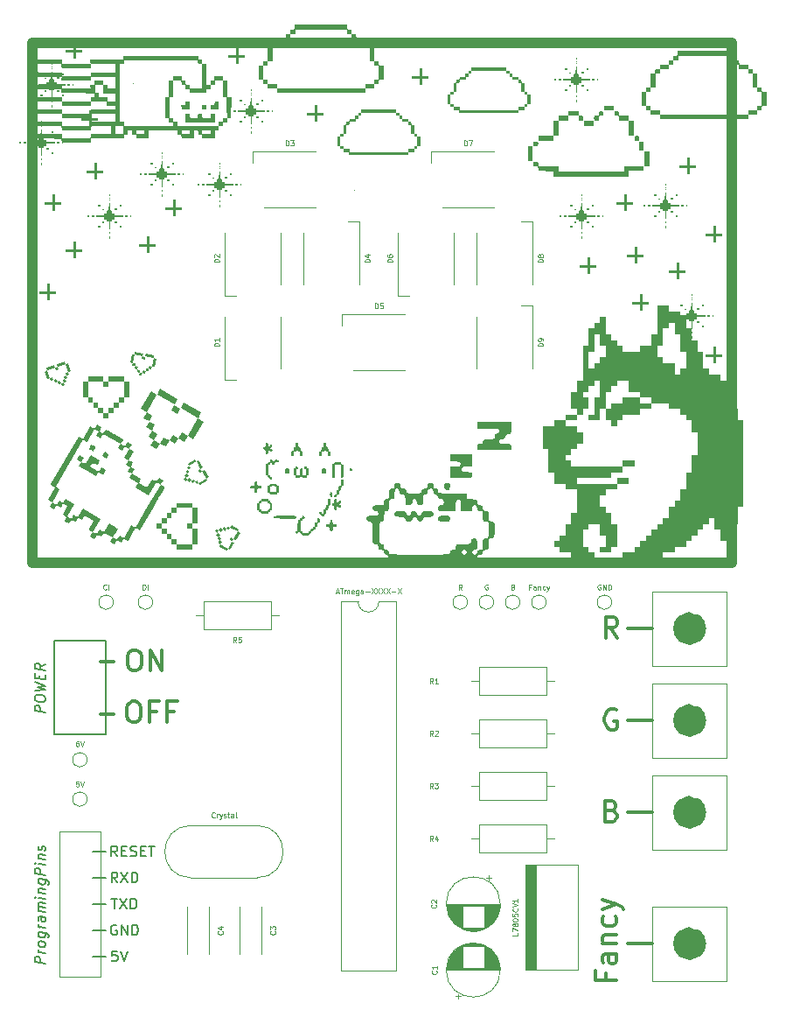
<source format=gbr>
%TF.GenerationSoftware,KiCad,Pcbnew,(6.0.7)*%
%TF.CreationDate,2022-08-10T19:12:11+02:00*%
%TF.ProjectId,MAKE_PCB,4d414b45-5f50-4434-922e-6b696361645f,rev?*%
%TF.SameCoordinates,Original*%
%TF.FileFunction,Legend,Top*%
%TF.FilePolarity,Positive*%
%FSLAX46Y46*%
G04 Gerber Fmt 4.6, Leading zero omitted, Abs format (unit mm)*
G04 Created by KiCad (PCBNEW (6.0.7)) date 2022-08-10 19:12:11*
%MOMM*%
%LPD*%
G01*
G04 APERTURE LIST*
%ADD10C,1.000000*%
%ADD11C,0.300000*%
%ADD12C,0.150000*%
%ADD13C,0.100000*%
%ADD14C,0.120000*%
%ADD15C,1.584000*%
%ADD16C,0.200000*%
G04 APERTURE END LIST*
D10*
X25908000Y-144780000D02*
X93599000Y-144780000D01*
X93599000Y-144780000D02*
X93599000Y-94488000D01*
X93599000Y-94488000D02*
X25908000Y-94488000D01*
X25908000Y-94488000D02*
X25908000Y-144780000D01*
D11*
X83566000Y-160020000D02*
X85935000Y-160020000D01*
D12*
X33020000Y-172720000D02*
X31750000Y-172720000D01*
D11*
X33782000Y-154305000D02*
X32512000Y-154305000D01*
X33782000Y-159385000D02*
X32512000Y-159385000D01*
X83566000Y-151130000D02*
X85935000Y-151130000D01*
X83566000Y-181610000D02*
X85935000Y-181610000D01*
D12*
X33020000Y-177800000D02*
X31750000Y-177800000D01*
X33020000Y-180340000D02*
X31750000Y-180340000D01*
X33020000Y-175260000D02*
X31750000Y-175260000D01*
D11*
X83524500Y-168910000D02*
X85893500Y-168910000D01*
D12*
X33020000Y-182880000D02*
X31750000Y-182880000D01*
D11*
X35591904Y-153209761D02*
X35972857Y-153209761D01*
X36163333Y-153305000D01*
X36353809Y-153495476D01*
X36449047Y-153876428D01*
X36449047Y-154543095D01*
X36353809Y-154924047D01*
X36163333Y-155114523D01*
X35972857Y-155209761D01*
X35591904Y-155209761D01*
X35401428Y-155114523D01*
X35210952Y-154924047D01*
X35115714Y-154543095D01*
X35115714Y-153876428D01*
X35210952Y-153495476D01*
X35401428Y-153305000D01*
X35591904Y-153209761D01*
X37306190Y-155209761D02*
X37306190Y-153209761D01*
X38449047Y-155209761D01*
X38449047Y-153209761D01*
X35534838Y-158188161D02*
X35915790Y-158188161D01*
X36106266Y-158283400D01*
X36296742Y-158473876D01*
X36391980Y-158854828D01*
X36391980Y-159521495D01*
X36296742Y-159902447D01*
X36106266Y-160092923D01*
X35915790Y-160188161D01*
X35534838Y-160188161D01*
X35344361Y-160092923D01*
X35153885Y-159902447D01*
X35058647Y-159521495D01*
X35058647Y-158854828D01*
X35153885Y-158473876D01*
X35344361Y-158283400D01*
X35534838Y-158188161D01*
X37915790Y-159140542D02*
X37249123Y-159140542D01*
X37249123Y-160188161D02*
X37249123Y-158188161D01*
X38201504Y-158188161D01*
X39630076Y-159140542D02*
X38963409Y-159140542D01*
X38963409Y-160188161D02*
X38963409Y-158188161D01*
X39915790Y-158188161D01*
D12*
X34107619Y-173172380D02*
X33774285Y-172696190D01*
X33536190Y-173172380D02*
X33536190Y-172172380D01*
X33917142Y-172172380D01*
X34012380Y-172220000D01*
X34060000Y-172267619D01*
X34107619Y-172362857D01*
X34107619Y-172505714D01*
X34060000Y-172600952D01*
X34012380Y-172648571D01*
X33917142Y-172696190D01*
X33536190Y-172696190D01*
X34536190Y-172648571D02*
X34869523Y-172648571D01*
X35012380Y-173172380D02*
X34536190Y-173172380D01*
X34536190Y-172172380D01*
X35012380Y-172172380D01*
X35393333Y-173124761D02*
X35536190Y-173172380D01*
X35774285Y-173172380D01*
X35869523Y-173124761D01*
X35917142Y-173077142D01*
X35964761Y-172981904D01*
X35964761Y-172886666D01*
X35917142Y-172791428D01*
X35869523Y-172743809D01*
X35774285Y-172696190D01*
X35583809Y-172648571D01*
X35488571Y-172600952D01*
X35440952Y-172553333D01*
X35393333Y-172458095D01*
X35393333Y-172362857D01*
X35440952Y-172267619D01*
X35488571Y-172220000D01*
X35583809Y-172172380D01*
X35821904Y-172172380D01*
X35964761Y-172220000D01*
X36393333Y-172648571D02*
X36726666Y-172648571D01*
X36869523Y-173172380D02*
X36393333Y-173172380D01*
X36393333Y-172172380D01*
X36869523Y-172172380D01*
X37155238Y-172172380D02*
X37726666Y-172172380D01*
X37440952Y-173172380D02*
X37440952Y-172172380D01*
X34099523Y-182332380D02*
X33623333Y-182332380D01*
X33575714Y-182808571D01*
X33623333Y-182760952D01*
X33718571Y-182713333D01*
X33956666Y-182713333D01*
X34051904Y-182760952D01*
X34099523Y-182808571D01*
X34147142Y-182903809D01*
X34147142Y-183141904D01*
X34099523Y-183237142D01*
X34051904Y-183284761D01*
X33956666Y-183332380D01*
X33718571Y-183332380D01*
X33623333Y-183284761D01*
X33575714Y-183237142D01*
X34432857Y-182332380D02*
X34766190Y-183332380D01*
X35099523Y-182332380D01*
X33536095Y-177252380D02*
X34107523Y-177252380D01*
X33821809Y-178252380D02*
X33821809Y-177252380D01*
X34345619Y-177252380D02*
X35012285Y-178252380D01*
X35012285Y-177252380D02*
X34345619Y-178252380D01*
X35393238Y-178252380D02*
X35393238Y-177252380D01*
X35631333Y-177252380D01*
X35774190Y-177300000D01*
X35869428Y-177395238D01*
X35917047Y-177490476D01*
X35964666Y-177680952D01*
X35964666Y-177823809D01*
X35917047Y-178014285D01*
X35869428Y-178109523D01*
X35774190Y-178204761D01*
X35631333Y-178252380D01*
X35393238Y-178252380D01*
D11*
X81391142Y-184498857D02*
X81391142Y-185165523D01*
X82438761Y-185165523D02*
X80438761Y-185165523D01*
X80438761Y-184213142D01*
X82438761Y-182594095D02*
X81391142Y-182594095D01*
X81200666Y-182689333D01*
X81105428Y-182879809D01*
X81105428Y-183260761D01*
X81200666Y-183451238D01*
X82343523Y-182594095D02*
X82438761Y-182784571D01*
X82438761Y-183260761D01*
X82343523Y-183451238D01*
X82153047Y-183546476D01*
X81962571Y-183546476D01*
X81772095Y-183451238D01*
X81676857Y-183260761D01*
X81676857Y-182784571D01*
X81581619Y-182594095D01*
X81105428Y-181641714D02*
X82438761Y-181641714D01*
X81295904Y-181641714D02*
X81200666Y-181546476D01*
X81105428Y-181356000D01*
X81105428Y-181070285D01*
X81200666Y-180879809D01*
X81391142Y-180784571D01*
X82438761Y-180784571D01*
X82343523Y-178975047D02*
X82438761Y-179165523D01*
X82438761Y-179546476D01*
X82343523Y-179736952D01*
X82248285Y-179832190D01*
X82057809Y-179927428D01*
X81486380Y-179927428D01*
X81295904Y-179832190D01*
X81200666Y-179736952D01*
X81105428Y-179546476D01*
X81105428Y-179165523D01*
X81200666Y-178975047D01*
X81105428Y-178308380D02*
X82438761Y-177832190D01*
X81105428Y-177356000D02*
X82438761Y-177832190D01*
X82914952Y-178022666D01*
X83010190Y-178117904D01*
X83105428Y-178308380D01*
X82534047Y-152034761D02*
X81867380Y-151082380D01*
X81391190Y-152034761D02*
X81391190Y-150034761D01*
X82153095Y-150034761D01*
X82343571Y-150130000D01*
X82438809Y-150225238D01*
X82534047Y-150415714D01*
X82534047Y-150701428D01*
X82438809Y-150891904D01*
X82343571Y-150987142D01*
X82153095Y-151082380D01*
X81391190Y-151082380D01*
D12*
X34036095Y-179840000D02*
X33940857Y-179792380D01*
X33798000Y-179792380D01*
X33655142Y-179840000D01*
X33559904Y-179935238D01*
X33512285Y-180030476D01*
X33464666Y-180220952D01*
X33464666Y-180363809D01*
X33512285Y-180554285D01*
X33559904Y-180649523D01*
X33655142Y-180744761D01*
X33798000Y-180792380D01*
X33893238Y-180792380D01*
X34036095Y-180744761D01*
X34083714Y-180697142D01*
X34083714Y-180363809D01*
X33893238Y-180363809D01*
X34512285Y-180792380D02*
X34512285Y-179792380D01*
X35083714Y-180792380D01*
X35083714Y-179792380D01*
X35559904Y-180792380D02*
X35559904Y-179792380D01*
X35798000Y-179792380D01*
X35940857Y-179840000D01*
X36036095Y-179935238D01*
X36083714Y-180030476D01*
X36131333Y-180220952D01*
X36131333Y-180363809D01*
X36083714Y-180554285D01*
X36036095Y-180649523D01*
X35940857Y-180744761D01*
X35798000Y-180792380D01*
X35559904Y-180792380D01*
X34131333Y-175712380D02*
X33798000Y-175236190D01*
X33559904Y-175712380D02*
X33559904Y-174712380D01*
X33940857Y-174712380D01*
X34036095Y-174760000D01*
X34083714Y-174807619D01*
X34131333Y-174902857D01*
X34131333Y-175045714D01*
X34083714Y-175140952D01*
X34036095Y-175188571D01*
X33940857Y-175236190D01*
X33559904Y-175236190D01*
X34464666Y-174712380D02*
X35131333Y-175712380D01*
X35131333Y-174712380D02*
X34464666Y-175712380D01*
X35512285Y-175712380D02*
X35512285Y-174712380D01*
X35750380Y-174712380D01*
X35893238Y-174760000D01*
X35988476Y-174855238D01*
X36036095Y-174950476D01*
X36083714Y-175140952D01*
X36083714Y-175283809D01*
X36036095Y-175474285D01*
X35988476Y-175569523D01*
X35893238Y-175664761D01*
X35750380Y-175712380D01*
X35512285Y-175712380D01*
D11*
X82438809Y-159020000D02*
X82248333Y-158924761D01*
X81962619Y-158924761D01*
X81676904Y-159020000D01*
X81486428Y-159210476D01*
X81391190Y-159400952D01*
X81295952Y-159781904D01*
X81295952Y-160067619D01*
X81391190Y-160448571D01*
X81486428Y-160639047D01*
X81676904Y-160829523D01*
X81962619Y-160924761D01*
X82153095Y-160924761D01*
X82438809Y-160829523D01*
X82534047Y-160734285D01*
X82534047Y-160067619D01*
X82153095Y-160067619D01*
X82016357Y-168767142D02*
X82302071Y-168862380D01*
X82397309Y-168957619D01*
X82492547Y-169148095D01*
X82492547Y-169433809D01*
X82397309Y-169624285D01*
X82302071Y-169719523D01*
X82111595Y-169814761D01*
X81349690Y-169814761D01*
X81349690Y-167814761D01*
X82016357Y-167814761D01*
X82206833Y-167910000D01*
X82302071Y-168005238D01*
X82397309Y-168195714D01*
X82397309Y-168386190D01*
X82302071Y-168576666D01*
X82206833Y-168671904D01*
X82016357Y-168767142D01*
X81349690Y-168767142D01*
D13*
%TO.C,5V*%
X30384761Y-165918190D02*
X30146666Y-165918190D01*
X30122857Y-166156285D01*
X30146666Y-166132476D01*
X30194285Y-166108666D01*
X30313333Y-166108666D01*
X30360952Y-166132476D01*
X30384761Y-166156285D01*
X30408571Y-166203904D01*
X30408571Y-166322952D01*
X30384761Y-166370571D01*
X30360952Y-166394380D01*
X30313333Y-166418190D01*
X30194285Y-166418190D01*
X30146666Y-166394380D01*
X30122857Y-166370571D01*
X30551428Y-165918190D02*
X30718095Y-166418190D01*
X30884761Y-165918190D01*
%TO.C,Fancy*%
X74144285Y-147106285D02*
X73977619Y-147106285D01*
X73977619Y-147368190D02*
X73977619Y-146868190D01*
X74215714Y-146868190D01*
X74620476Y-147368190D02*
X74620476Y-147106285D01*
X74596666Y-147058666D01*
X74549047Y-147034857D01*
X74453809Y-147034857D01*
X74406190Y-147058666D01*
X74620476Y-147344380D02*
X74572857Y-147368190D01*
X74453809Y-147368190D01*
X74406190Y-147344380D01*
X74382380Y-147296761D01*
X74382380Y-147249142D01*
X74406190Y-147201523D01*
X74453809Y-147177714D01*
X74572857Y-147177714D01*
X74620476Y-147153904D01*
X74858571Y-147034857D02*
X74858571Y-147368190D01*
X74858571Y-147082476D02*
X74882380Y-147058666D01*
X74930000Y-147034857D01*
X75001428Y-147034857D01*
X75049047Y-147058666D01*
X75072857Y-147106285D01*
X75072857Y-147368190D01*
X75525238Y-147344380D02*
X75477619Y-147368190D01*
X75382380Y-147368190D01*
X75334761Y-147344380D01*
X75310952Y-147320571D01*
X75287142Y-147272952D01*
X75287142Y-147130095D01*
X75310952Y-147082476D01*
X75334761Y-147058666D01*
X75382380Y-147034857D01*
X75477619Y-147034857D01*
X75525238Y-147058666D01*
X75691904Y-147034857D02*
X75810952Y-147368190D01*
X75930000Y-147034857D02*
X75810952Y-147368190D01*
X75763333Y-147487238D01*
X75739523Y-147511047D01*
X75691904Y-147534857D01*
%TO.C,GND*%
X80899047Y-146892000D02*
X80851428Y-146868190D01*
X80780000Y-146868190D01*
X80708571Y-146892000D01*
X80660952Y-146939619D01*
X80637142Y-146987238D01*
X80613333Y-147082476D01*
X80613333Y-147153904D01*
X80637142Y-147249142D01*
X80660952Y-147296761D01*
X80708571Y-147344380D01*
X80780000Y-147368190D01*
X80827619Y-147368190D01*
X80899047Y-147344380D01*
X80922857Y-147320571D01*
X80922857Y-147153904D01*
X80827619Y-147153904D01*
X81137142Y-147368190D02*
X81137142Y-146868190D01*
X81422857Y-147368190D01*
X81422857Y-146868190D01*
X81660952Y-147368190D02*
X81660952Y-146868190D01*
X81780000Y-146868190D01*
X81851428Y-146892000D01*
X81899047Y-146939619D01*
X81922857Y-146987238D01*
X81946666Y-147082476D01*
X81946666Y-147153904D01*
X81922857Y-147249142D01*
X81899047Y-147296761D01*
X81851428Y-147344380D01*
X81780000Y-147368190D01*
X81660952Y-147368190D01*
%TO.C,B*%
X72425714Y-147106285D02*
X72497142Y-147130095D01*
X72520952Y-147153904D01*
X72544761Y-147201523D01*
X72544761Y-147272952D01*
X72520952Y-147320571D01*
X72497142Y-147344380D01*
X72449523Y-147368190D01*
X72259047Y-147368190D01*
X72259047Y-146868190D01*
X72425714Y-146868190D01*
X72473333Y-146892000D01*
X72497142Y-146915809D01*
X72520952Y-146963428D01*
X72520952Y-147011047D01*
X72497142Y-147058666D01*
X72473333Y-147082476D01*
X72425714Y-147106285D01*
X72259047Y-147106285D01*
%TO.C,R*%
X67464761Y-147368190D02*
X67298095Y-147130095D01*
X67179047Y-147368190D02*
X67179047Y-146868190D01*
X67369523Y-146868190D01*
X67417142Y-146892000D01*
X67440952Y-146915809D01*
X67464761Y-146963428D01*
X67464761Y-147034857D01*
X67440952Y-147082476D01*
X67417142Y-147106285D01*
X67369523Y-147130095D01*
X67179047Y-147130095D01*
%TO.C,DI*%
X36580000Y-147368190D02*
X36580000Y-146868190D01*
X36699047Y-146868190D01*
X36770476Y-146892000D01*
X36818095Y-146939619D01*
X36841904Y-146987238D01*
X36865714Y-147082476D01*
X36865714Y-147153904D01*
X36841904Y-147249142D01*
X36818095Y-147296761D01*
X36770476Y-147344380D01*
X36699047Y-147368190D01*
X36580000Y-147368190D01*
X37080000Y-147368190D02*
X37080000Y-146868190D01*
%TO.C,CI*%
X33055714Y-147320571D02*
X33031904Y-147344380D01*
X32960476Y-147368190D01*
X32912857Y-147368190D01*
X32841428Y-147344380D01*
X32793809Y-147296761D01*
X32770000Y-147249142D01*
X32746190Y-147153904D01*
X32746190Y-147082476D01*
X32770000Y-146987238D01*
X32793809Y-146939619D01*
X32841428Y-146892000D01*
X32912857Y-146868190D01*
X32960476Y-146868190D01*
X33031904Y-146892000D01*
X33055714Y-146915809D01*
X33270000Y-147368190D02*
X33270000Y-146868190D01*
%TO.C,G*%
X69980952Y-146892000D02*
X69933333Y-146868190D01*
X69861904Y-146868190D01*
X69790476Y-146892000D01*
X69742857Y-146939619D01*
X69719047Y-146987238D01*
X69695238Y-147082476D01*
X69695238Y-147153904D01*
X69719047Y-147249142D01*
X69742857Y-147296761D01*
X69790476Y-147344380D01*
X69861904Y-147368190D01*
X69909523Y-147368190D01*
X69980952Y-147344380D01*
X70004761Y-147320571D01*
X70004761Y-147153904D01*
X69909523Y-147153904D01*
%TO.C,6V*%
X30360952Y-162032190D02*
X30265714Y-162032190D01*
X30218095Y-162056000D01*
X30194285Y-162079809D01*
X30146666Y-162151238D01*
X30122857Y-162246476D01*
X30122857Y-162436952D01*
X30146666Y-162484571D01*
X30170476Y-162508380D01*
X30218095Y-162532190D01*
X30313333Y-162532190D01*
X30360952Y-162508380D01*
X30384761Y-162484571D01*
X30408571Y-162436952D01*
X30408571Y-162317904D01*
X30384761Y-162270285D01*
X30360952Y-162246476D01*
X30313333Y-162222666D01*
X30218095Y-162222666D01*
X30170476Y-162246476D01*
X30146666Y-162270285D01*
X30122857Y-162317904D01*
X30551428Y-162032190D02*
X30718095Y-162532190D01*
X30884761Y-162032190D01*
%TO.C,D9*%
X75354190Y-123813047D02*
X74854190Y-123813047D01*
X74854190Y-123694000D01*
X74878000Y-123622571D01*
X74925619Y-123574952D01*
X74973238Y-123551142D01*
X75068476Y-123527333D01*
X75139904Y-123527333D01*
X75235142Y-123551142D01*
X75282761Y-123574952D01*
X75330380Y-123622571D01*
X75354190Y-123694000D01*
X75354190Y-123813047D01*
X75354190Y-123289238D02*
X75354190Y-123194000D01*
X75330380Y-123146380D01*
X75306571Y-123122571D01*
X75235142Y-123074952D01*
X75139904Y-123051142D01*
X74949428Y-123051142D01*
X74901809Y-123074952D01*
X74878000Y-123098761D01*
X74854190Y-123146380D01*
X74854190Y-123241619D01*
X74878000Y-123289238D01*
X74901809Y-123313047D01*
X74949428Y-123336857D01*
X75068476Y-123336857D01*
X75116095Y-123313047D01*
X75139904Y-123289238D01*
X75163714Y-123241619D01*
X75163714Y-123146380D01*
X75139904Y-123098761D01*
X75116095Y-123074952D01*
X75068476Y-123051142D01*
%TO.C,D8*%
X75354190Y-115685047D02*
X74854190Y-115685047D01*
X74854190Y-115566000D01*
X74878000Y-115494571D01*
X74925619Y-115446952D01*
X74973238Y-115423142D01*
X75068476Y-115399333D01*
X75139904Y-115399333D01*
X75235142Y-115423142D01*
X75282761Y-115446952D01*
X75330380Y-115494571D01*
X75354190Y-115566000D01*
X75354190Y-115685047D01*
X75068476Y-115113619D02*
X75044666Y-115161238D01*
X75020857Y-115185047D01*
X74973238Y-115208857D01*
X74949428Y-115208857D01*
X74901809Y-115185047D01*
X74878000Y-115161238D01*
X74854190Y-115113619D01*
X74854190Y-115018380D01*
X74878000Y-114970761D01*
X74901809Y-114946952D01*
X74949428Y-114923142D01*
X74973238Y-114923142D01*
X75020857Y-114946952D01*
X75044666Y-114970761D01*
X75068476Y-115018380D01*
X75068476Y-115113619D01*
X75092285Y-115161238D01*
X75116095Y-115185047D01*
X75163714Y-115208857D01*
X75258952Y-115208857D01*
X75306571Y-115185047D01*
X75330380Y-115161238D01*
X75354190Y-115113619D01*
X75354190Y-115018380D01*
X75330380Y-114970761D01*
X75306571Y-114946952D01*
X75258952Y-114923142D01*
X75163714Y-114923142D01*
X75116095Y-114946952D01*
X75092285Y-114970761D01*
X75068476Y-115018380D01*
%TO.C,D7*%
X67702952Y-104422190D02*
X67702952Y-103922190D01*
X67822000Y-103922190D01*
X67893428Y-103946000D01*
X67941047Y-103993619D01*
X67964857Y-104041238D01*
X67988666Y-104136476D01*
X67988666Y-104207904D01*
X67964857Y-104303142D01*
X67941047Y-104350761D01*
X67893428Y-104398380D01*
X67822000Y-104422190D01*
X67702952Y-104422190D01*
X68155333Y-103922190D02*
X68488666Y-103922190D01*
X68274380Y-104422190D01*
%TO.C,D6*%
X60734190Y-115685047D02*
X60234190Y-115685047D01*
X60234190Y-115566000D01*
X60258000Y-115494571D01*
X60305619Y-115446952D01*
X60353238Y-115423142D01*
X60448476Y-115399333D01*
X60519904Y-115399333D01*
X60615142Y-115423142D01*
X60662761Y-115446952D01*
X60710380Y-115494571D01*
X60734190Y-115566000D01*
X60734190Y-115685047D01*
X60234190Y-114970761D02*
X60234190Y-115066000D01*
X60258000Y-115113619D01*
X60281809Y-115137428D01*
X60353238Y-115185047D01*
X60448476Y-115208857D01*
X60638952Y-115208857D01*
X60686571Y-115185047D01*
X60710380Y-115161238D01*
X60734190Y-115113619D01*
X60734190Y-115018380D01*
X60710380Y-114970761D01*
X60686571Y-114946952D01*
X60638952Y-114923142D01*
X60519904Y-114923142D01*
X60472285Y-114946952D01*
X60448476Y-114970761D01*
X60424666Y-115018380D01*
X60424666Y-115113619D01*
X60448476Y-115161238D01*
X60472285Y-115185047D01*
X60519904Y-115208857D01*
%TO.C,D2*%
X43970190Y-115685047D02*
X43470190Y-115685047D01*
X43470190Y-115566000D01*
X43494000Y-115494571D01*
X43541619Y-115446952D01*
X43589238Y-115423142D01*
X43684476Y-115399333D01*
X43755904Y-115399333D01*
X43851142Y-115423142D01*
X43898761Y-115446952D01*
X43946380Y-115494571D01*
X43970190Y-115566000D01*
X43970190Y-115685047D01*
X43517809Y-115208857D02*
X43494000Y-115185047D01*
X43470190Y-115137428D01*
X43470190Y-115018380D01*
X43494000Y-114970761D01*
X43517809Y-114946952D01*
X43565428Y-114923142D01*
X43613047Y-114923142D01*
X43684476Y-114946952D01*
X43970190Y-115232666D01*
X43970190Y-114923142D01*
%TO.C,L7805CV1*%
X72886190Y-180570000D02*
X72886190Y-180808095D01*
X72386190Y-180808095D01*
X72386190Y-180450952D02*
X72386190Y-180117619D01*
X72886190Y-180331904D01*
X72600476Y-179855714D02*
X72576666Y-179903333D01*
X72552857Y-179927142D01*
X72505238Y-179950952D01*
X72481428Y-179950952D01*
X72433809Y-179927142D01*
X72410000Y-179903333D01*
X72386190Y-179855714D01*
X72386190Y-179760476D01*
X72410000Y-179712857D01*
X72433809Y-179689047D01*
X72481428Y-179665238D01*
X72505238Y-179665238D01*
X72552857Y-179689047D01*
X72576666Y-179712857D01*
X72600476Y-179760476D01*
X72600476Y-179855714D01*
X72624285Y-179903333D01*
X72648095Y-179927142D01*
X72695714Y-179950952D01*
X72790952Y-179950952D01*
X72838571Y-179927142D01*
X72862380Y-179903333D01*
X72886190Y-179855714D01*
X72886190Y-179760476D01*
X72862380Y-179712857D01*
X72838571Y-179689047D01*
X72790952Y-179665238D01*
X72695714Y-179665238D01*
X72648095Y-179689047D01*
X72624285Y-179712857D01*
X72600476Y-179760476D01*
X72386190Y-179355714D02*
X72386190Y-179308095D01*
X72410000Y-179260476D01*
X72433809Y-179236666D01*
X72481428Y-179212857D01*
X72576666Y-179189047D01*
X72695714Y-179189047D01*
X72790952Y-179212857D01*
X72838571Y-179236666D01*
X72862380Y-179260476D01*
X72886190Y-179308095D01*
X72886190Y-179355714D01*
X72862380Y-179403333D01*
X72838571Y-179427142D01*
X72790952Y-179450952D01*
X72695714Y-179474761D01*
X72576666Y-179474761D01*
X72481428Y-179450952D01*
X72433809Y-179427142D01*
X72410000Y-179403333D01*
X72386190Y-179355714D01*
X72386190Y-178736666D02*
X72386190Y-178974761D01*
X72624285Y-178998571D01*
X72600476Y-178974761D01*
X72576666Y-178927142D01*
X72576666Y-178808095D01*
X72600476Y-178760476D01*
X72624285Y-178736666D01*
X72671904Y-178712857D01*
X72790952Y-178712857D01*
X72838571Y-178736666D01*
X72862380Y-178760476D01*
X72886190Y-178808095D01*
X72886190Y-178927142D01*
X72862380Y-178974761D01*
X72838571Y-178998571D01*
X72838571Y-178212857D02*
X72862380Y-178236666D01*
X72886190Y-178308095D01*
X72886190Y-178355714D01*
X72862380Y-178427142D01*
X72814761Y-178474761D01*
X72767142Y-178498571D01*
X72671904Y-178522380D01*
X72600476Y-178522380D01*
X72505238Y-178498571D01*
X72457619Y-178474761D01*
X72410000Y-178427142D01*
X72386190Y-178355714D01*
X72386190Y-178308095D01*
X72410000Y-178236666D01*
X72433809Y-178212857D01*
X72386190Y-178070000D02*
X72886190Y-177903333D01*
X72386190Y-177736666D01*
X72886190Y-177308095D02*
X72886190Y-177593809D01*
X72886190Y-177450952D02*
X72386190Y-177450952D01*
X72457619Y-177498571D01*
X72505238Y-177546190D01*
X72529047Y-177593809D01*
%TO.C,D3*%
X50430952Y-104422190D02*
X50430952Y-103922190D01*
X50550000Y-103922190D01*
X50621428Y-103946000D01*
X50669047Y-103993619D01*
X50692857Y-104041238D01*
X50716666Y-104136476D01*
X50716666Y-104207904D01*
X50692857Y-104303142D01*
X50669047Y-104350761D01*
X50621428Y-104398380D01*
X50550000Y-104422190D01*
X50430952Y-104422190D01*
X50883333Y-103922190D02*
X51192857Y-103922190D01*
X51026190Y-104112666D01*
X51097619Y-104112666D01*
X51145238Y-104136476D01*
X51169047Y-104160285D01*
X51192857Y-104207904D01*
X51192857Y-104326952D01*
X51169047Y-104374571D01*
X51145238Y-104398380D01*
X51097619Y-104422190D01*
X50954761Y-104422190D01*
X50907142Y-104398380D01*
X50883333Y-104374571D01*
%TO.C,C3*%
X49368571Y-180423333D02*
X49392380Y-180447142D01*
X49416190Y-180518571D01*
X49416190Y-180566190D01*
X49392380Y-180637619D01*
X49344761Y-180685238D01*
X49297142Y-180709047D01*
X49201904Y-180732857D01*
X49130476Y-180732857D01*
X49035238Y-180709047D01*
X48987619Y-180685238D01*
X48940000Y-180637619D01*
X48916190Y-180566190D01*
X48916190Y-180518571D01*
X48940000Y-180447142D01*
X48963809Y-180423333D01*
X48916190Y-180256666D02*
X48916190Y-179947142D01*
X49106666Y-180113809D01*
X49106666Y-180042380D01*
X49130476Y-179994761D01*
X49154285Y-179970952D01*
X49201904Y-179947142D01*
X49320952Y-179947142D01*
X49368571Y-179970952D01*
X49392380Y-179994761D01*
X49416190Y-180042380D01*
X49416190Y-180185238D01*
X49392380Y-180232857D01*
X49368571Y-180256666D01*
%TO.C,C4*%
X44288571Y-180423333D02*
X44312380Y-180447142D01*
X44336190Y-180518571D01*
X44336190Y-180566190D01*
X44312380Y-180637619D01*
X44264761Y-180685238D01*
X44217142Y-180709047D01*
X44121904Y-180732857D01*
X44050476Y-180732857D01*
X43955238Y-180709047D01*
X43907619Y-180685238D01*
X43860000Y-180637619D01*
X43836190Y-180566190D01*
X43836190Y-180518571D01*
X43860000Y-180447142D01*
X43883809Y-180423333D01*
X44002857Y-179994761D02*
X44336190Y-179994761D01*
X43812380Y-180113809D02*
X44169523Y-180232857D01*
X44169523Y-179923333D01*
%TO.C,D1*%
X43970190Y-123813047D02*
X43470190Y-123813047D01*
X43470190Y-123694000D01*
X43494000Y-123622571D01*
X43541619Y-123574952D01*
X43589238Y-123551142D01*
X43684476Y-123527333D01*
X43755904Y-123527333D01*
X43851142Y-123551142D01*
X43898761Y-123574952D01*
X43946380Y-123622571D01*
X43970190Y-123694000D01*
X43970190Y-123813047D01*
X43970190Y-123051142D02*
X43970190Y-123336857D01*
X43970190Y-123194000D02*
X43470190Y-123194000D01*
X43541619Y-123241619D01*
X43589238Y-123289238D01*
X43613047Y-123336857D01*
D12*
%TO.C,ProgramingPins*%
X27122380Y-183537529D02*
X26122380Y-183412529D01*
X26122380Y-183031577D01*
X26170000Y-182942291D01*
X26217619Y-182900625D01*
X26312857Y-182864910D01*
X26455714Y-182882767D01*
X26550952Y-182942291D01*
X26598571Y-182995863D01*
X26646190Y-183097053D01*
X26646190Y-183478005D01*
X27122380Y-182537529D02*
X26455714Y-182454196D01*
X26646190Y-182478005D02*
X26550952Y-182418482D01*
X26503333Y-182364910D01*
X26455714Y-182263720D01*
X26455714Y-182168482D01*
X27122380Y-181775625D02*
X27074761Y-181864910D01*
X27027142Y-181906577D01*
X26931904Y-181942291D01*
X26646190Y-181906577D01*
X26550952Y-181847053D01*
X26503333Y-181793482D01*
X26455714Y-181692291D01*
X26455714Y-181549434D01*
X26503333Y-181460148D01*
X26550952Y-181418482D01*
X26646190Y-181382767D01*
X26931904Y-181418482D01*
X27027142Y-181478005D01*
X27074761Y-181531577D01*
X27122380Y-181632767D01*
X27122380Y-181775625D01*
X26455714Y-180501815D02*
X27265238Y-180603005D01*
X27360476Y-180662529D01*
X27408095Y-180716101D01*
X27455714Y-180817291D01*
X27455714Y-180960148D01*
X27408095Y-181049434D01*
X27074761Y-180579196D02*
X27122380Y-180680386D01*
X27122380Y-180870863D01*
X27074761Y-180960148D01*
X27027142Y-181001815D01*
X26931904Y-181037529D01*
X26646190Y-181001815D01*
X26550952Y-180942291D01*
X26503333Y-180888720D01*
X26455714Y-180787529D01*
X26455714Y-180597053D01*
X26503333Y-180507767D01*
X27122380Y-180108958D02*
X26455714Y-180025625D01*
X26646190Y-180049434D02*
X26550952Y-179989910D01*
X26503333Y-179936339D01*
X26455714Y-179835148D01*
X26455714Y-179739910D01*
X27122380Y-179061339D02*
X26598571Y-178995863D01*
X26503333Y-179031577D01*
X26455714Y-179120863D01*
X26455714Y-179311339D01*
X26503333Y-179412529D01*
X27074761Y-179055386D02*
X27122380Y-179156577D01*
X27122380Y-179394672D01*
X27074761Y-179483958D01*
X26979523Y-179519672D01*
X26884285Y-179507767D01*
X26789047Y-179448244D01*
X26741428Y-179347053D01*
X26741428Y-179108958D01*
X26693809Y-179007767D01*
X27122380Y-178585148D02*
X26455714Y-178501815D01*
X26550952Y-178513720D02*
X26503333Y-178460148D01*
X26455714Y-178358958D01*
X26455714Y-178216101D01*
X26503333Y-178126815D01*
X26598571Y-178091101D01*
X27122380Y-178156577D01*
X26598571Y-178091101D02*
X26503333Y-178031577D01*
X26455714Y-177930386D01*
X26455714Y-177787529D01*
X26503333Y-177698244D01*
X26598571Y-177662529D01*
X27122380Y-177728005D01*
X27122380Y-177251815D02*
X26455714Y-177168482D01*
X26122380Y-177126815D02*
X26170000Y-177180386D01*
X26217619Y-177138720D01*
X26170000Y-177085148D01*
X26122380Y-177126815D01*
X26217619Y-177138720D01*
X26455714Y-176692291D02*
X27122380Y-176775625D01*
X26550952Y-176704196D02*
X26503333Y-176650625D01*
X26455714Y-176549434D01*
X26455714Y-176406577D01*
X26503333Y-176317291D01*
X26598571Y-176281577D01*
X27122380Y-176347053D01*
X26455714Y-175358958D02*
X27265238Y-175460148D01*
X27360476Y-175519672D01*
X27408095Y-175573244D01*
X27455714Y-175674434D01*
X27455714Y-175817291D01*
X27408095Y-175906577D01*
X27074761Y-175436339D02*
X27122380Y-175537529D01*
X27122380Y-175728005D01*
X27074761Y-175817291D01*
X27027142Y-175858958D01*
X26931904Y-175894672D01*
X26646190Y-175858958D01*
X26550952Y-175799434D01*
X26503333Y-175745863D01*
X26455714Y-175644672D01*
X26455714Y-175454196D01*
X26503333Y-175364910D01*
X27122380Y-174966101D02*
X26122380Y-174841101D01*
X26122380Y-174460148D01*
X26170000Y-174370863D01*
X26217619Y-174329196D01*
X26312857Y-174293482D01*
X26455714Y-174311339D01*
X26550952Y-174370863D01*
X26598571Y-174424434D01*
X26646190Y-174525625D01*
X26646190Y-174906577D01*
X27122380Y-173966101D02*
X26455714Y-173882767D01*
X26122380Y-173841101D02*
X26170000Y-173894672D01*
X26217619Y-173853005D01*
X26170000Y-173799434D01*
X26122380Y-173841101D01*
X26217619Y-173853005D01*
X26455714Y-173406577D02*
X27122380Y-173489910D01*
X26550952Y-173418482D02*
X26503333Y-173364910D01*
X26455714Y-173263720D01*
X26455714Y-173120863D01*
X26503333Y-173031577D01*
X26598571Y-172995863D01*
X27122380Y-173061339D01*
X27074761Y-172626815D02*
X27122380Y-172537529D01*
X27122380Y-172347053D01*
X27074761Y-172245863D01*
X26979523Y-172186339D01*
X26931904Y-172180386D01*
X26836666Y-172216101D01*
X26789047Y-172305386D01*
X26789047Y-172448244D01*
X26741428Y-172537529D01*
X26646190Y-172573244D01*
X26598571Y-172567291D01*
X26503333Y-172507767D01*
X26455714Y-172406577D01*
X26455714Y-172263720D01*
X26503333Y-172174434D01*
D13*
%TO.C,C2*%
X64948571Y-177863333D02*
X64972380Y-177887142D01*
X64996190Y-177958571D01*
X64996190Y-178006190D01*
X64972380Y-178077619D01*
X64924761Y-178125238D01*
X64877142Y-178149047D01*
X64781904Y-178172857D01*
X64710476Y-178172857D01*
X64615238Y-178149047D01*
X64567619Y-178125238D01*
X64520000Y-178077619D01*
X64496190Y-178006190D01*
X64496190Y-177958571D01*
X64520000Y-177887142D01*
X64543809Y-177863333D01*
X64543809Y-177672857D02*
X64520000Y-177649047D01*
X64496190Y-177601428D01*
X64496190Y-177482380D01*
X64520000Y-177434761D01*
X64543809Y-177410952D01*
X64591428Y-177387142D01*
X64639047Y-177387142D01*
X64710476Y-177410952D01*
X64996190Y-177696666D01*
X64996190Y-177387142D01*
D12*
%TO.C,POWER*%
X27122380Y-159249196D02*
X26122380Y-159124196D01*
X26122380Y-158743244D01*
X26170000Y-158653958D01*
X26217619Y-158612291D01*
X26312857Y-158576577D01*
X26455714Y-158594434D01*
X26550952Y-158653958D01*
X26598571Y-158707529D01*
X26646190Y-158808720D01*
X26646190Y-159189672D01*
X26122380Y-157933720D02*
X26122380Y-157743244D01*
X26170000Y-157653958D01*
X26265238Y-157570625D01*
X26455714Y-157546815D01*
X26789047Y-157588482D01*
X26979523Y-157659910D01*
X27074761Y-157767053D01*
X27122380Y-157868244D01*
X27122380Y-158058720D01*
X27074761Y-158148005D01*
X26979523Y-158231339D01*
X26789047Y-158255148D01*
X26455714Y-158213482D01*
X26265238Y-158142053D01*
X26170000Y-158034910D01*
X26122380Y-157933720D01*
X26122380Y-157171815D02*
X27122380Y-157058720D01*
X26408095Y-156778958D01*
X27122380Y-156677767D01*
X26122380Y-156314672D01*
X26598571Y-155993244D02*
X26598571Y-155659910D01*
X27122380Y-155582529D02*
X27122380Y-156058720D01*
X26122380Y-155933720D01*
X26122380Y-155457529D01*
X27122380Y-154582529D02*
X26646190Y-154856339D01*
X27122380Y-155153958D02*
X26122380Y-155028958D01*
X26122380Y-154648005D01*
X26170000Y-154558720D01*
X26217619Y-154517053D01*
X26312857Y-154481339D01*
X26455714Y-154499196D01*
X26550952Y-154558720D01*
X26598571Y-154612291D01*
X26646190Y-154713482D01*
X26646190Y-155094434D01*
D13*
%TO.C,R2*%
X64686666Y-161516190D02*
X64520000Y-161278095D01*
X64400952Y-161516190D02*
X64400952Y-161016190D01*
X64591428Y-161016190D01*
X64639047Y-161040000D01*
X64662857Y-161063809D01*
X64686666Y-161111428D01*
X64686666Y-161182857D01*
X64662857Y-161230476D01*
X64639047Y-161254285D01*
X64591428Y-161278095D01*
X64400952Y-161278095D01*
X64877142Y-161063809D02*
X64900952Y-161040000D01*
X64948571Y-161016190D01*
X65067619Y-161016190D01*
X65115238Y-161040000D01*
X65139047Y-161063809D01*
X65162857Y-161111428D01*
X65162857Y-161159047D01*
X65139047Y-161230476D01*
X64853333Y-161516190D01*
X65162857Y-161516190D01*
%TO.C,ATmega-XXXX-X*%
X55310952Y-147623333D02*
X55549047Y-147623333D01*
X55263333Y-147766190D02*
X55430000Y-147266190D01*
X55596666Y-147766190D01*
X55691904Y-147266190D02*
X55977619Y-147266190D01*
X55834761Y-147766190D02*
X55834761Y-147266190D01*
X56144285Y-147766190D02*
X56144285Y-147432857D01*
X56144285Y-147480476D02*
X56168095Y-147456666D01*
X56215714Y-147432857D01*
X56287142Y-147432857D01*
X56334761Y-147456666D01*
X56358571Y-147504285D01*
X56358571Y-147766190D01*
X56358571Y-147504285D02*
X56382380Y-147456666D01*
X56430000Y-147432857D01*
X56501428Y-147432857D01*
X56549047Y-147456666D01*
X56572857Y-147504285D01*
X56572857Y-147766190D01*
X57001428Y-147742380D02*
X56953809Y-147766190D01*
X56858571Y-147766190D01*
X56810952Y-147742380D01*
X56787142Y-147694761D01*
X56787142Y-147504285D01*
X56810952Y-147456666D01*
X56858571Y-147432857D01*
X56953809Y-147432857D01*
X57001428Y-147456666D01*
X57025238Y-147504285D01*
X57025238Y-147551904D01*
X56787142Y-147599523D01*
X57453809Y-147432857D02*
X57453809Y-147837619D01*
X57430000Y-147885238D01*
X57406190Y-147909047D01*
X57358571Y-147932857D01*
X57287142Y-147932857D01*
X57239523Y-147909047D01*
X57453809Y-147742380D02*
X57406190Y-147766190D01*
X57310952Y-147766190D01*
X57263333Y-147742380D01*
X57239523Y-147718571D01*
X57215714Y-147670952D01*
X57215714Y-147528095D01*
X57239523Y-147480476D01*
X57263333Y-147456666D01*
X57310952Y-147432857D01*
X57406190Y-147432857D01*
X57453809Y-147456666D01*
X57906190Y-147766190D02*
X57906190Y-147504285D01*
X57882380Y-147456666D01*
X57834761Y-147432857D01*
X57739523Y-147432857D01*
X57691904Y-147456666D01*
X57906190Y-147742380D02*
X57858571Y-147766190D01*
X57739523Y-147766190D01*
X57691904Y-147742380D01*
X57668095Y-147694761D01*
X57668095Y-147647142D01*
X57691904Y-147599523D01*
X57739523Y-147575714D01*
X57858571Y-147575714D01*
X57906190Y-147551904D01*
X58144285Y-147575714D02*
X58525238Y-147575714D01*
X58715714Y-147266190D02*
X59049047Y-147766190D01*
X59049047Y-147266190D02*
X58715714Y-147766190D01*
X59191904Y-147266190D02*
X59525238Y-147766190D01*
X59525238Y-147266190D02*
X59191904Y-147766190D01*
X59668095Y-147266190D02*
X60001428Y-147766190D01*
X60001428Y-147266190D02*
X59668095Y-147766190D01*
X60144285Y-147266190D02*
X60477619Y-147766190D01*
X60477619Y-147266190D02*
X60144285Y-147766190D01*
X60668095Y-147575714D02*
X61049047Y-147575714D01*
X61239523Y-147266190D02*
X61572857Y-147766190D01*
X61572857Y-147266190D02*
X61239523Y-147766190D01*
%TO.C,D5*%
X59066952Y-120170190D02*
X59066952Y-119670190D01*
X59186000Y-119670190D01*
X59257428Y-119694000D01*
X59305047Y-119741619D01*
X59328857Y-119789238D01*
X59352666Y-119884476D01*
X59352666Y-119955904D01*
X59328857Y-120051142D01*
X59305047Y-120098761D01*
X59257428Y-120146380D01*
X59186000Y-120170190D01*
X59066952Y-120170190D01*
X59805047Y-119670190D02*
X59566952Y-119670190D01*
X59543142Y-119908285D01*
X59566952Y-119884476D01*
X59614571Y-119860666D01*
X59733619Y-119860666D01*
X59781238Y-119884476D01*
X59805047Y-119908285D01*
X59828857Y-119955904D01*
X59828857Y-120074952D01*
X59805047Y-120122571D01*
X59781238Y-120146380D01*
X59733619Y-120170190D01*
X59614571Y-120170190D01*
X59566952Y-120146380D01*
X59543142Y-120122571D01*
%TO.C,R5*%
X45636666Y-152456190D02*
X45470000Y-152218095D01*
X45350952Y-152456190D02*
X45350952Y-151956190D01*
X45541428Y-151956190D01*
X45589047Y-151980000D01*
X45612857Y-152003809D01*
X45636666Y-152051428D01*
X45636666Y-152122857D01*
X45612857Y-152170476D01*
X45589047Y-152194285D01*
X45541428Y-152218095D01*
X45350952Y-152218095D01*
X46089047Y-151956190D02*
X45850952Y-151956190D01*
X45827142Y-152194285D01*
X45850952Y-152170476D01*
X45898571Y-152146666D01*
X46017619Y-152146666D01*
X46065238Y-152170476D01*
X46089047Y-152194285D01*
X46112857Y-152241904D01*
X46112857Y-152360952D01*
X46089047Y-152408571D01*
X46065238Y-152432380D01*
X46017619Y-152456190D01*
X45898571Y-152456190D01*
X45850952Y-152432380D01*
X45827142Y-152408571D01*
%TO.C,R1*%
X64686666Y-156436190D02*
X64520000Y-156198095D01*
X64400952Y-156436190D02*
X64400952Y-155936190D01*
X64591428Y-155936190D01*
X64639047Y-155960000D01*
X64662857Y-155983809D01*
X64686666Y-156031428D01*
X64686666Y-156102857D01*
X64662857Y-156150476D01*
X64639047Y-156174285D01*
X64591428Y-156198095D01*
X64400952Y-156198095D01*
X65162857Y-156436190D02*
X64877142Y-156436190D01*
X65020000Y-156436190D02*
X65020000Y-155936190D01*
X64972380Y-156007619D01*
X64924761Y-156055238D01*
X64877142Y-156079047D01*
%TO.C,Crystal*%
X43547142Y-169373571D02*
X43523333Y-169397380D01*
X43451904Y-169421190D01*
X43404285Y-169421190D01*
X43332857Y-169397380D01*
X43285238Y-169349761D01*
X43261428Y-169302142D01*
X43237619Y-169206904D01*
X43237619Y-169135476D01*
X43261428Y-169040238D01*
X43285238Y-168992619D01*
X43332857Y-168945000D01*
X43404285Y-168921190D01*
X43451904Y-168921190D01*
X43523333Y-168945000D01*
X43547142Y-168968809D01*
X43761428Y-169421190D02*
X43761428Y-169087857D01*
X43761428Y-169183095D02*
X43785238Y-169135476D01*
X43809047Y-169111666D01*
X43856666Y-169087857D01*
X43904285Y-169087857D01*
X44023333Y-169087857D02*
X44142380Y-169421190D01*
X44261428Y-169087857D02*
X44142380Y-169421190D01*
X44094761Y-169540238D01*
X44070952Y-169564047D01*
X44023333Y-169587857D01*
X44428095Y-169397380D02*
X44475714Y-169421190D01*
X44570952Y-169421190D01*
X44618571Y-169397380D01*
X44642380Y-169349761D01*
X44642380Y-169325952D01*
X44618571Y-169278333D01*
X44570952Y-169254523D01*
X44499523Y-169254523D01*
X44451904Y-169230714D01*
X44428095Y-169183095D01*
X44428095Y-169159285D01*
X44451904Y-169111666D01*
X44499523Y-169087857D01*
X44570952Y-169087857D01*
X44618571Y-169111666D01*
X44785238Y-169087857D02*
X44975714Y-169087857D01*
X44856666Y-168921190D02*
X44856666Y-169349761D01*
X44880476Y-169397380D01*
X44928095Y-169421190D01*
X44975714Y-169421190D01*
X45356666Y-169421190D02*
X45356666Y-169159285D01*
X45332857Y-169111666D01*
X45285238Y-169087857D01*
X45190000Y-169087857D01*
X45142380Y-169111666D01*
X45356666Y-169397380D02*
X45309047Y-169421190D01*
X45190000Y-169421190D01*
X45142380Y-169397380D01*
X45118571Y-169349761D01*
X45118571Y-169302142D01*
X45142380Y-169254523D01*
X45190000Y-169230714D01*
X45309047Y-169230714D01*
X45356666Y-169206904D01*
X45666190Y-169421190D02*
X45618571Y-169397380D01*
X45594761Y-169349761D01*
X45594761Y-168921190D01*
%TO.C,R4*%
X64686666Y-171676190D02*
X64520000Y-171438095D01*
X64400952Y-171676190D02*
X64400952Y-171176190D01*
X64591428Y-171176190D01*
X64639047Y-171200000D01*
X64662857Y-171223809D01*
X64686666Y-171271428D01*
X64686666Y-171342857D01*
X64662857Y-171390476D01*
X64639047Y-171414285D01*
X64591428Y-171438095D01*
X64400952Y-171438095D01*
X65115238Y-171342857D02*
X65115238Y-171676190D01*
X64996190Y-171152380D02*
X64877142Y-171509523D01*
X65186666Y-171509523D01*
%TO.C,D4*%
X58590190Y-115685047D02*
X58090190Y-115685047D01*
X58090190Y-115566000D01*
X58114000Y-115494571D01*
X58161619Y-115446952D01*
X58209238Y-115423142D01*
X58304476Y-115399333D01*
X58375904Y-115399333D01*
X58471142Y-115423142D01*
X58518761Y-115446952D01*
X58566380Y-115494571D01*
X58590190Y-115566000D01*
X58590190Y-115685047D01*
X58256857Y-114970761D02*
X58590190Y-114970761D01*
X58066380Y-115089809D02*
X58423523Y-115208857D01*
X58423523Y-114899333D01*
%TO.C,C1*%
X65008571Y-184253333D02*
X65032380Y-184277142D01*
X65056190Y-184348571D01*
X65056190Y-184396190D01*
X65032380Y-184467619D01*
X64984761Y-184515238D01*
X64937142Y-184539047D01*
X64841904Y-184562857D01*
X64770476Y-184562857D01*
X64675238Y-184539047D01*
X64627619Y-184515238D01*
X64580000Y-184467619D01*
X64556190Y-184396190D01*
X64556190Y-184348571D01*
X64580000Y-184277142D01*
X64603809Y-184253333D01*
X65056190Y-183777142D02*
X65056190Y-184062857D01*
X65056190Y-183920000D02*
X64556190Y-183920000D01*
X64627619Y-183967619D01*
X64675238Y-184015238D01*
X64699047Y-184062857D01*
%TO.C,R3*%
X64686666Y-166596190D02*
X64520000Y-166358095D01*
X64400952Y-166596190D02*
X64400952Y-166096190D01*
X64591428Y-166096190D01*
X64639047Y-166120000D01*
X64662857Y-166143809D01*
X64686666Y-166191428D01*
X64686666Y-166262857D01*
X64662857Y-166310476D01*
X64639047Y-166334285D01*
X64591428Y-166358095D01*
X64400952Y-166358095D01*
X64853333Y-166096190D02*
X65162857Y-166096190D01*
X64996190Y-166286666D01*
X65067619Y-166286666D01*
X65115238Y-166310476D01*
X65139047Y-166334285D01*
X65162857Y-166381904D01*
X65162857Y-166500952D01*
X65139047Y-166548571D01*
X65115238Y-166572380D01*
X65067619Y-166596190D01*
X64924761Y-166596190D01*
X64877142Y-166572380D01*
X64853333Y-166548571D01*
%TO.C,G\u002A\u002A\u002A*%
G36*
X50817948Y-110828439D02*
G01*
X50800855Y-110845532D01*
X50783762Y-110828439D01*
X50800855Y-110811346D01*
X50817948Y-110828439D01*
G37*
G36*
X35468553Y-97564374D02*
G01*
X35451460Y-97581467D01*
X35434367Y-97564374D01*
X35451460Y-97547281D01*
X35468553Y-97564374D01*
G37*
G36*
X40938271Y-97461817D02*
G01*
X40921178Y-97478910D01*
X40904085Y-97461817D01*
X40921178Y-97444724D01*
X40938271Y-97461817D01*
G37*
G36*
X30716736Y-99854818D02*
G01*
X30699643Y-99871911D01*
X30682551Y-99854818D01*
X30699643Y-99837725D01*
X30716736Y-99854818D01*
G37*
G36*
X48732618Y-103820363D02*
G01*
X48715525Y-103837456D01*
X48698432Y-103820363D01*
X48715525Y-103803271D01*
X48732618Y-103820363D01*
G37*
G36*
X55911622Y-102589677D02*
G01*
X55894529Y-102606770D01*
X55877436Y-102589677D01*
X55894529Y-102572584D01*
X55911622Y-102589677D01*
G37*
G36*
X57108123Y-108743109D02*
G01*
X57091030Y-108760202D01*
X57073937Y-108743109D01*
X57091030Y-108726016D01*
X57108123Y-108743109D01*
G37*
G36*
X58099509Y-108230323D02*
G01*
X58082416Y-108247416D01*
X58065323Y-108230323D01*
X58082416Y-108213230D01*
X58099509Y-108230323D01*
G37*
G36*
X50817948Y-105939879D02*
G01*
X50800855Y-105956972D01*
X50783762Y-105939879D01*
X50800855Y-105922786D01*
X50817948Y-105939879D01*
G37*
G36*
X25657248Y-108127766D02*
G01*
X25640155Y-108144859D01*
X25623062Y-108127766D01*
X25640155Y-108110673D01*
X25657248Y-108127766D01*
G37*
G36*
X25657248Y-101837591D02*
G01*
X25640155Y-101854684D01*
X25623062Y-101837591D01*
X25640155Y-101820498D01*
X25657248Y-101837591D01*
G37*
G36*
X38408526Y-102350377D02*
G01*
X38391433Y-102367470D01*
X38374341Y-102350377D01*
X38391433Y-102333284D01*
X38408526Y-102350377D01*
G37*
G36*
X49587261Y-101222248D02*
G01*
X49570168Y-101239341D01*
X49553075Y-101222248D01*
X49570168Y-101205155D01*
X49587261Y-101222248D01*
G37*
G36*
X38408526Y-101837591D02*
G01*
X38391433Y-101854684D01*
X38374341Y-101837591D01*
X38391433Y-101820498D01*
X38408526Y-101837591D01*
G37*
G36*
X45450787Y-111067739D02*
G01*
X45433695Y-111084832D01*
X45416602Y-111067739D01*
X45433695Y-111050646D01*
X45450787Y-111067739D01*
G37*
G36*
X43365458Y-110007981D02*
G01*
X43348365Y-110025074D01*
X43331272Y-110007981D01*
X43348365Y-109990888D01*
X43365458Y-110007981D01*
G37*
G36*
X35673668Y-98419018D02*
G01*
X35656575Y-98436110D01*
X35639482Y-98419018D01*
X35656575Y-98401925D01*
X35673668Y-98419018D01*
G37*
D14*
%TO.C,5V*%
X31180000Y-167640000D02*
G75*
G03*
X31180000Y-167640000I-700000J0D01*
G01*
%TO.C,Fancy*%
X75630000Y-148590000D02*
G75*
G03*
X75630000Y-148590000I-700000J0D01*
G01*
%TO.C,GND*%
X81980000Y-148590000D02*
G75*
G03*
X81980000Y-148590000I-700000J0D01*
G01*
%TO.C,B*%
X73090000Y-148590000D02*
G75*
G03*
X73090000Y-148590000I-700000J0D01*
G01*
%TO.C,R*%
X68010000Y-148590000D02*
G75*
G03*
X68010000Y-148590000I-700000J0D01*
G01*
%TO.C,DI*%
X37530000Y-148590000D02*
G75*
G03*
X37530000Y-148590000I-700000J0D01*
G01*
%TO.C,CI*%
X33720000Y-148590000D02*
G75*
G03*
X33720000Y-148590000I-700000J0D01*
G01*
%TO.C,G*%
X70550000Y-148590000D02*
G75*
G03*
X70550000Y-148590000I-700000J0D01*
G01*
%TO.C,6V*%
X31180000Y-163830000D02*
G75*
G03*
X31180000Y-163830000I-700000J0D01*
G01*
%TO.C,G\u002A\u002A\u002A*%
G36*
X52206361Y-140250621D02*
G01*
X52250898Y-140294565D01*
X52264475Y-140354140D01*
X52248587Y-140429199D01*
X52204675Y-140479842D01*
X52138368Y-140499827D01*
X52133084Y-140499917D01*
X52087758Y-140503887D01*
X52064936Y-140523734D01*
X52051820Y-140571359D01*
X52050875Y-140576361D01*
X52030597Y-140649435D01*
X51999908Y-140689319D01*
X51952374Y-140703399D01*
X51939893Y-140703769D01*
X51906759Y-140705456D01*
X51881568Y-140713783D01*
X51863238Y-140733651D01*
X51850689Y-140769960D01*
X51842838Y-140827610D01*
X51838605Y-140911500D01*
X51836909Y-141026531D01*
X51836664Y-141171610D01*
X51837299Y-141300751D01*
X51838908Y-141418056D01*
X51841316Y-141516646D01*
X51844344Y-141589644D01*
X51847816Y-141630169D01*
X51848571Y-141633859D01*
X51873004Y-141668505D01*
X51928716Y-141691401D01*
X51944372Y-141695014D01*
X51999259Y-141710491D01*
X52027980Y-141735327D01*
X52044893Y-141783356D01*
X52047524Y-141794379D01*
X52064674Y-141849428D01*
X52084002Y-141886070D01*
X52089045Y-141890897D01*
X52120103Y-141897983D01*
X52181306Y-141902717D01*
X52262100Y-141905160D01*
X52351930Y-141905377D01*
X52440244Y-141903429D01*
X52516486Y-141899380D01*
X52570102Y-141893292D01*
X52588407Y-141887924D01*
X52609964Y-141857316D01*
X52627066Y-141804620D01*
X52629372Y-141792333D01*
X52640735Y-141743548D01*
X52662451Y-141716490D01*
X52706992Y-141699175D01*
X52733336Y-141692453D01*
X52790201Y-141675689D01*
X52819361Y-141653869D01*
X52833290Y-141615012D01*
X52837299Y-141592572D01*
X52857693Y-141524816D01*
X52896064Y-141489289D01*
X52960276Y-141478721D01*
X52960489Y-141478720D01*
X53010255Y-141463885D01*
X53035239Y-141418482D01*
X53039114Y-141376271D01*
X53057359Y-141323551D01*
X53104458Y-141286533D01*
X53160701Y-141274556D01*
X53197757Y-141270060D01*
X53221812Y-141251912D01*
X53235563Y-141213120D01*
X53241708Y-141146691D01*
X53242966Y-141061339D01*
X53245328Y-140974315D01*
X53256158Y-140919015D01*
X53281073Y-140886494D01*
X53325688Y-140867806D01*
X53370374Y-140858393D01*
X53446819Y-140844618D01*
X53447119Y-140697749D01*
X53451993Y-140589292D01*
X53467938Y-140515111D01*
X53497720Y-140469566D01*
X53544105Y-140447015D01*
X53572160Y-140442778D01*
X53631786Y-140443397D01*
X53672068Y-140460852D01*
X53696118Y-140500794D01*
X53707050Y-140568877D01*
X53707974Y-140670752D01*
X53707466Y-140688513D01*
X53703831Y-140779184D01*
X53696568Y-140838071D01*
X53680732Y-140874142D01*
X53651381Y-140896361D01*
X53603570Y-140913696D01*
X53579323Y-140920930D01*
X53549839Y-140931103D01*
X53531230Y-140946219D01*
X53520264Y-140975090D01*
X53513706Y-141026527D01*
X53508323Y-141109344D01*
X53507974Y-141115366D01*
X53502210Y-141196048D01*
X53495570Y-141260034D01*
X53489182Y-141297294D01*
X53486970Y-141302447D01*
X53461361Y-141312884D01*
X53413013Y-141324248D01*
X53405955Y-141325535D01*
X53342819Y-141345498D01*
X53311669Y-141382061D01*
X53304434Y-141431085D01*
X53285923Y-141488830D01*
X53240048Y-141529087D01*
X53195644Y-141539876D01*
X53142984Y-141548864D01*
X53111445Y-141580727D01*
X53092538Y-141644199D01*
X53092125Y-141646422D01*
X53075969Y-141700618D01*
X53047215Y-141727329D01*
X53022932Y-141734954D01*
X52953470Y-141752008D01*
X52914000Y-141768392D01*
X52894353Y-141790469D01*
X52885058Y-141821219D01*
X52864369Y-141890049D01*
X52833064Y-141928844D01*
X52782376Y-141948299D01*
X52780574Y-141948674D01*
X52716171Y-141966757D01*
X52683241Y-141992629D01*
X52672492Y-142034797D01*
X52672180Y-142047901D01*
X52667385Y-142091029D01*
X52649126Y-142121712D01*
X52611595Y-142142174D01*
X52548982Y-142154641D01*
X52455478Y-142161337D01*
X52369625Y-142163760D01*
X52271124Y-142164751D01*
X52184232Y-142163996D01*
X52119052Y-142161682D01*
X52087585Y-142158486D01*
X52033814Y-142133424D01*
X52004423Y-142082961D01*
X51996175Y-142039377D01*
X51980570Y-141990746D01*
X51939830Y-141964316D01*
X51928119Y-141960549D01*
X51859575Y-141937041D01*
X51820922Y-141911873D01*
X51801926Y-141876148D01*
X51795615Y-141845342D01*
X51773282Y-141783386D01*
X51736182Y-141750567D01*
X51694386Y-141747398D01*
X51657963Y-141774396D01*
X51636984Y-141832074D01*
X51636361Y-141837206D01*
X51613462Y-141901842D01*
X51561412Y-141938225D01*
X51497589Y-141947268D01*
X51425931Y-141931914D01*
X51382051Y-141886919D01*
X51367525Y-141815804D01*
X51379055Y-141753544D01*
X51416875Y-141712897D01*
X51485826Y-141690251D01*
X51544562Y-141683775D01*
X51552922Y-141671064D01*
X51559758Y-141632064D01*
X51565261Y-141563749D01*
X51569619Y-141463092D01*
X51573022Y-141327064D01*
X51575140Y-141193996D01*
X51578357Y-141015633D01*
X51582833Y-140876678D01*
X51588647Y-140775785D01*
X51595877Y-140711606D01*
X51604602Y-140682798D01*
X51605163Y-140682176D01*
X51640826Y-140661748D01*
X51693956Y-140645289D01*
X51694951Y-140645083D01*
X51748756Y-140626238D01*
X51781595Y-140589925D01*
X51802820Y-140525127D01*
X51804904Y-140515516D01*
X51829422Y-140467496D01*
X51872370Y-140448050D01*
X51941038Y-140427563D01*
X51980016Y-140396464D01*
X52000369Y-140345312D01*
X52002090Y-140337350D01*
X52024116Y-140276232D01*
X52064598Y-140244664D01*
X52133220Y-140235238D01*
X52135611Y-140235221D01*
X52206361Y-140250621D01*
G37*
G36*
X54887914Y-140648926D02*
G01*
X54926868Y-140672140D01*
X54951428Y-140718671D01*
X54965588Y-140794933D01*
X54971418Y-140868914D01*
X54978415Y-140949064D01*
X54988578Y-141013073D01*
X55000070Y-141050399D01*
X55003897Y-141055102D01*
X55034250Y-141062386D01*
X55093379Y-141067808D01*
X55169300Y-141070329D01*
X55180583Y-141070391D01*
X55273990Y-141073568D01*
X55333887Y-141085449D01*
X55367285Y-141110244D01*
X55381195Y-141152163D01*
X55383104Y-141191995D01*
X55379759Y-141249320D01*
X55365581Y-141287325D01*
X55333465Y-141310521D01*
X55276305Y-141323422D01*
X55186998Y-141330538D01*
X55163077Y-141331740D01*
X54980471Y-141340471D01*
X54971740Y-141523077D01*
X54964411Y-141623816D01*
X54953375Y-141688291D01*
X54937798Y-141720905D01*
X54933686Y-141724237D01*
X54887060Y-141739026D01*
X54825369Y-141742263D01*
X54767591Y-141734453D01*
X54735165Y-141718954D01*
X54721902Y-141684985D01*
X54713234Y-141619348D01*
X54710391Y-141540583D01*
X54708359Y-141463268D01*
X54703281Y-141401067D01*
X54696195Y-141365966D01*
X54695102Y-141363897D01*
X54669072Y-141352371D01*
X54612827Y-141341558D01*
X54536910Y-141333296D01*
X54508914Y-141331418D01*
X54419383Y-141324562D01*
X54361670Y-141314827D01*
X54326830Y-141300040D01*
X54309221Y-141282847D01*
X54291798Y-141234815D01*
X54290663Y-141174022D01*
X54304197Y-141118535D01*
X54326608Y-141088664D01*
X54359340Y-141080213D01*
X54420409Y-141073947D01*
X54497394Y-141071076D01*
X54507870Y-141071015D01*
X54594350Y-141067549D01*
X54657231Y-141058367D01*
X54686241Y-141046241D01*
X54699523Y-141012009D01*
X54708035Y-140945393D01*
X54710703Y-140864230D01*
X54715035Y-140763782D01*
X54730155Y-140697503D01*
X54759246Y-140659506D01*
X54805492Y-140643904D01*
X54830574Y-140642613D01*
X54887914Y-140648926D01*
G37*
G36*
X50341710Y-140234908D02*
G01*
X50358456Y-140234909D01*
X50589552Y-140235027D01*
X50783247Y-140235450D01*
X50942911Y-140236282D01*
X51071913Y-140237628D01*
X51173622Y-140239591D01*
X51251407Y-140242275D01*
X51308639Y-140245784D01*
X51348685Y-140250222D01*
X51374916Y-140255693D01*
X51390700Y-140262301D01*
X51396647Y-140266943D01*
X51423809Y-140320073D01*
X51424410Y-140387475D01*
X51398422Y-140452465D01*
X51396947Y-140454610D01*
X51365213Y-140499917D01*
X50358756Y-140499917D01*
X50127623Y-140499799D01*
X49933892Y-140499376D01*
X49774193Y-140498544D01*
X49645157Y-140497198D01*
X49543417Y-140495237D01*
X49465603Y-140492554D01*
X49408346Y-140489046D01*
X49368277Y-140484610D01*
X49342029Y-140479142D01*
X49326231Y-140472536D01*
X49320265Y-140467883D01*
X49297831Y-140425746D01*
X49288236Y-140368637D01*
X49288231Y-140367413D01*
X49287983Y-140338170D01*
X49289397Y-140313573D01*
X49295717Y-140293222D01*
X49310182Y-140276714D01*
X49336034Y-140263649D01*
X49376514Y-140253625D01*
X49434863Y-140246242D01*
X49514322Y-140241097D01*
X49618133Y-140237789D01*
X49749536Y-140235918D01*
X49911772Y-140235081D01*
X50108083Y-140234879D01*
X50341710Y-140234908D01*
G37*
G36*
X54685222Y-138575139D02*
G01*
X54741281Y-138594829D01*
X54746943Y-138898589D01*
X54748693Y-139022745D01*
X54747552Y-139111933D01*
X54741963Y-139171937D01*
X54730368Y-139208539D01*
X54711208Y-139227520D01*
X54682926Y-139234662D01*
X54656100Y-139235720D01*
X54605340Y-139246131D01*
X54572116Y-139280009D01*
X54553775Y-139342598D01*
X54547662Y-139439144D01*
X54547621Y-139450077D01*
X54542586Y-139549789D01*
X54525632Y-139615111D01*
X54493987Y-139651384D01*
X54444879Y-139663951D01*
X54436543Y-139664122D01*
X54395454Y-139671190D01*
X54367950Y-139696686D01*
X54351097Y-139747051D01*
X54341962Y-139828723D01*
X54339605Y-139876991D01*
X54335298Y-139960978D01*
X54326101Y-140014035D01*
X54305990Y-140045987D01*
X54268937Y-140066659D01*
X54212057Y-140084945D01*
X54164821Y-140109886D01*
X54140947Y-140157089D01*
X54137801Y-140170758D01*
X54123491Y-140221677D01*
X54107526Y-140253454D01*
X54106431Y-140254551D01*
X54055255Y-140278527D01*
X53989187Y-140283060D01*
X53935778Y-140269292D01*
X53890679Y-140226043D01*
X53878201Y-140183473D01*
X53860220Y-140115318D01*
X53822680Y-140079975D01*
X53774563Y-140071827D01*
X53714306Y-140059241D01*
X53680998Y-140018941D01*
X53671368Y-139950535D01*
X53678396Y-139880323D01*
X53703697Y-139841312D01*
X53754749Y-139825390D01*
X53788338Y-139823593D01*
X53856392Y-139826306D01*
X53895111Y-139842456D01*
X53915622Y-139880475D01*
X53925620Y-139927640D01*
X53947431Y-139993720D01*
X53983807Y-140022240D01*
X54034090Y-140012708D01*
X54037359Y-140011009D01*
X54056488Y-139993720D01*
X54068979Y-139960896D01*
X54076805Y-139904009D01*
X54081749Y-139819110D01*
X54086723Y-139738756D01*
X54093700Y-139674520D01*
X54101425Y-139636923D01*
X54104017Y-139632059D01*
X54132520Y-139619224D01*
X54183685Y-139606726D01*
X54195751Y-139604625D01*
X54272421Y-139592243D01*
X54282613Y-139413336D01*
X54290322Y-139316345D01*
X54302922Y-139253094D01*
X54324482Y-139216562D01*
X54359072Y-139199727D01*
X54408818Y-139195574D01*
X54455579Y-139186665D01*
X54480166Y-139169780D01*
X54486981Y-139140839D01*
X54494041Y-139079517D01*
X54500600Y-138994190D01*
X54505914Y-138893236D01*
X54506851Y-138869525D01*
X54517043Y-138594751D01*
X54573103Y-138575100D01*
X54653643Y-138567408D01*
X54685222Y-138575139D01*
G37*
G36*
X47622371Y-139134014D02*
G01*
X47628577Y-139068276D01*
X47636160Y-139033805D01*
X47636287Y-139033564D01*
X47669853Y-139005228D01*
X47727339Y-138985581D01*
X47735268Y-138984171D01*
X47786065Y-138972589D01*
X47812835Y-138950601D01*
X47828458Y-138905147D01*
X47832839Y-138885260D01*
X47849326Y-138828187D01*
X47875154Y-138797273D01*
X47922421Y-138778008D01*
X47991626Y-138753959D01*
X48029122Y-138728847D01*
X48043508Y-138695479D01*
X48044732Y-138675691D01*
X48048976Y-138633825D01*
X48065424Y-138603697D01*
X48099648Y-138583446D01*
X48157222Y-138571210D01*
X48243719Y-138565127D01*
X48364713Y-138563335D01*
X48381088Y-138563320D01*
X48506050Y-138564665D01*
X48595925Y-138570058D01*
X48656350Y-138581536D01*
X48692960Y-138601137D01*
X48711389Y-138630897D01*
X48717273Y-138672852D01*
X48717445Y-138684906D01*
X48730683Y-138736372D01*
X48772929Y-138762420D01*
X48819582Y-138767172D01*
X48871358Y-138785162D01*
X48909689Y-138829555D01*
X48921609Y-138875650D01*
X48932158Y-138932286D01*
X48968086Y-138965491D01*
X49023223Y-138981217D01*
X49074967Y-138996093D01*
X49107451Y-139015870D01*
X49109023Y-139017987D01*
X49116182Y-139049817D01*
X49121101Y-139112831D01*
X49123859Y-139197509D01*
X49124532Y-139294329D01*
X49123200Y-139393772D01*
X49119940Y-139486316D01*
X49114830Y-139562441D01*
X49107948Y-139612627D01*
X49104047Y-139624692D01*
X49065271Y-139657220D01*
X49026583Y-139664122D01*
X48962673Y-139678118D01*
X48928158Y-139720336D01*
X48921297Y-139766048D01*
X48906608Y-139828237D01*
X48862916Y-139861789D01*
X48819371Y-139867974D01*
X48756916Y-139882928D01*
X48722911Y-139925875D01*
X48717445Y-139962329D01*
X48713180Y-140002749D01*
X48696712Y-140031960D01*
X48662533Y-140051716D01*
X48605134Y-140063770D01*
X48519007Y-140069878D01*
X48398643Y-140071792D01*
X48373517Y-140071827D01*
X48239633Y-140070106D01*
X48144878Y-140064863D01*
X48087756Y-140055978D01*
X48069194Y-140047365D01*
X48047908Y-140006729D01*
X48044732Y-139984869D01*
X48029722Y-139918234D01*
X47988397Y-139877553D01*
X47944585Y-139867974D01*
X47892018Y-139859133D01*
X47856845Y-139827276D01*
X47831328Y-139764404D01*
X47826254Y-139745663D01*
X47807752Y-139696077D01*
X47777586Y-139673994D01*
X47743141Y-139667947D01*
X47695483Y-139658186D01*
X47661255Y-139635897D01*
X47638358Y-139595337D01*
X47624693Y-139530763D01*
X47618160Y-139436430D01*
X47616642Y-139321890D01*
X47617972Y-139235281D01*
X47884658Y-139235281D01*
X47886081Y-139328480D01*
X47889246Y-139435310D01*
X47894745Y-139508599D01*
X47905676Y-139555571D01*
X47925138Y-139583447D01*
X47956229Y-139599451D01*
X48002048Y-139610805D01*
X48007699Y-139611992D01*
X48040691Y-139622442D01*
X48062098Y-139643454D01*
X48078314Y-139685223D01*
X48093834Y-139749346D01*
X48102412Y-139776629D01*
X48118208Y-139795480D01*
X48147520Y-139807003D01*
X48196646Y-139812305D01*
X48271886Y-139812493D01*
X48379537Y-139808672D01*
X48421091Y-139806819D01*
X48644560Y-139796626D01*
X48658017Y-139730500D01*
X48684070Y-139654796D01*
X48726481Y-139613752D01*
X48780379Y-139602966D01*
X48818616Y-139597942D01*
X48845377Y-139578860D01*
X48862784Y-139539712D01*
X48872959Y-139474487D01*
X48878026Y-139377173D01*
X48879175Y-139323181D01*
X48878695Y-139206293D01*
X48871625Y-139124348D01*
X48856061Y-139071789D01*
X48830094Y-139043056D01*
X48791818Y-139032594D01*
X48779339Y-139032180D01*
X48715482Y-139017090D01*
X48670843Y-138977951D01*
X48656289Y-138930465D01*
X48654368Y-138889332D01*
X48644332Y-138861038D01*
X48619769Y-138843187D01*
X48574268Y-138833382D01*
X48501418Y-138829229D01*
X48394808Y-138828331D01*
X48382984Y-138828328D01*
X48266665Y-138829559D01*
X48185062Y-138834626D01*
X48132162Y-138845589D01*
X48101948Y-138864511D01*
X48088407Y-138893451D01*
X48085503Y-138930254D01*
X48070918Y-138992301D01*
X48027245Y-139025785D01*
X47981995Y-139032180D01*
X47941645Y-139036343D01*
X47913659Y-139052794D01*
X47896115Y-139087473D01*
X47887089Y-139146322D01*
X47884658Y-139235281D01*
X47617972Y-139235281D01*
X47618181Y-139221669D01*
X47622371Y-139134014D01*
G37*
G36*
X55310035Y-138569993D02*
G01*
X55349121Y-138594178D01*
X55371854Y-138642125D01*
X55381920Y-138720081D01*
X55383416Y-138788000D01*
X55385208Y-138873628D01*
X55391632Y-138927036D01*
X55404265Y-138956658D01*
X55416889Y-138967346D01*
X55471587Y-138978904D01*
X55516797Y-138955340D01*
X55538423Y-138912529D01*
X55554978Y-138844035D01*
X55569865Y-138805210D01*
X55588548Y-138785578D01*
X55609154Y-138776888D01*
X55673808Y-138770909D01*
X55736637Y-138787675D01*
X55781796Y-138821842D01*
X55791007Y-138838221D01*
X55801898Y-138907072D01*
X55786277Y-138969795D01*
X55749482Y-139015217D01*
X55698347Y-139032180D01*
X55650833Y-139044820D01*
X55608424Y-139074702D01*
X55587547Y-139109768D01*
X55587268Y-139113721D01*
X55604319Y-139148241D01*
X55644361Y-139179641D01*
X55690725Y-139195343D01*
X55695747Y-139195574D01*
X55752022Y-139205865D01*
X55783123Y-139240215D01*
X55794475Y-139305328D01*
X55794808Y-139318019D01*
X55785590Y-139393196D01*
X55752891Y-139436115D01*
X55692965Y-139450189D01*
X55652736Y-139447617D01*
X55588087Y-139430979D01*
X55555320Y-139396757D01*
X55546810Y-139344511D01*
X55533740Y-139298492D01*
X55503515Y-139256864D01*
X55468712Y-139236294D01*
X55464957Y-139236032D01*
X55423892Y-139254152D01*
X55397187Y-139308979D01*
X55384575Y-139401211D01*
X55383416Y-139450077D01*
X55378915Y-139547795D01*
X55362845Y-139611683D01*
X55331357Y-139647944D01*
X55280604Y-139662782D01*
X55250612Y-139664122D01*
X55185623Y-139650842D01*
X55150142Y-139618816D01*
X55129262Y-139564878D01*
X55119405Y-139476601D01*
X55118408Y-139425873D01*
X55114309Y-139335402D01*
X55099110Y-139278270D01*
X55068462Y-139247610D01*
X55018013Y-139236553D01*
X54998154Y-139236032D01*
X54953739Y-139217591D01*
X54924338Y-139167368D01*
X54914556Y-139098753D01*
X54928508Y-139033355D01*
X54969514Y-138997815D01*
X55008910Y-138991409D01*
X55060029Y-138981461D01*
X55093521Y-138948119D01*
X55112068Y-138886143D01*
X55118350Y-138790291D01*
X55118408Y-138777365D01*
X55122915Y-138679628D01*
X55138992Y-138615726D01*
X55170475Y-138579463D01*
X55221199Y-138564643D01*
X55250912Y-138563320D01*
X55310035Y-138569993D01*
G37*
G36*
X54876085Y-137948632D02*
G01*
X54925761Y-137960405D01*
X54941334Y-137970371D01*
X54952627Y-138001506D01*
X54960456Y-138061146D01*
X54964713Y-138137584D01*
X54965288Y-138219110D01*
X54962071Y-138294016D01*
X54954952Y-138350593D01*
X54945133Y-138376151D01*
X54900501Y-138397998D01*
X54837827Y-138408752D01*
X54782052Y-138405194D01*
X54741231Y-138386667D01*
X54726304Y-138372398D01*
X54718345Y-138339370D01*
X54713503Y-138277910D01*
X54711690Y-138200234D01*
X54712815Y-138118554D01*
X54716789Y-138045084D01*
X54723522Y-137992037D01*
X54729225Y-137974464D01*
X54760974Y-137955986D01*
X54815542Y-137947267D01*
X54876085Y-137948632D01*
G37*
G36*
X55967906Y-136718137D02*
G01*
X55970052Y-136719612D01*
X55988601Y-136734935D01*
X56001256Y-136755166D01*
X56009138Y-136787653D01*
X56013368Y-136839743D01*
X56015067Y-136918783D01*
X56015358Y-137016538D01*
X56013786Y-137119638D01*
X56009493Y-137210499D01*
X56003111Y-137279983D01*
X55995274Y-137318949D01*
X55994256Y-137321161D01*
X55955863Y-137353606D01*
X55917811Y-137360903D01*
X55868061Y-137366340D01*
X55839691Y-137376192D01*
X55828048Y-137402290D01*
X55817205Y-137458442D01*
X55809058Y-137533947D01*
X55807454Y-137558213D01*
X55798033Y-137661419D01*
X55781645Y-137729976D01*
X55755288Y-137769812D01*
X55715963Y-137786854D01*
X55690775Y-137788681D01*
X55642807Y-137794967D01*
X55611952Y-137818312D01*
X55594795Y-137865441D01*
X55587919Y-137943083D01*
X55587268Y-137992533D01*
X55584047Y-138087113D01*
X55572156Y-138147958D01*
X55548251Y-138181758D01*
X55508987Y-138195198D01*
X55485342Y-138196385D01*
X55423295Y-138210970D01*
X55389811Y-138254643D01*
X55383416Y-138299893D01*
X55365954Y-138357030D01*
X55320695Y-138395799D01*
X55258333Y-138411276D01*
X55189561Y-138398540D01*
X55179277Y-138393854D01*
X55136112Y-138353840D01*
X55119093Y-138298358D01*
X55125827Y-138239389D01*
X55153924Y-138188916D01*
X55200991Y-138158923D01*
X55226886Y-138155303D01*
X55268329Y-138150270D01*
X55295541Y-138131007D01*
X55312201Y-138090216D01*
X55321985Y-138020602D01*
X55326312Y-137957992D01*
X55333564Y-137876470D01*
X55344389Y-137808845D01*
X55356748Y-137766994D01*
X55359979Y-137761780D01*
X55394824Y-137739900D01*
X55450717Y-137722367D01*
X55465342Y-137719635D01*
X55546498Y-137706658D01*
X55546498Y-137537701D01*
X55549344Y-137439119D01*
X55559745Y-137374579D01*
X55580493Y-137337634D01*
X55614381Y-137321835D01*
X55640852Y-137319820D01*
X55682911Y-137314879D01*
X55712831Y-137296288D01*
X55732571Y-137258397D01*
X55744089Y-137195557D01*
X55749342Y-137102118D01*
X55750350Y-137003849D01*
X55751373Y-136892219D01*
X55754963Y-136814383D01*
X55761902Y-136763402D01*
X55772975Y-136732338D01*
X55782384Y-136719912D01*
X55835515Y-136692750D01*
X55902916Y-136692149D01*
X55967906Y-136718137D01*
G37*
G36*
X48661699Y-137468362D02*
G01*
X48667092Y-137401470D01*
X48673675Y-137365284D01*
X48674863Y-137362823D01*
X48705416Y-137341382D01*
X48758226Y-137324275D01*
X48771381Y-137321807D01*
X48820643Y-137310530D01*
X48847861Y-137289129D01*
X48865081Y-137245140D01*
X48872057Y-137217649D01*
X48894166Y-137126161D01*
X49521680Y-137126161D01*
X49539843Y-137187316D01*
X49563369Y-137255811D01*
X49587886Y-137293907D01*
X49621750Y-137311305D01*
X49650607Y-137315902D01*
X49690455Y-137322424D01*
X49718978Y-137336690D01*
X49737877Y-137364594D01*
X49748857Y-137412029D01*
X49753620Y-137484888D01*
X49753870Y-137589065D01*
X49752569Y-137668685D01*
X49746899Y-137961027D01*
X49685743Y-137979163D01*
X49617473Y-138002644D01*
X49578549Y-138027851D01*
X49558227Y-138063913D01*
X49550617Y-138093944D01*
X49533419Y-138145196D01*
X49510543Y-138177556D01*
X49509408Y-138178323D01*
X49480503Y-138184122D01*
X49420186Y-138188688D01*
X49337798Y-138191952D01*
X49242681Y-138193842D01*
X49144178Y-138194288D01*
X49051630Y-138193219D01*
X48974379Y-138190565D01*
X48921766Y-138186255D01*
X48906008Y-138182885D01*
X48886499Y-138156871D01*
X48880527Y-138121998D01*
X48867325Y-138048121D01*
X48829014Y-138004299D01*
X48779339Y-137992533D01*
X48733393Y-137988818D01*
X48700431Y-137973896D01*
X48678362Y-137942101D01*
X48665097Y-137887767D01*
X48658545Y-137805227D01*
X48656615Y-137688815D01*
X48656601Y-137659817D01*
X48656948Y-137634841D01*
X48921297Y-137634841D01*
X48922363Y-137730765D01*
X48925252Y-137813604D01*
X48929505Y-137873672D01*
X48933891Y-137899707D01*
X48944071Y-137913167D01*
X48966726Y-137922056D01*
X49008403Y-137927007D01*
X49075647Y-137928655D01*
X49175004Y-137927633D01*
X49214188Y-137926856D01*
X49481891Y-137921185D01*
X49487654Y-137666583D01*
X49489439Y-137558507D01*
X49488532Y-137483947D01*
X49484177Y-137435695D01*
X49475618Y-137406543D01*
X49462100Y-137389283D01*
X49458276Y-137386286D01*
X49421771Y-137374739D01*
X49355654Y-137366523D01*
X49270956Y-137361738D01*
X49178706Y-137360487D01*
X49089937Y-137362872D01*
X49015677Y-137368995D01*
X48966958Y-137378957D01*
X48960727Y-137381693D01*
X48943546Y-137394662D01*
X48932193Y-137416684D01*
X48925490Y-137455330D01*
X48922256Y-137518166D01*
X48921314Y-137612763D01*
X48921297Y-137634841D01*
X48656948Y-137634841D01*
X48658026Y-137557348D01*
X48661699Y-137468362D01*
G37*
G36*
X47581620Y-136899191D02*
G01*
X47632492Y-136923464D01*
X47655725Y-136944231D01*
X47669375Y-136972988D01*
X47675902Y-137020034D01*
X47677767Y-137095667D01*
X47677798Y-137113047D01*
X47681046Y-137201994D01*
X47690058Y-137265916D01*
X47702260Y-137295358D01*
X47736421Y-137308653D01*
X47802603Y-137317184D01*
X47881650Y-137319820D01*
X47975307Y-137322765D01*
X48035445Y-137334382D01*
X48069066Y-137358844D01*
X48083173Y-137400323D01*
X48085190Y-137441113D01*
X48081546Y-137499357D01*
X48066345Y-137537501D01*
X48032284Y-137560472D01*
X47972059Y-137573198D01*
X47878431Y-137580602D01*
X47798556Y-137587599D01*
X47734844Y-137597785D01*
X47697877Y-137609308D01*
X47693399Y-137613014D01*
X47685943Y-137643613D01*
X47680479Y-137702567D01*
X47678127Y-137777470D01*
X47678110Y-137782128D01*
X47673173Y-137879015D01*
X47656262Y-137942107D01*
X47623486Y-137977567D01*
X47570951Y-137991561D01*
X47545294Y-137992533D01*
X47488143Y-137983311D01*
X47445405Y-137961070D01*
X47444824Y-137960499D01*
X47425647Y-137925629D01*
X47415311Y-137864230D01*
X47412478Y-137782128D01*
X47410346Y-137706671D01*
X47405034Y-137646429D01*
X47397665Y-137613811D01*
X47397189Y-137613014D01*
X47371122Y-137601424D01*
X47314927Y-137590595D01*
X47239234Y-137582394D01*
X47213285Y-137580668D01*
X47132520Y-137573711D01*
X47066797Y-137563655D01*
X47027312Y-137552354D01*
X47022295Y-137549037D01*
X47007195Y-137513113D01*
X47001882Y-137456940D01*
X47005795Y-137397373D01*
X47018375Y-137351265D01*
X47029332Y-137337388D01*
X47061732Y-137329131D01*
X47122531Y-137323006D01*
X47199368Y-137320193D01*
X47209957Y-137320133D01*
X47296437Y-137316666D01*
X47359317Y-137307484D01*
X47388328Y-137295358D01*
X47401618Y-137261172D01*
X47410142Y-137194836D01*
X47412790Y-137115050D01*
X47414821Y-137029416D01*
X47422219Y-136974450D01*
X47436943Y-136940191D01*
X47450069Y-136925468D01*
X47510874Y-136895697D01*
X47581620Y-136899191D01*
G37*
G36*
X49625185Y-134815932D02*
G01*
X49693613Y-134828776D01*
X49734203Y-134854507D01*
X49753214Y-134896661D01*
X49757092Y-134944941D01*
X49750506Y-135003859D01*
X49726579Y-135042874D01*
X49679059Y-135065646D01*
X49601694Y-135075835D01*
X49530758Y-135077445D01*
X49447203Y-135078328D01*
X49395420Y-135084461D01*
X49366412Y-135101068D01*
X49351182Y-135133373D01*
X49340730Y-135186602D01*
X49340509Y-135187912D01*
X49322762Y-135241597D01*
X49286389Y-135270405D01*
X49222110Y-135280611D01*
X49202797Y-135280985D01*
X49145918Y-135275626D01*
X49112581Y-135252533D01*
X49092364Y-135202077D01*
X49085784Y-135172903D01*
X49060120Y-135112645D01*
X49020840Y-135082881D01*
X48978209Y-135083716D01*
X48942492Y-135115258D01*
X48924590Y-135171234D01*
X48906166Y-135238843D01*
X48867752Y-135273666D01*
X48820952Y-135281297D01*
X48788772Y-135282803D01*
X48764058Y-135290487D01*
X48745826Y-135309095D01*
X48733092Y-135343373D01*
X48724872Y-135398069D01*
X48720183Y-135477929D01*
X48718040Y-135587701D01*
X48717461Y-135732130D01*
X48717445Y-135780735D01*
X48717757Y-135936007D01*
X48719349Y-136055256D01*
X48723206Y-136143229D01*
X48730310Y-136204673D01*
X48741645Y-136244335D01*
X48758196Y-136266962D01*
X48780946Y-136277300D01*
X48810879Y-136280096D01*
X48820952Y-136280174D01*
X48877877Y-136292722D01*
X48911338Y-136333845D01*
X48924590Y-136391917D01*
X48940194Y-136440548D01*
X48980935Y-136466978D01*
X48992645Y-136470745D01*
X49060891Y-136494191D01*
X49098804Y-136519534D01*
X49116158Y-136556007D01*
X49121232Y-136592250D01*
X49118259Y-136673704D01*
X49090914Y-136724126D01*
X49036680Y-136746899D01*
X49004617Y-136749034D01*
X48948656Y-136742840D01*
X48910202Y-136727545D01*
X48906066Y-136723552D01*
X48889011Y-136687186D01*
X48874018Y-136631911D01*
X48872596Y-136624439D01*
X48859898Y-136576730D01*
X48835604Y-136551171D01*
X48786486Y-136535504D01*
X48773596Y-136532705D01*
X48715464Y-136515346D01*
X48684307Y-136488437D01*
X48669683Y-136453448D01*
X48646176Y-136385019D01*
X48621428Y-136346122D01*
X48586847Y-136326187D01*
X48560831Y-136319538D01*
X48527572Y-136312499D01*
X48501919Y-136303425D01*
X48482885Y-136287438D01*
X48469484Y-136259660D01*
X48460728Y-136215216D01*
X48455632Y-136149226D01*
X48453209Y-136056815D01*
X48452473Y-135933104D01*
X48452437Y-135783609D01*
X48452689Y-135620922D01*
X48454016Y-135494450D01*
X48457273Y-135399638D01*
X48463314Y-135331931D01*
X48472995Y-135286775D01*
X48487170Y-135259615D01*
X48506694Y-135245895D01*
X48532421Y-135241062D01*
X48554363Y-135240527D01*
X48616825Y-135225591D01*
X48650723Y-135182389D01*
X48656289Y-135144716D01*
X48674317Y-135087341D01*
X48719211Y-135040269D01*
X48777188Y-135016933D01*
X48788076Y-135016289D01*
X48838919Y-134998161D01*
X48871769Y-134949677D01*
X48880527Y-134896035D01*
X48898968Y-134851620D01*
X48949191Y-134822220D01*
X49017806Y-134812437D01*
X49083204Y-134826393D01*
X49118760Y-134867368D01*
X49125149Y-134906580D01*
X49135298Y-134975724D01*
X49166397Y-135010871D01*
X49194602Y-135016289D01*
X49252443Y-134999583D01*
X49284101Y-134953507D01*
X49288231Y-134921935D01*
X49296633Y-134873208D01*
X49325595Y-134840613D01*
X49380748Y-134821519D01*
X49467724Y-134813295D01*
X49522661Y-134812437D01*
X49625185Y-134815932D01*
G37*
G36*
X52409407Y-135458200D02*
G01*
X52455858Y-135499940D01*
X52472156Y-135554442D01*
X52482042Y-135596309D01*
X52507107Y-135624703D01*
X52557031Y-135647683D01*
X52600832Y-135661601D01*
X52661987Y-135679738D01*
X52667657Y-135972079D01*
X52669175Y-136099377D01*
X52667015Y-136191537D01*
X52659646Y-136254136D01*
X52645536Y-136292750D01*
X52623154Y-136312954D01*
X52590967Y-136320326D01*
X52571835Y-136320944D01*
X52508716Y-136335389D01*
X52474547Y-136378512D01*
X52468015Y-136421851D01*
X52464179Y-136470128D01*
X52448803Y-136502202D01*
X52415053Y-136521362D01*
X52356094Y-136530896D01*
X52265092Y-136534093D01*
X52234333Y-136534295D01*
X52133150Y-136532847D01*
X52065883Y-136525631D01*
X52025769Y-136509625D01*
X52006046Y-136481805D01*
X51999952Y-136439147D01*
X51999779Y-136429423D01*
X51986710Y-136383404D01*
X51956485Y-136341775D01*
X51921682Y-136321206D01*
X51917926Y-136320944D01*
X51883406Y-136337995D01*
X51852006Y-136378037D01*
X51836304Y-136424401D01*
X51836073Y-136429423D01*
X51830142Y-136476416D01*
X51808244Y-136506638D01*
X51763028Y-136524305D01*
X51687142Y-136533634D01*
X51650628Y-136535777D01*
X51568921Y-136537463D01*
X51497184Y-136534808D01*
X51450442Y-136528389D01*
X51449249Y-136528046D01*
X51400979Y-136493572D01*
X51380614Y-136452572D01*
X51357154Y-136384541D01*
X51331751Y-136345827D01*
X51295196Y-136325630D01*
X51266115Y-136318321D01*
X51214862Y-136301124D01*
X51182503Y-136278248D01*
X51181735Y-136277113D01*
X51174495Y-136245368D01*
X51169252Y-136182618D01*
X51165996Y-136098578D01*
X51164720Y-136002964D01*
X51165414Y-135905492D01*
X51168070Y-135815877D01*
X51172681Y-135743836D01*
X51179236Y-135699083D01*
X51182247Y-135691234D01*
X51212800Y-135669795D01*
X51265610Y-135652695D01*
X51278765Y-135650229D01*
X51330360Y-135638334D01*
X51354156Y-135616665D01*
X51363017Y-135572513D01*
X51363570Y-135566456D01*
X51383373Y-135496475D01*
X51429618Y-135456622D01*
X51502469Y-135444379D01*
X51574220Y-135459826D01*
X51618195Y-135504698D01*
X51632221Y-135573243D01*
X51625133Y-135638045D01*
X51598510Y-135676457D01*
X51543132Y-135699227D01*
X51519559Y-135704609D01*
X51438873Y-135721342D01*
X51433132Y-135972410D01*
X51432312Y-136103124D01*
X51436763Y-136193573D01*
X51446494Y-136243921D01*
X51450917Y-136251826D01*
X51490380Y-136270800D01*
X51568054Y-136279564D01*
X51602995Y-136280174D01*
X51675953Y-136278502D01*
X51727700Y-136269508D01*
X51761874Y-136247226D01*
X51782112Y-136205687D01*
X51792051Y-136138925D01*
X51795331Y-136040971D01*
X51795615Y-135964202D01*
X51797140Y-135843724D01*
X51803330Y-135758133D01*
X51816606Y-135701610D01*
X51839390Y-135668335D01*
X51874104Y-135652486D01*
X51923169Y-135648244D01*
X51927079Y-135648231D01*
X51971648Y-135651812D01*
X52004277Y-135666282D01*
X52027134Y-135697231D01*
X52042385Y-135750251D01*
X52052197Y-135830933D01*
X52058736Y-135944867D01*
X52060623Y-135992808D01*
X52070816Y-136269981D01*
X52210251Y-136276050D01*
X52296234Y-136275903D01*
X52356656Y-136267737D01*
X52378429Y-136258265D01*
X52391124Y-136237424D01*
X52399721Y-136195805D01*
X52404811Y-136127571D01*
X52406986Y-136026880D01*
X52407172Y-135974214D01*
X52407172Y-135714016D01*
X52317244Y-135700531D01*
X52251390Y-135683970D01*
X52216627Y-135652636D01*
X52204096Y-135596105D01*
X52203320Y-135566479D01*
X52219898Y-135499187D01*
X52267070Y-135457326D01*
X52333383Y-135444379D01*
X52409407Y-135458200D01*
G37*
G36*
X55557294Y-135017838D02*
G01*
X55646027Y-135022061D01*
X55713026Y-135028323D01*
X55749014Y-135035989D01*
X55749854Y-135036409D01*
X55779428Y-135071092D01*
X55799951Y-135131166D01*
X55801276Y-135138382D01*
X55813676Y-135191579D01*
X55835863Y-135217822D01*
X55881415Y-135230747D01*
X55895587Y-135233105D01*
X55955745Y-135251190D01*
X55993421Y-135278975D01*
X55995713Y-135282681D01*
X56001154Y-135312916D01*
X56005941Y-135378974D01*
X56009916Y-135475910D01*
X56012916Y-135598780D01*
X56014782Y-135742639D01*
X56015358Y-135887618D01*
X56015172Y-136065713D01*
X56014060Y-136207264D01*
X56011188Y-136316497D01*
X56005723Y-136397636D01*
X55996834Y-136454909D01*
X55983687Y-136492541D01*
X55965449Y-136514757D01*
X55941288Y-136525784D01*
X55910370Y-136529848D01*
X55888630Y-136530690D01*
X55849859Y-136531401D01*
X55819109Y-136528284D01*
X55795450Y-136517133D01*
X55777953Y-136493741D01*
X55765689Y-136453901D01*
X55757730Y-136393407D01*
X55753145Y-136308050D01*
X55751005Y-136193625D01*
X55750382Y-136045924D01*
X55750350Y-135904628D01*
X55749810Y-135720335D01*
X55748108Y-135573864D01*
X55745126Y-135462281D01*
X55740744Y-135382649D01*
X55734840Y-135332035D01*
X55727297Y-135307502D01*
X55725888Y-135305759D01*
X55691304Y-135293302D01*
X55616723Y-135285241D01*
X55501915Y-135281557D01*
X55452868Y-135281297D01*
X55345672Y-135282086D01*
X55272583Y-135284999D01*
X55226956Y-135290857D01*
X55202150Y-135300482D01*
X55191937Y-135313542D01*
X55188670Y-135341819D01*
X55185726Y-135405224D01*
X55183225Y-135498112D01*
X55181284Y-135614840D01*
X55180025Y-135749767D01*
X55179564Y-135897248D01*
X55179564Y-135900818D01*
X55179036Y-136080074D01*
X55177356Y-136221989D01*
X55174375Y-136329978D01*
X55169944Y-136407458D01*
X55163914Y-136457847D01*
X55156139Y-136484559D01*
X55154082Y-136487720D01*
X55101614Y-136523252D01*
X55030106Y-136532102D01*
X55006289Y-136528754D01*
X54980350Y-136522666D01*
X54959829Y-136513279D01*
X54944091Y-136496186D01*
X54932502Y-136466983D01*
X54924427Y-136421263D01*
X54919232Y-136354621D01*
X54916280Y-136262651D01*
X54914938Y-136140947D01*
X54914572Y-135985103D01*
X54914556Y-135892025D01*
X54914972Y-135740088D01*
X54916150Y-135600519D01*
X54917979Y-135478786D01*
X54920351Y-135380352D01*
X54923156Y-135310683D01*
X54926285Y-135275244D01*
X54926929Y-135272772D01*
X54955790Y-135247932D01*
X54996821Y-135240527D01*
X55060409Y-135225030D01*
X55104503Y-135184806D01*
X55118408Y-135137144D01*
X55132194Y-135093948D01*
X55159178Y-135057060D01*
X55180239Y-135039918D01*
X55208030Y-135028342D01*
X55250301Y-135021268D01*
X55314800Y-135017631D01*
X55409277Y-135016368D01*
X55456104Y-135016289D01*
X55557294Y-135017838D01*
G37*
G36*
X50661577Y-135650262D02*
G01*
X50727976Y-135660888D01*
X50768098Y-135686913D01*
X50788531Y-135735141D01*
X50795867Y-135812374D01*
X50796739Y-135890233D01*
X50793783Y-135988906D01*
X50785370Y-136058286D01*
X50772276Y-136092629D01*
X50736620Y-136107128D01*
X50672796Y-136115721D01*
X50592943Y-136118631D01*
X50509200Y-136116082D01*
X50433706Y-136108297D01*
X50378599Y-136095497D01*
X50359912Y-136085058D01*
X50342574Y-136055384D01*
X50332414Y-136003809D01*
X50328187Y-135922482D01*
X50327878Y-135882661D01*
X50330056Y-135782072D01*
X50341191Y-135715299D01*
X50368185Y-135675440D01*
X50417941Y-135655592D01*
X50497361Y-135648853D01*
X50562308Y-135648231D01*
X50661577Y-135650262D01*
G37*
G36*
X54209928Y-135650409D02*
G01*
X54276701Y-135661544D01*
X54316561Y-135688538D01*
X54336408Y-135738294D01*
X54343147Y-135817714D01*
X54343769Y-135882661D01*
X54341449Y-135977186D01*
X54333662Y-136039010D01*
X54319165Y-136075986D01*
X54311735Y-136085058D01*
X54282061Y-136102395D01*
X54230487Y-136112556D01*
X54149160Y-136116783D01*
X54109339Y-136117092D01*
X54014814Y-136114772D01*
X53952990Y-136106985D01*
X53916014Y-136092487D01*
X53906943Y-136085058D01*
X53889605Y-136055384D01*
X53879444Y-136003809D01*
X53875217Y-135922482D01*
X53874909Y-135882661D01*
X53877086Y-135782072D01*
X53888221Y-135715299D01*
X53915215Y-135675440D01*
X53964971Y-135655592D01*
X54044391Y-135648853D01*
X54109339Y-135648231D01*
X54209928Y-135650409D01*
G37*
G36*
X56770154Y-135654092D02*
G01*
X56809919Y-135667899D01*
X56833193Y-135703605D01*
X56841175Y-135760350D01*
X56834550Y-135821662D01*
X56813999Y-135871069D01*
X56800926Y-135884644D01*
X56740715Y-135909224D01*
X56674394Y-135908787D01*
X56620780Y-135883687D01*
X56618179Y-135881205D01*
X56596092Y-135837502D01*
X56587056Y-135775653D01*
X56591750Y-135714390D01*
X56610607Y-135672694D01*
X56649578Y-135655537D01*
X56709067Y-135649185D01*
X56770154Y-135654092D01*
G37*
G36*
X51526156Y-133148023D02*
G01*
X51579055Y-133162705D01*
X51613123Y-133183160D01*
X51615283Y-133185992D01*
X51623383Y-133218125D01*
X51629395Y-133278706D01*
X51632160Y-133355425D01*
X51632221Y-133366104D01*
X51635680Y-133460451D01*
X51647845Y-133521065D01*
X51672086Y-133554635D01*
X51711775Y-133567849D01*
X51734459Y-133568938D01*
X51781392Y-133575215D01*
X51811711Y-133598499D01*
X51828702Y-133645468D01*
X51835650Y-133722802D01*
X51836385Y-133776150D01*
X51839940Y-133869429D01*
X51853295Y-133929175D01*
X51880485Y-133962216D01*
X51925543Y-133975379D01*
X51954861Y-133976642D01*
X51996737Y-133985875D01*
X52025142Y-134017061D01*
X52042090Y-134075436D01*
X52049592Y-134166232D01*
X52050430Y-134225142D01*
X52048647Y-134322047D01*
X52040155Y-134385355D01*
X52020240Y-134422189D01*
X51984188Y-134439673D01*
X51927285Y-134444930D01*
X51904818Y-134445190D01*
X51857015Y-134442884D01*
X51825649Y-134430846D01*
X51807279Y-134402035D01*
X51798463Y-134349407D01*
X51795757Y-134265921D01*
X51795615Y-134221779D01*
X51793677Y-134134463D01*
X51784752Y-134080133D01*
X51764171Y-134051071D01*
X51727264Y-134039559D01*
X51684325Y-134037798D01*
X51640488Y-134028865D01*
X51609946Y-133998353D01*
X51590107Y-133940692D01*
X51578380Y-133850313D01*
X51575372Y-133803611D01*
X51569411Y-133717405D01*
X51561272Y-133664048D01*
X51548997Y-133635618D01*
X51531037Y-133624299D01*
X51484365Y-133620511D01*
X51453507Y-133641279D01*
X51435857Y-133691302D01*
X51428809Y-133775281D01*
X51428369Y-133809477D01*
X51425990Y-133888517D01*
X51419990Y-133953448D01*
X51411587Y-133991928D01*
X51410107Y-133994795D01*
X51379555Y-134016245D01*
X51326746Y-134033376D01*
X51313589Y-134035851D01*
X51235021Y-134048561D01*
X51222690Y-134228711D01*
X51212135Y-134334963D01*
X51197694Y-134401251D01*
X51181920Y-134426870D01*
X51135780Y-134441327D01*
X51074372Y-134444347D01*
X51016741Y-134436492D01*
X50984283Y-134421040D01*
X50971124Y-134386380D01*
X50962742Y-134316809D01*
X50959820Y-134218644D01*
X50963606Y-134111725D01*
X50976467Y-134039641D01*
X51000655Y-133997030D01*
X51038425Y-133978532D01*
X51061535Y-133976642D01*
X51110084Y-133972962D01*
X51140317Y-133956820D01*
X51156479Y-133920563D01*
X51162813Y-133856536D01*
X51163673Y-133792450D01*
X51168168Y-133690475D01*
X51183440Y-133622992D01*
X51212165Y-133584533D01*
X51257024Y-133569633D01*
X51273171Y-133568938D01*
X51317891Y-133561273D01*
X51346455Y-133533998D01*
X51361926Y-133480690D01*
X51367369Y-133394928D01*
X51367525Y-133371201D01*
X51369513Y-133288782D01*
X51377201Y-133235508D01*
X51393169Y-133199870D01*
X51410590Y-133179323D01*
X51453228Y-133149618D01*
X51506171Y-133145329D01*
X51526156Y-133148023D01*
G37*
G36*
X54249753Y-133148379D02*
G01*
X54298463Y-133172581D01*
X54321696Y-133193348D01*
X54335346Y-133222105D01*
X54341873Y-133269151D01*
X54343738Y-133344784D01*
X54343769Y-133362164D01*
X54346874Y-133457468D01*
X54358383Y-133519002D01*
X54381589Y-133553448D01*
X54419785Y-133567485D01*
X54445695Y-133568938D01*
X54493851Y-133575790D01*
X54524520Y-133600809D01*
X54541181Y-133650688D01*
X54547314Y-133732120D01*
X54547621Y-133765007D01*
X54549513Y-133861138D01*
X54556805Y-133923470D01*
X54571925Y-133958866D01*
X54597302Y-133974187D01*
X54622491Y-133976642D01*
X54678564Y-133980719D01*
X54715724Y-133997452D01*
X54737743Y-134033597D01*
X54748391Y-134095910D01*
X54751439Y-134191146D01*
X54751474Y-134207713D01*
X54749501Y-134309839D01*
X54741311Y-134377964D01*
X54723496Y-134418760D01*
X54692648Y-134438900D01*
X54645359Y-134445056D01*
X54630182Y-134445190D01*
X54568178Y-134441130D01*
X54529789Y-134424508D01*
X54509732Y-134387689D01*
X54502722Y-134323034D01*
X54502683Y-134260919D01*
X54500688Y-134159833D01*
X54489086Y-134093055D01*
X54465366Y-134054741D01*
X54427013Y-134039049D01*
X54406704Y-134037798D01*
X54356918Y-134029513D01*
X54322389Y-134000779D01*
X54299981Y-133945775D01*
X54286555Y-133858678D01*
X54282613Y-133807549D01*
X54274560Y-133717157D01*
X54262922Y-133660154D01*
X54245941Y-133629198D01*
X54238455Y-133623187D01*
X54195905Y-133610468D01*
X54165634Y-133634204D01*
X54147169Y-133695302D01*
X54140038Y-133794672D01*
X54139917Y-133812897D01*
X54135763Y-133911246D01*
X54120565Y-133976493D01*
X54090218Y-134015709D01*
X54040617Y-134035969D01*
X54007413Y-134041189D01*
X53946257Y-134047991D01*
X53933926Y-134228426D01*
X53923395Y-134334704D01*
X53908994Y-134401058D01*
X53893156Y-134426870D01*
X53847016Y-134441327D01*
X53785608Y-134444347D01*
X53727977Y-134436492D01*
X53695519Y-134421040D01*
X53684241Y-134389783D01*
X53676366Y-134329785D01*
X53672066Y-134252949D01*
X53671517Y-134171178D01*
X53674894Y-134096373D01*
X53682370Y-134040437D01*
X53689630Y-134019645D01*
X53720182Y-133998193D01*
X53772990Y-133981058D01*
X53786148Y-133978582D01*
X53864716Y-133965864D01*
X53870703Y-133793898D01*
X53876696Y-133693827D01*
X53888399Y-133627881D01*
X53908860Y-133589500D01*
X53941127Y-133572127D01*
X53975254Y-133568938D01*
X54023904Y-133562340D01*
X54054951Y-133538054D01*
X54071924Y-133489341D01*
X54078350Y-133409462D01*
X54078761Y-133371201D01*
X54080899Y-133287862D01*
X54088915Y-133233984D01*
X54105208Y-133198403D01*
X54119531Y-133181618D01*
X54180598Y-133146050D01*
X54249753Y-133148379D01*
G37*
G36*
X48611068Y-133148023D02*
G01*
X48663967Y-133162705D01*
X48698035Y-133183160D01*
X48700194Y-133185992D01*
X48708256Y-133218067D01*
X48714258Y-133278678D01*
X48717059Y-133355604D01*
X48717133Y-133367685D01*
X48721792Y-133466856D01*
X48736623Y-133529893D01*
X48763616Y-133560605D01*
X48804765Y-133562800D01*
X48817403Y-133559370D01*
X48851836Y-133529626D01*
X48874444Y-133464034D01*
X48875085Y-133460856D01*
X48892009Y-133375278D01*
X49114957Y-133375278D01*
X49121555Y-133444351D01*
X49122873Y-133530539D01*
X49105680Y-133583543D01*
X49068099Y-133607402D01*
X49044676Y-133609708D01*
X48986021Y-133622779D01*
X48940328Y-133655388D01*
X48921312Y-133697629D01*
X48921297Y-133698821D01*
X48939429Y-133741101D01*
X48986080Y-133767778D01*
X49023223Y-133772790D01*
X49080709Y-133784504D01*
X49113375Y-133822911D01*
X49124989Y-133892910D01*
X49125149Y-133905294D01*
X49116413Y-133979439D01*
X49087216Y-134021609D01*
X49033075Y-134037336D01*
X49017806Y-134037798D01*
X48943246Y-134026644D01*
X48897367Y-133989506D01*
X48873589Y-133920866D01*
X48872817Y-133916227D01*
X48861186Y-133863367D01*
X48842444Y-133839758D01*
X48806614Y-133833982D01*
X48800926Y-133833946D01*
X48762621Y-133838606D01*
X48738041Y-133857335D01*
X48724275Y-133897251D01*
X48718411Y-133965473D01*
X48717445Y-134038009D01*
X48713603Y-134127770D01*
X48701201Y-134184467D01*
X48685411Y-134209616D01*
X48638691Y-134233164D01*
X48574367Y-134240731D01*
X48512866Y-134231026D01*
X48493207Y-134221755D01*
X48475783Y-134196285D01*
X48463161Y-134141851D01*
X48454269Y-134053259D01*
X48452437Y-134023992D01*
X48442244Y-133845501D01*
X48360703Y-133826590D01*
X48295987Y-133806357D01*
X48262319Y-133776510D01*
X48250034Y-133725263D01*
X48248897Y-133690230D01*
X48259455Y-133619514D01*
X48293860Y-133580278D01*
X48350511Y-133568938D01*
X48398476Y-133562177D01*
X48429092Y-133537433D01*
X48445808Y-133488011D01*
X48452074Y-133407219D01*
X48452437Y-133371201D01*
X48454425Y-133288782D01*
X48462112Y-133235508D01*
X48478081Y-133199870D01*
X48495502Y-133179323D01*
X48538139Y-133149618D01*
X48591083Y-133145329D01*
X48611068Y-133148023D01*
G37*
G36*
X31350358Y-101774770D02*
G01*
X31350358Y-101522324D01*
X31466872Y-101522324D01*
X31471003Y-101604063D01*
X31481375Y-101658927D01*
X31486290Y-101667966D01*
X31523069Y-101686939D01*
X31545267Y-101653557D01*
X31554020Y-101565710D01*
X31554257Y-101541743D01*
X31549579Y-101450154D01*
X31533385Y-101405420D01*
X31510564Y-101396101D01*
X31481271Y-101413881D01*
X31468310Y-101473889D01*
X31466872Y-101522324D01*
X31350358Y-101522324D01*
X31350358Y-101014386D01*
X31503282Y-101023191D01*
X31656206Y-101031995D01*
X31656719Y-101337844D01*
X31656302Y-101506328D01*
X31658001Y-101625207D01*
X31667225Y-101703040D01*
X31689385Y-101748384D01*
X31729891Y-101769798D01*
X31794154Y-101775840D01*
X31887583Y-101775070D01*
X31932927Y-101774770D01*
X32195083Y-101774770D01*
X32195083Y-102036926D01*
X31670771Y-102036926D01*
X31670771Y-102307821D01*
X31666760Y-102456589D01*
X31655208Y-102560270D01*
X31636831Y-102612585D01*
X31635816Y-102613669D01*
X31581562Y-102637312D01*
X31498554Y-102645966D01*
X31414771Y-102637871D01*
X31386768Y-102629332D01*
X31368059Y-102599414D01*
X31356310Y-102524251D01*
X31350895Y-102398618D01*
X31350358Y-102325783D01*
X31350358Y-102036926D01*
X30593018Y-102036926D01*
X30593018Y-101913295D01*
X31127929Y-101913295D01*
X31128942Y-101915635D01*
X31167729Y-101933299D01*
X31228531Y-101932544D01*
X31278417Y-101914304D01*
X31281798Y-101911296D01*
X31270806Y-101897875D01*
X31217536Y-101891393D01*
X31207851Y-101891284D01*
X31148519Y-101897675D01*
X31127929Y-101913295D01*
X30593018Y-101913295D01*
X30593018Y-101774770D01*
X31350358Y-101774770D01*
G37*
G36*
X25833804Y-98547468D02*
G01*
X25839378Y-98624520D01*
X25747117Y-98624520D01*
X25681492Y-98619695D01*
X25648628Y-98604843D01*
X25645009Y-98598856D01*
X25639637Y-98562421D01*
X25641045Y-98521804D01*
X25647119Y-98491305D01*
X25662845Y-98476118D01*
X25698194Y-98470935D01*
X25737579Y-98470416D01*
X25828229Y-98470416D01*
X25833804Y-98547468D01*
G37*
G36*
X26310756Y-98624520D02*
G01*
X26016508Y-98624520D01*
X26027658Y-98470416D01*
X26299606Y-98470416D01*
X26310756Y-98624520D01*
G37*
G36*
X27850421Y-96454015D02*
G01*
X27867000Y-96503248D01*
X27867843Y-96522672D01*
X27867843Y-96593970D01*
X27704674Y-96593970D01*
X27704674Y-96521796D01*
X27708157Y-96473351D01*
X27722759Y-96449059D01*
X27748690Y-96438574D01*
X27811490Y-96432814D01*
X27850421Y-96454015D01*
G37*
G36*
X27254169Y-99121894D02*
G01*
X27256863Y-99175527D01*
X27255987Y-99214285D01*
X27254553Y-99222490D01*
X27233533Y-99235334D01*
X27190431Y-99241049D01*
X27138617Y-99240106D01*
X27091466Y-99232972D01*
X27062349Y-99220116D01*
X27059285Y-99215648D01*
X27054336Y-99181798D01*
X27054594Y-99130836D01*
X27055322Y-99120466D01*
X27061062Y-99050573D01*
X27154349Y-99045158D01*
X27247635Y-99039744D01*
X27254169Y-99121894D01*
G37*
G36*
X26879763Y-99666990D02*
G01*
X26775297Y-99672433D01*
X26710548Y-99673094D01*
X26674428Y-99665747D01*
X26660777Y-99651677D01*
X26655594Y-99617161D01*
X26655749Y-99565806D01*
X26656464Y-99555584D01*
X26662204Y-99485690D01*
X26879763Y-99485690D01*
X26879763Y-99666990D01*
G37*
G36*
X28493325Y-99231872D02*
G01*
X28370948Y-99237233D01*
X28248571Y-99242593D01*
X28248571Y-99041508D01*
X28504285Y-99041508D01*
X28493325Y-99231872D01*
G37*
G36*
X27863683Y-97621818D02*
G01*
X27868587Y-97987925D01*
X27945267Y-97993481D01*
X28021947Y-97999038D01*
X28032479Y-98298182D01*
X28266701Y-98298182D01*
X28266701Y-98460682D01*
X28688221Y-98465549D01*
X29109742Y-98470416D01*
X29115300Y-98547131D01*
X29120859Y-98623847D01*
X28698312Y-98628716D01*
X28275766Y-98633585D01*
X28270368Y-98746897D01*
X28265710Y-98805832D01*
X28258912Y-98847222D01*
X28252239Y-98861344D01*
X28228328Y-98862548D01*
X28180354Y-98864437D01*
X28139792Y-98865876D01*
X28040077Y-98869274D01*
X28031012Y-98950858D01*
X28023870Y-99001001D01*
X28010320Y-99025549D01*
X27980032Y-99034956D01*
X27944895Y-99038018D01*
X27867843Y-99043593D01*
X27867843Y-99839224D01*
X27704674Y-99839224D01*
X27704674Y-99043403D01*
X27514310Y-99032443D01*
X27505245Y-98950858D01*
X27496180Y-98869274D01*
X27396466Y-98866598D01*
X27339012Y-98864800D01*
X27297267Y-98863021D01*
X27284019Y-98862065D01*
X27276622Y-98844537D01*
X27269962Y-98800676D01*
X27265889Y-98746897D01*
X27260491Y-98633585D01*
X26487921Y-98623793D01*
X26493478Y-98547104D01*
X26499035Y-98470416D01*
X26884296Y-98465523D01*
X27269556Y-98460630D01*
X27269556Y-98298182D01*
X27503779Y-98298182D01*
X27509044Y-98148610D01*
X27514310Y-97999038D01*
X27609120Y-97993571D01*
X27703929Y-97988104D01*
X27713739Y-97255712D01*
X27858778Y-97255712D01*
X27863683Y-97621818D01*
G37*
G36*
X27704674Y-100042620D02*
G01*
X27772661Y-100033941D01*
X27820554Y-100031488D01*
X27852176Y-100036489D01*
X27855283Y-100038434D01*
X27862503Y-100062590D01*
X27865357Y-100110517D01*
X27864348Y-100149376D01*
X27860141Y-100205725D01*
X27851549Y-100235363D01*
X27832161Y-100247779D01*
X27795569Y-100252467D01*
X27794676Y-100252542D01*
X27748476Y-100252808D01*
X27719435Y-100246379D01*
X27717623Y-100244988D01*
X27710276Y-100220804D01*
X27705583Y-100173012D01*
X27704700Y-100138367D01*
X27780728Y-100138367D01*
X27782688Y-100169330D01*
X27788363Y-100172056D01*
X27789086Y-100170439D01*
X27792672Y-100134448D01*
X27789757Y-100116050D01*
X27783986Y-100108656D01*
X27780848Y-100132737D01*
X27780728Y-100138367D01*
X27704700Y-100138367D01*
X27704674Y-100137329D01*
X27704674Y-100042620D01*
G37*
G36*
X27704674Y-96797366D02*
G01*
X27772661Y-96788688D01*
X27820554Y-96786234D01*
X27852176Y-96791235D01*
X27855283Y-96793180D01*
X27862503Y-96817337D01*
X27865357Y-96865264D01*
X27864348Y-96904122D01*
X27860141Y-96960472D01*
X27851549Y-96990109D01*
X27832161Y-97002526D01*
X27795569Y-97007213D01*
X27794676Y-97007288D01*
X27748476Y-97007555D01*
X27719435Y-97001126D01*
X27717623Y-96999734D01*
X27710276Y-96975550D01*
X27705583Y-96927758D01*
X27704931Y-96902179D01*
X27780056Y-96902179D01*
X27782905Y-96927916D01*
X27789201Y-96924841D01*
X27791595Y-96887723D01*
X27789201Y-96879516D01*
X27782583Y-96877239D01*
X27780056Y-96902179D01*
X27704931Y-96902179D01*
X27704674Y-96892076D01*
X27704674Y-96797366D01*
G37*
G36*
X28865388Y-97453540D02*
G01*
X28904417Y-97479953D01*
X28916605Y-97529685D01*
X28915771Y-97544246D01*
X28910409Y-97576804D01*
X28896137Y-97594142D01*
X28863355Y-97602059D01*
X28814040Y-97605698D01*
X28717768Y-97611216D01*
X28723391Y-97533178D01*
X28728792Y-97484295D01*
X28742054Y-97460799D01*
X28772858Y-97451863D01*
X28798266Y-97449439D01*
X28865388Y-97453540D01*
G37*
G36*
X29889328Y-98615455D02*
G01*
X29811180Y-98621083D01*
X29733032Y-98626712D01*
X29738660Y-98548564D01*
X29744289Y-98470416D01*
X29889328Y-98470416D01*
X29889328Y-98615455D01*
G37*
G36*
X26842222Y-97453338D02*
G01*
X26847366Y-97454490D01*
X26876063Y-97466956D01*
X26886444Y-97492493D01*
X26885354Y-97532804D01*
X26879763Y-97600180D01*
X26650967Y-97611032D01*
X26656586Y-97533086D01*
X26661957Y-97484257D01*
X26675277Y-97460794D01*
X26706438Y-97451855D01*
X26732996Y-97449347D01*
X26791628Y-97448297D01*
X26842222Y-97453338D01*
G37*
G36*
X28894608Y-99486092D02*
G01*
X28907677Y-99506587D01*
X28911140Y-99518790D01*
X28917487Y-99571346D01*
X28916261Y-99614942D01*
X28910169Y-99645343D01*
X28894439Y-99661619D01*
X28859419Y-99669208D01*
X28814149Y-99672504D01*
X28717986Y-99678017D01*
X28723500Y-99581854D01*
X28729014Y-99485690D01*
X28814542Y-99480189D01*
X28867164Y-99478732D01*
X28894608Y-99486092D01*
G37*
G36*
X27858778Y-100718524D02*
G01*
X27790645Y-100724160D01*
X27736639Y-100722054D01*
X27712509Y-100703726D01*
X27707680Y-100670977D01*
X27706881Y-100617790D01*
X27708122Y-100589311D01*
X27713739Y-100500965D01*
X27858778Y-100500965D01*
X27858778Y-100718524D01*
G37*
G36*
X28493325Y-97980908D02*
G01*
X28383801Y-97986207D01*
X28323624Y-97987045D01*
X28278771Y-97983833D01*
X28261425Y-97978653D01*
X28253091Y-97953628D01*
X28248749Y-97907999D01*
X28248571Y-97896302D01*
X28248571Y-97826804D01*
X28504475Y-97826804D01*
X28493325Y-97980908D01*
G37*
G36*
X27251426Y-97989973D02*
G01*
X27161122Y-97989973D01*
X27106319Y-97987964D01*
X27077218Y-97978911D01*
X27063351Y-97958280D01*
X27059802Y-97946082D01*
X27051054Y-97888580D01*
X27063862Y-97854056D01*
X27103326Y-97836404D01*
X27156414Y-97830389D01*
X27251426Y-97824909D01*
X27251426Y-97989973D01*
G37*
G36*
X29550434Y-98547468D02*
G01*
X29556009Y-98624520D01*
X29261761Y-98624520D01*
X29272911Y-98470416D01*
X29544860Y-98470416D01*
X29550434Y-98547468D01*
G37*
G36*
X58796425Y-141060364D02*
G01*
X58760337Y-140886677D01*
X58690349Y-140812781D01*
X58575234Y-140796005D01*
X58527068Y-140795731D01*
X58310312Y-140748687D01*
X58243517Y-140563453D01*
X58242314Y-140510978D01*
X58260779Y-140341980D01*
X58355010Y-140257670D01*
X58583264Y-140228922D01*
X58811821Y-140226225D01*
X59153413Y-140214231D01*
X59323778Y-140163324D01*
X59378891Y-140051112D01*
X59381328Y-139998422D01*
X59314589Y-139819788D01*
X59096574Y-139770619D01*
X58879819Y-139723575D01*
X58813023Y-139538341D01*
X58811821Y-139485866D01*
X58830285Y-139316868D01*
X58924517Y-139232558D01*
X59152771Y-139203810D01*
X59381328Y-139201112D01*
X59719324Y-139191880D01*
X59887943Y-139144765D01*
X59945440Y-139030637D01*
X59950834Y-138916359D01*
X60004225Y-138693066D01*
X60178637Y-138631606D01*
X60320996Y-138598069D01*
X60388313Y-138458814D01*
X60406353Y-138155871D01*
X60406440Y-138119050D01*
X60418242Y-137802762D01*
X60476255Y-137652908D01*
X60614389Y-137608451D01*
X60691193Y-137606494D01*
X60907949Y-137559449D01*
X60974744Y-137374216D01*
X60975946Y-137321740D01*
X61022991Y-137104985D01*
X61208224Y-137038189D01*
X61260700Y-137036987D01*
X61477456Y-137084031D01*
X61544251Y-137269265D01*
X61545453Y-137321740D01*
X61592497Y-137538496D01*
X61777731Y-137605291D01*
X61830207Y-137606494D01*
X62053499Y-137659884D01*
X62114960Y-137834296D01*
X62138035Y-137957579D01*
X62240817Y-138026313D01*
X62473642Y-138055984D01*
X62855319Y-138062099D01*
X63255989Y-138054999D01*
X63479372Y-138023374D01*
X63575805Y-137951735D01*
X63595677Y-137834296D01*
X63662416Y-137655662D01*
X63880431Y-137606494D01*
X64097186Y-137559449D01*
X64163982Y-137374216D01*
X64165184Y-137321740D01*
X64212228Y-137104985D01*
X64397462Y-137038189D01*
X64449938Y-137036987D01*
X64666693Y-137084031D01*
X64733488Y-137269265D01*
X64734691Y-137321740D01*
X64788081Y-137545033D01*
X64962494Y-137606494D01*
X65152858Y-137687034D01*
X65190296Y-137834296D01*
X65203706Y-137930458D01*
X65269104Y-137994947D01*
X65424238Y-138034054D01*
X65706861Y-138054071D01*
X66154721Y-138061289D01*
X66557112Y-138062099D01*
X67923929Y-138062099D01*
X67923929Y-138346852D01*
X67945173Y-138522568D01*
X68049597Y-138605820D01*
X68298237Y-138630518D01*
X68436485Y-138631606D01*
X68752772Y-138643408D01*
X68902626Y-138701421D01*
X68947083Y-138839555D01*
X68949041Y-138916359D01*
X68996085Y-139133115D01*
X69181318Y-139199910D01*
X69233794Y-139201112D01*
X69450550Y-139248157D01*
X69517345Y-139433390D01*
X69518547Y-139485866D01*
X69565591Y-139702621D01*
X69750825Y-139769417D01*
X69803301Y-139770619D01*
X69979016Y-139791863D01*
X70062268Y-139896288D01*
X70086967Y-140144928D01*
X70088054Y-140283175D01*
X70099857Y-140599463D01*
X70157870Y-140749317D01*
X70296003Y-140793774D01*
X70372807Y-140795731D01*
X70521576Y-140807456D01*
X70606719Y-140875722D01*
X70645965Y-141050170D01*
X70657042Y-141380437D01*
X70657561Y-141593041D01*
X70653373Y-142009591D01*
X70628993Y-142247992D01*
X70566690Y-142357881D01*
X70448737Y-142388899D01*
X70372807Y-142390350D01*
X70203809Y-142408815D01*
X70119500Y-142503046D01*
X70090752Y-142731300D01*
X70088054Y-142959857D01*
X70078822Y-143297853D01*
X70031706Y-143466472D01*
X69917579Y-143523969D01*
X69803301Y-143529364D01*
X69580008Y-143582754D01*
X69518547Y-143757166D01*
X69451809Y-143935801D01*
X69233794Y-143984969D01*
X69030289Y-144021746D01*
X68955841Y-144178079D01*
X68949041Y-144326673D01*
X68949041Y-144668377D01*
X60406440Y-144668377D01*
X60406440Y-144326673D01*
X60370641Y-144076556D01*
X60237442Y-143988494D01*
X60178637Y-143984969D01*
X59988273Y-143904429D01*
X59950834Y-143757166D01*
X59884096Y-143578532D01*
X59666081Y-143529364D01*
X59449325Y-143482319D01*
X59382530Y-143297086D01*
X59381328Y-143244610D01*
X59334284Y-143027854D01*
X59149050Y-142961059D01*
X59096574Y-142959857D01*
X58964658Y-142952343D01*
X58881461Y-142901353D01*
X58835754Y-142764217D01*
X58816308Y-142498265D01*
X58811893Y-142060826D01*
X58811821Y-141877794D01*
X59495229Y-141877794D01*
X59498669Y-142380713D01*
X59514919Y-142698120D01*
X59552876Y-142872272D01*
X59621437Y-142945424D01*
X59723032Y-142959857D01*
X59901666Y-143026595D01*
X59950834Y-143244610D01*
X60004225Y-143467903D01*
X60178637Y-143529364D01*
X60369001Y-143609904D01*
X60406440Y-143757166D01*
X60413812Y-143826142D01*
X60453108Y-143879577D01*
X60550091Y-143919453D01*
X60730529Y-143947751D01*
X61020186Y-143966454D01*
X61444829Y-143977544D01*
X62030222Y-143983002D01*
X62802133Y-143984811D01*
X63367875Y-143984969D01*
X64264565Y-143984402D01*
X64959218Y-143981379D01*
X65477601Y-143973919D01*
X65845479Y-143960039D01*
X66088617Y-143937758D01*
X66232782Y-143905093D01*
X66303739Y-143860063D01*
X66327254Y-143800685D01*
X66329310Y-143757166D01*
X67468323Y-143757166D01*
X67548864Y-143947530D01*
X67696126Y-143984969D01*
X67886490Y-143904429D01*
X67923929Y-143757166D01*
X67843388Y-143566802D01*
X67696126Y-143529364D01*
X67505762Y-143609904D01*
X67468323Y-143757166D01*
X66329310Y-143757166D01*
X66396048Y-143578532D01*
X66614063Y-143529364D01*
X66830819Y-143482319D01*
X66897614Y-143297086D01*
X66898816Y-143244610D01*
X66911799Y-143091539D01*
X66985056Y-143006280D01*
X67170053Y-142969039D01*
X67518257Y-142960021D01*
X67639175Y-142959857D01*
X68037160Y-142954864D01*
X68258833Y-142926688D01*
X68355660Y-142855535D01*
X68379107Y-142721611D01*
X68379534Y-142675103D01*
X68426578Y-142458348D01*
X68611812Y-142391553D01*
X68664287Y-142390350D01*
X68833286Y-142408815D01*
X68917595Y-142503046D01*
X68946343Y-142731300D01*
X68949041Y-142959857D01*
X68937047Y-143301449D01*
X68886140Y-143471814D01*
X68773928Y-143526927D01*
X68721238Y-143529364D01*
X68530874Y-143609904D01*
X68493435Y-143757166D01*
X68573976Y-143947530D01*
X68721238Y-143984969D01*
X68911602Y-143904429D01*
X68949041Y-143757166D01*
X69015779Y-143578532D01*
X69233794Y-143529364D01*
X69402792Y-143510899D01*
X69487102Y-143416668D01*
X69515850Y-143188413D01*
X69518547Y-142959857D01*
X69527780Y-142621860D01*
X69574895Y-142453242D01*
X69689023Y-142395745D01*
X69803301Y-142390350D01*
X69952069Y-142378626D01*
X70037212Y-142310359D01*
X70076458Y-142135912D01*
X70087536Y-141805644D01*
X70088054Y-141593041D01*
X70083867Y-141176490D01*
X70059486Y-140938090D01*
X69997183Y-140828200D01*
X69879231Y-140797183D01*
X69803301Y-140795731D01*
X69627585Y-140774487D01*
X69544333Y-140670063D01*
X69519635Y-140421423D01*
X69518547Y-140283175D01*
X69506745Y-139966888D01*
X69448732Y-139817034D01*
X69310598Y-139772577D01*
X69233794Y-139770619D01*
X69017038Y-139723575D01*
X68950243Y-139538341D01*
X68949041Y-139485866D01*
X68895650Y-139262573D01*
X68721238Y-139201112D01*
X68542604Y-139267851D01*
X68493435Y-139485866D01*
X68474971Y-139654864D01*
X68380739Y-139739173D01*
X68152485Y-139767922D01*
X67923929Y-139770619D01*
X67354422Y-139770619D01*
X67354422Y-139201112D01*
X67342428Y-138859520D01*
X67291521Y-138689155D01*
X67179310Y-138634043D01*
X67126619Y-138631606D01*
X66989982Y-138661590D01*
X66921836Y-138788858D01*
X66899791Y-139069386D01*
X66898816Y-139201112D01*
X66898816Y-139770619D01*
X66044556Y-139770619D01*
X65610044Y-139767070D01*
X65355343Y-139745761D01*
X65232468Y-139690696D01*
X65193437Y-139585881D01*
X65190296Y-139485866D01*
X65237340Y-139269110D01*
X65422574Y-139202315D01*
X65475050Y-139201112D01*
X65691805Y-139154068D01*
X65758600Y-138968835D01*
X65759803Y-138916359D01*
X65712759Y-138699603D01*
X65527525Y-138632808D01*
X65475050Y-138631606D01*
X65251757Y-138578215D01*
X65190296Y-138403803D01*
X65109756Y-138213439D01*
X64962494Y-138176000D01*
X64783859Y-138109262D01*
X64734691Y-137891247D01*
X64687647Y-137674491D01*
X64502413Y-137607696D01*
X64449938Y-137606494D01*
X64233182Y-137653538D01*
X64166387Y-137838771D01*
X64165184Y-137891247D01*
X64111794Y-138114540D01*
X63937381Y-138176000D01*
X63795023Y-138209537D01*
X63727706Y-138348792D01*
X63709666Y-138651735D01*
X63709579Y-138688556D01*
X63697776Y-139004844D01*
X63639763Y-139154698D01*
X63501630Y-139199155D01*
X63424825Y-139201112D01*
X63208070Y-139154068D01*
X63141275Y-138968835D01*
X63140072Y-138916359D01*
X63086682Y-138693066D01*
X62912269Y-138631606D01*
X62733635Y-138698344D01*
X62684467Y-138916359D01*
X62647690Y-139119864D01*
X62491356Y-139194312D01*
X62342763Y-139201112D01*
X62132644Y-139186254D01*
X62033124Y-139100465D01*
X62002990Y-138881923D01*
X62001059Y-138688556D01*
X61989256Y-138372269D01*
X61931243Y-138222415D01*
X61793109Y-138177958D01*
X61716305Y-138176000D01*
X61499550Y-138128956D01*
X61432754Y-137943723D01*
X61431552Y-137891247D01*
X61378161Y-137667954D01*
X61203749Y-137606494D01*
X61061391Y-137640030D01*
X60994073Y-137779285D01*
X60976033Y-138082228D01*
X60975946Y-138119050D01*
X60964144Y-138435337D01*
X60906131Y-138585191D01*
X60767997Y-138629648D01*
X60691193Y-138631606D01*
X60522195Y-138650070D01*
X60437886Y-138744302D01*
X60409137Y-138972556D01*
X60406440Y-139201112D01*
X60394446Y-139542705D01*
X60343539Y-139713070D01*
X60231328Y-139768182D01*
X60178637Y-139770619D01*
X60036278Y-139804156D01*
X59968961Y-139943411D01*
X59950921Y-140246354D01*
X59950834Y-140283175D01*
X59935929Y-140603482D01*
X59874038Y-140754946D01*
X59739397Y-140795536D01*
X59723032Y-140795731D01*
X59617154Y-140812071D01*
X59550331Y-140889260D01*
X59513668Y-141069557D01*
X59498267Y-141395217D01*
X59495229Y-141877794D01*
X58811821Y-141877794D01*
X58809843Y-141376513D01*
X58796425Y-141060364D01*
G37*
G36*
X66248062Y-137073764D02*
G01*
X66322509Y-137230097D01*
X66329310Y-137378691D01*
X66298662Y-137622897D01*
X66168384Y-137712235D01*
X66044556Y-137720395D01*
X65841051Y-137683618D01*
X65766603Y-137527284D01*
X65759803Y-137378691D01*
X65790450Y-137134485D01*
X65920728Y-137045147D01*
X66044556Y-137036987D01*
X66248062Y-137073764D01*
G37*
G36*
X68493435Y-135442368D02*
G01*
X67980879Y-135442368D01*
X67664592Y-135454170D01*
X67514738Y-135512184D01*
X67470281Y-135650317D01*
X67468323Y-135727121D01*
X67489567Y-135902837D01*
X67593992Y-135986089D01*
X67842632Y-136010787D01*
X67980879Y-136011875D01*
X68297167Y-136023677D01*
X68447021Y-136081691D01*
X68491478Y-136219824D01*
X68493435Y-136296628D01*
X68485921Y-136428544D01*
X68434931Y-136511741D01*
X68297796Y-136557448D01*
X68031843Y-136576895D01*
X67594404Y-136581309D01*
X67411372Y-136581381D01*
X66329310Y-136581381D01*
X66329310Y-135442368D01*
X66841866Y-135442368D01*
X67162173Y-135427463D01*
X67313636Y-135365572D01*
X67354226Y-135230930D01*
X67354422Y-135214565D01*
X67320885Y-135072207D01*
X67181630Y-135004889D01*
X66878687Y-134986850D01*
X66841866Y-134986763D01*
X66526687Y-134976857D01*
X66377408Y-134919665D01*
X66332207Y-134773970D01*
X66329310Y-134645059D01*
X66329310Y-134303355D01*
X68493435Y-134303355D01*
X68493435Y-135442368D01*
G37*
G36*
X72252180Y-131740574D02*
G01*
X72244788Y-132099360D01*
X72205720Y-132286176D01*
X72109638Y-132356769D01*
X71967426Y-132367032D01*
X71744133Y-132420422D01*
X71682673Y-132594834D01*
X71615935Y-132773469D01*
X71397920Y-132822637D01*
X71174627Y-132876028D01*
X71113166Y-133050440D01*
X71143150Y-133187077D01*
X71270419Y-133255223D01*
X71550947Y-133277268D01*
X71682673Y-133278242D01*
X72020669Y-133287475D01*
X72189288Y-133334590D01*
X72246785Y-133448718D01*
X72252180Y-133562996D01*
X72252180Y-133847749D01*
X68949041Y-133847749D01*
X68949041Y-133562996D01*
X68996085Y-133346240D01*
X69181318Y-133279445D01*
X69233794Y-133278242D01*
X69457087Y-133224852D01*
X69518547Y-133050440D01*
X69548531Y-132913803D01*
X69675800Y-132845657D01*
X69956328Y-132823612D01*
X70088054Y-132822637D01*
X70426051Y-132813405D01*
X70594669Y-132766289D01*
X70652166Y-132652162D01*
X70657561Y-132537884D01*
X70710951Y-132314591D01*
X70885364Y-132253130D01*
X71075728Y-132172590D01*
X71113166Y-132025328D01*
X71096827Y-131919450D01*
X71019637Y-131852627D01*
X70839341Y-131815964D01*
X70513680Y-131800563D01*
X70031103Y-131797525D01*
X68949041Y-131797525D01*
X68949041Y-131114117D01*
X72252180Y-131114117D01*
X72252180Y-131740574D01*
G37*
G36*
X64503181Y-139779851D02*
G01*
X64671799Y-139826967D01*
X64729296Y-139941094D01*
X64734691Y-140055373D01*
X64713447Y-140231088D01*
X64609023Y-140314340D01*
X64360382Y-140339038D01*
X64222135Y-140340126D01*
X63901828Y-140355031D01*
X63750364Y-140416922D01*
X63709774Y-140551564D01*
X63709579Y-140567929D01*
X63642841Y-140746563D01*
X63424825Y-140795731D01*
X63201532Y-140742341D01*
X63140072Y-140567929D01*
X63059532Y-140377564D01*
X62912269Y-140340126D01*
X62721905Y-140420666D01*
X62684467Y-140567929D01*
X62630768Y-140734673D01*
X62430970Y-140793381D01*
X62342763Y-140795731D01*
X62092646Y-140759932D01*
X62004584Y-140626733D01*
X62001059Y-140567929D01*
X61967522Y-140425570D01*
X61828267Y-140358253D01*
X61525324Y-140340213D01*
X61488503Y-140340126D01*
X61172215Y-140328323D01*
X61022361Y-140270310D01*
X60977904Y-140132177D01*
X60975946Y-140055373D01*
X60994411Y-139886374D01*
X61088642Y-139802065D01*
X61316897Y-139773317D01*
X61545453Y-139770619D01*
X61887046Y-139782613D01*
X62057411Y-139833520D01*
X62112523Y-139945731D01*
X62114960Y-139998422D01*
X62195500Y-140188786D01*
X62342763Y-140226225D01*
X62533127Y-140145684D01*
X62570565Y-139998422D01*
X62637303Y-139819788D01*
X62855319Y-139770619D01*
X63078612Y-139824010D01*
X63140072Y-139998422D01*
X63220612Y-140188786D01*
X63367875Y-140226225D01*
X63558239Y-140145684D01*
X63595677Y-139998422D01*
X63625661Y-139861785D01*
X63752930Y-139793639D01*
X64033458Y-139771594D01*
X64165184Y-139770619D01*
X64503181Y-139779851D01*
G37*
G36*
X66097799Y-140235457D02*
G01*
X66266418Y-140282572D01*
X66323915Y-140396700D01*
X66329310Y-140510978D01*
X66310845Y-140679976D01*
X66216614Y-140764285D01*
X65988359Y-140793034D01*
X65759803Y-140795731D01*
X65421806Y-140786499D01*
X65253188Y-140739383D01*
X65195691Y-140625256D01*
X65190296Y-140510978D01*
X65208761Y-140341980D01*
X65302992Y-140257670D01*
X65531247Y-140228922D01*
X65759803Y-140226225D01*
X66097799Y-140235457D01*
G37*
G36*
X44687920Y-141462614D02*
G01*
X44556631Y-141690013D01*
X44329231Y-141558724D01*
X44460520Y-141331325D01*
X44687920Y-141462614D01*
G37*
G36*
X44154012Y-142387369D02*
G01*
X44022723Y-142614768D01*
X43795324Y-142483479D01*
X43926613Y-142256080D01*
X44154012Y-142387369D01*
G37*
G36*
X44807437Y-143391234D02*
G01*
X44676148Y-143618633D01*
X43978792Y-143216014D01*
X44110080Y-142988615D01*
X44807437Y-143391234D01*
G37*
G36*
X45452615Y-142833919D02*
G01*
X45049996Y-143531276D01*
X44822596Y-143399987D01*
X45225215Y-142702630D01*
X45452615Y-142833919D01*
G37*
G36*
X43955384Y-141646081D02*
G01*
X43815343Y-141888640D01*
X43587944Y-141757351D01*
X43727986Y-141514792D01*
X43955384Y-141646081D01*
G37*
G36*
X44329231Y-141558724D02*
G01*
X44197943Y-141786122D01*
X43955384Y-141646081D01*
X44086673Y-141418683D01*
X44329231Y-141558724D01*
G37*
G36*
X45995275Y-141894004D02*
G01*
X45592656Y-142591360D01*
X45365257Y-142460071D01*
X45767876Y-141762715D01*
X45995275Y-141894004D01*
G37*
G36*
X45350097Y-142451319D02*
G01*
X45210056Y-142693878D01*
X44982656Y-142562589D01*
X45122698Y-142320030D01*
X45350097Y-142451319D01*
G37*
G36*
X45055360Y-141351343D02*
G01*
X44924071Y-141578743D01*
X44696672Y-141447454D01*
X44827961Y-141220055D01*
X45055360Y-141351343D01*
G37*
G36*
X44057901Y-142028681D02*
G01*
X43926613Y-142256080D01*
X43684054Y-142116038D01*
X43815343Y-141888640D01*
X44057901Y-142028681D01*
G37*
G36*
X45884005Y-141526564D02*
G01*
X45752716Y-141753962D01*
X45055360Y-141351343D01*
X45186648Y-141123945D01*
X45884005Y-141526564D01*
G37*
G36*
X44250122Y-142746057D02*
G01*
X44110080Y-142988615D01*
X43882682Y-142857327D01*
X44022723Y-142614768D01*
X44250122Y-142746057D01*
G37*
G36*
X41367851Y-139467790D02*
G01*
X39871821Y-139467790D01*
X39871821Y-138979954D01*
X41367851Y-138979954D01*
X41367851Y-139467790D01*
G37*
G36*
X41367851Y-143468046D02*
G01*
X39871821Y-143468046D01*
X39871821Y-142980210D01*
X41367851Y-142980210D01*
X41367851Y-143468046D01*
G37*
G36*
X39383984Y-142459852D02*
G01*
X38896148Y-142459852D01*
X38896148Y-141972016D01*
X39383984Y-141972016D01*
X39383984Y-142459852D01*
G37*
G36*
X41367851Y-141484179D02*
G01*
X40880015Y-141484179D01*
X40880015Y-140963821D01*
X41367851Y-140963821D01*
X41367851Y-141484179D01*
G37*
G36*
X39383984Y-140475985D02*
G01*
X38896148Y-140475985D01*
X38896148Y-139988149D01*
X39383984Y-139988149D01*
X39383984Y-140475985D01*
G37*
G36*
X38896148Y-140963821D02*
G01*
X38375790Y-140963821D01*
X38375790Y-140475985D01*
X38896148Y-140475985D01*
X38896148Y-140963821D01*
G37*
G36*
X39871821Y-139955626D02*
G01*
X39383984Y-139955626D01*
X39383984Y-139467790D01*
X39871821Y-139467790D01*
X39871821Y-139955626D01*
G37*
G36*
X38896148Y-141972016D02*
G01*
X38375790Y-141972016D01*
X38375790Y-141484179D01*
X38896148Y-141484179D01*
X38896148Y-141972016D01*
G37*
G36*
X41888210Y-142980210D02*
G01*
X41400374Y-142980210D01*
X41400374Y-141484179D01*
X41888210Y-141484179D01*
X41888210Y-142980210D01*
G37*
G36*
X39871821Y-142980210D02*
G01*
X39383984Y-142980210D01*
X39383984Y-142459852D01*
X39871821Y-142459852D01*
X39871821Y-142980210D01*
G37*
G36*
X41888210Y-140963821D02*
G01*
X41400374Y-140963821D01*
X41400374Y-139467790D01*
X41888210Y-139467790D01*
X41888210Y-140963821D01*
G37*
G36*
X38375790Y-141484179D02*
G01*
X37887954Y-141484179D01*
X37887954Y-140963821D01*
X38375790Y-140963821D01*
X38375790Y-141484179D01*
G37*
G36*
X28297174Y-127254784D02*
G01*
X28050431Y-127344591D01*
X27960624Y-127097849D01*
X28207367Y-127008042D01*
X28297174Y-127254784D01*
G37*
G36*
X29300591Y-126889570D02*
G01*
X29053849Y-126979377D01*
X28964042Y-126732634D01*
X29210785Y-126642827D01*
X29300591Y-126889570D01*
G37*
G36*
X29630911Y-126210485D02*
G01*
X29384170Y-126300292D01*
X29108762Y-125543615D01*
X29355504Y-125453809D01*
X29630911Y-126210485D01*
G37*
G36*
X29102775Y-125527166D02*
G01*
X28346099Y-125802574D01*
X28256292Y-125555831D01*
X29012968Y-125280423D01*
X29102775Y-125527166D01*
G37*
G36*
X28992708Y-127579117D02*
G01*
X28729516Y-127674911D01*
X28639709Y-127428169D01*
X28902901Y-127332375D01*
X28992708Y-127579117D01*
G37*
G36*
X28639709Y-127428169D02*
G01*
X28392968Y-127517976D01*
X28297174Y-127254784D01*
X28543915Y-127164978D01*
X28639709Y-127428169D01*
G37*
G36*
X28082907Y-125898368D02*
G01*
X27326231Y-126173775D01*
X27236424Y-125927033D01*
X27993100Y-125651625D01*
X28082907Y-125898368D01*
G37*
G36*
X28441893Y-126065766D02*
G01*
X28178701Y-126161560D01*
X28088894Y-125914817D01*
X28352086Y-125819023D01*
X28441893Y-126065766D01*
G37*
G36*
X27944175Y-127103836D02*
G01*
X27697432Y-127193643D01*
X27607625Y-126946901D01*
X27854368Y-126857094D01*
X27944175Y-127103836D01*
G37*
G36*
X29149643Y-127242569D02*
G01*
X28902901Y-127332375D01*
X28807107Y-127069184D01*
X29053849Y-126979377D01*
X29149643Y-127242569D01*
G37*
G36*
X27607625Y-126946901D02*
G01*
X27360884Y-127036708D01*
X27085476Y-126280031D01*
X27332218Y-126190225D01*
X27607625Y-126946901D01*
G37*
G36*
X29473976Y-126547033D02*
G01*
X29210785Y-126642827D01*
X29120978Y-126396086D01*
X29384170Y-126300292D01*
X29473976Y-126547033D01*
G37*
G36*
X36109585Y-125802588D02*
G01*
X36063988Y-126061177D01*
X35805400Y-126015581D01*
X35850996Y-125756992D01*
X36109585Y-125802588D01*
G37*
G36*
X37161177Y-125988013D02*
G01*
X37115581Y-126246601D01*
X36856992Y-126201005D01*
X36902588Y-125942416D01*
X37161177Y-125988013D01*
G37*
G36*
X37881017Y-125030652D02*
G01*
X37741189Y-125823657D01*
X37482601Y-125778061D01*
X37622429Y-124985056D01*
X37881017Y-125030652D01*
G37*
G36*
X37671065Y-124709228D02*
G01*
X37625469Y-124967817D01*
X36832464Y-124827989D01*
X36878060Y-124569400D01*
X37671065Y-124709228D01*
G37*
G36*
X36549768Y-126431237D02*
G01*
X36504172Y-126689825D01*
X36228344Y-126641189D01*
X36273940Y-126382601D01*
X36549768Y-126431237D01*
G37*
G36*
X36322576Y-126106773D02*
G01*
X36273940Y-126382601D01*
X36015353Y-126337005D01*
X36063988Y-126061177D01*
X36322576Y-126106773D01*
G37*
G36*
X36602233Y-124520764D02*
G01*
X36556636Y-124779353D01*
X35763632Y-124639525D01*
X35809228Y-124380936D01*
X36602233Y-124520764D01*
G37*
G36*
X36829425Y-124845228D02*
G01*
X36783828Y-125103817D01*
X36508000Y-125055181D01*
X36553597Y-124796592D01*
X36829425Y-124845228D01*
G37*
G36*
X35879353Y-125495365D02*
G01*
X35833757Y-125753953D01*
X35575168Y-125708356D01*
X35620764Y-125449768D01*
X35879353Y-125495365D01*
G37*
G36*
X36856992Y-126201005D02*
G01*
X36808356Y-126476833D01*
X36549768Y-126431237D01*
X36598404Y-126155409D01*
X36856992Y-126201005D01*
G37*
G36*
X35760592Y-124656764D02*
G01*
X35620764Y-125449768D01*
X35362176Y-125404172D01*
X35502004Y-124611168D01*
X35760592Y-124656764D01*
G37*
G36*
X37482601Y-125778061D02*
G01*
X37437005Y-126036648D01*
X37161177Y-125988013D01*
X37206773Y-125729425D01*
X37482601Y-125778061D01*
G37*
G36*
X40907385Y-136737920D02*
G01*
X40679986Y-136869208D01*
X40539945Y-136626649D01*
X40767343Y-136495361D01*
X40907385Y-136737920D01*
G37*
G36*
X41281232Y-136825277D02*
G01*
X41038673Y-136965318D01*
X40907385Y-136737920D01*
X41149943Y-136597878D01*
X41281232Y-136825277D01*
G37*
G36*
X41009902Y-136355319D02*
G01*
X40767343Y-136495361D01*
X40636055Y-136267963D01*
X40878613Y-136127921D01*
X41009902Y-136355319D01*
G37*
G36*
X41106013Y-135996632D02*
G01*
X40878613Y-136127921D01*
X40747324Y-135900522D01*
X40974724Y-135769233D01*
X41106013Y-135996632D01*
G37*
G36*
X41639920Y-136921387D02*
G01*
X41412521Y-137052676D01*
X41281232Y-136825277D01*
X41508631Y-136693988D01*
X41639920Y-136921387D01*
G37*
G36*
X42007360Y-137032657D02*
G01*
X41779962Y-137163946D01*
X41639920Y-136921387D01*
X41867319Y-136790099D01*
X42007360Y-137032657D01*
G37*
G36*
X42836005Y-136857437D02*
G01*
X42138649Y-137260056D01*
X42007360Y-137032657D01*
X42704717Y-136630038D01*
X42836005Y-136857437D01*
G37*
G36*
X41193370Y-135622785D02*
G01*
X40965971Y-135754073D01*
X40834682Y-135526674D01*
X41062081Y-135395385D01*
X41193370Y-135622785D01*
G37*
G36*
X41759437Y-134992766D02*
G01*
X41062081Y-135395385D01*
X40930792Y-135167987D01*
X41628149Y-134765368D01*
X41759437Y-134992766D01*
G37*
G36*
X42302098Y-135932682D02*
G01*
X42074698Y-136063971D01*
X41934657Y-135821412D01*
X42162056Y-135690123D01*
X42302098Y-135932682D01*
G37*
G36*
X42404615Y-135550081D02*
G01*
X42177216Y-135681370D01*
X41774597Y-134984014D01*
X42001996Y-134852725D01*
X42404615Y-135550081D01*
G37*
G36*
X42947276Y-136489997D02*
G01*
X42719876Y-136621286D01*
X42317257Y-135923929D01*
X42544657Y-135792640D01*
X42947276Y-136489997D01*
G37*
G36*
X38262024Y-133223866D02*
G01*
X37942928Y-133776556D01*
X37353393Y-133436187D01*
X37672488Y-132883498D01*
X38262024Y-133223866D01*
G37*
G36*
X39155082Y-132953426D02*
G01*
X38814713Y-133542962D01*
X38262024Y-133223866D01*
X38602392Y-132634331D01*
X39155082Y-132953426D01*
G37*
G36*
X38012857Y-132293962D02*
G01*
X37672488Y-132883498D01*
X37119799Y-132564402D01*
X37460167Y-131974867D01*
X38012857Y-132293962D01*
G37*
G36*
X37779263Y-131422177D02*
G01*
X37460167Y-131974867D01*
X36907478Y-131655771D01*
X37226573Y-131103081D01*
X37779263Y-131422177D01*
G37*
G36*
X40026867Y-132719832D02*
G01*
X39707772Y-133272522D01*
X39155082Y-132953426D01*
X39474177Y-132400736D01*
X40026867Y-132719832D01*
G37*
G36*
X40935498Y-132507511D02*
G01*
X40616403Y-133060200D01*
X40026867Y-132719832D01*
X40345963Y-132167142D01*
X40935498Y-132507511D01*
G37*
G36*
X42466747Y-131131692D02*
G01*
X41488188Y-132826606D01*
X40935498Y-132507511D01*
X41914058Y-130812596D01*
X42466747Y-131131692D01*
G37*
G36*
X37508823Y-130529119D02*
G01*
X37189727Y-131081808D01*
X36637038Y-130762713D01*
X36956133Y-130210023D01*
X37508823Y-130529119D01*
G37*
G36*
X37934693Y-128515109D02*
G01*
X36956133Y-130210023D01*
X36403443Y-129890928D01*
X37382003Y-128196013D01*
X37934693Y-128515109D01*
G37*
G36*
X40219143Y-129834037D02*
G01*
X39900047Y-130386726D01*
X39310512Y-130046358D01*
X39629607Y-129493668D01*
X40219143Y-129834037D01*
G37*
G36*
X39969976Y-128904133D02*
G01*
X39650880Y-129456822D01*
X37955966Y-128478263D01*
X38275061Y-127925573D01*
X39969976Y-128904133D01*
G37*
G36*
X42254426Y-130223061D02*
G01*
X41935331Y-130775750D01*
X40240416Y-129797191D01*
X40559511Y-129244501D01*
X42254426Y-130223061D01*
G37*
G36*
X33280179Y-130768046D02*
G01*
X32759821Y-130768046D01*
X32759821Y-130280210D01*
X33280179Y-130280210D01*
X33280179Y-130768046D01*
G37*
G36*
X33768016Y-130280210D02*
G01*
X33280179Y-130280210D01*
X33280179Y-129759852D01*
X33768016Y-129759852D01*
X33768016Y-130280210D01*
G37*
G36*
X32759821Y-130280210D02*
G01*
X32271985Y-130280210D01*
X32271985Y-129759852D01*
X32759821Y-129759852D01*
X32759821Y-130280210D01*
G37*
G36*
X32271985Y-129759852D02*
G01*
X31784149Y-129759852D01*
X31784149Y-129272016D01*
X32271985Y-129272016D01*
X32271985Y-129759852D01*
G37*
G36*
X34255852Y-129759852D02*
G01*
X33768016Y-129759852D01*
X33768016Y-129272016D01*
X34255852Y-129272016D01*
X34255852Y-129759852D01*
G37*
G36*
X34776210Y-129272016D02*
G01*
X34255852Y-129272016D01*
X34255852Y-128784179D01*
X34776210Y-128784179D01*
X34776210Y-129272016D01*
G37*
G36*
X35264046Y-128784179D02*
G01*
X34776210Y-128784179D01*
X34776210Y-127288149D01*
X35264046Y-127288149D01*
X35264046Y-128784179D01*
G37*
G36*
X31751626Y-129272016D02*
G01*
X31263790Y-129272016D01*
X31263790Y-128784179D01*
X31751626Y-128784179D01*
X31751626Y-129272016D01*
G37*
G36*
X31263790Y-128784179D02*
G01*
X30775954Y-128784179D01*
X30775954Y-127288149D01*
X31263790Y-127288149D01*
X31263790Y-128784179D01*
G37*
G36*
X33280179Y-127775985D02*
G01*
X32759821Y-127775985D01*
X32759821Y-127288149D01*
X33280179Y-127288149D01*
X33280179Y-127775985D01*
G37*
G36*
X32759821Y-127255626D02*
G01*
X31263790Y-127255626D01*
X31263790Y-126767790D01*
X32759821Y-126767790D01*
X32759821Y-127255626D01*
G37*
G36*
X34776210Y-127255626D02*
G01*
X33280179Y-127255626D01*
X33280179Y-126767790D01*
X34776210Y-126767790D01*
X34776210Y-127255626D01*
G37*
G36*
X30552151Y-132708478D02*
G01*
X30762070Y-132821596D01*
X31504415Y-131584709D01*
X31713572Y-131697398D01*
X31922728Y-131810087D01*
X32047519Y-131607917D01*
X32172308Y-131405747D01*
X32595736Y-131650213D01*
X32369501Y-132070051D01*
X32749051Y-132289185D01*
X32851949Y-132110960D01*
X32903235Y-132025521D01*
X32948939Y-131955374D01*
X32981168Y-131912453D01*
X32987033Y-131906666D01*
X32998883Y-131902173D01*
X33019133Y-131904599D01*
X33051728Y-131916020D01*
X33100611Y-131938506D01*
X33169728Y-131974134D01*
X33263023Y-132024978D01*
X33384441Y-132093110D01*
X33537925Y-132180605D01*
X33727423Y-132289538D01*
X33852819Y-132361877D01*
X34686420Y-132843156D01*
X34670556Y-132898805D01*
X34649701Y-132945916D01*
X34609396Y-133018587D01*
X34557882Y-133102077D01*
X34551274Y-133112221D01*
X34447855Y-133269990D01*
X34843483Y-133498406D01*
X35093957Y-133092562D01*
X35517383Y-133337027D01*
X35404695Y-133546184D01*
X35292005Y-133755340D01*
X35494175Y-133880130D01*
X35696345Y-134004921D01*
X35460675Y-134426369D01*
X35225006Y-134847818D01*
X35626366Y-135079544D01*
X35511553Y-135278406D01*
X35457035Y-135375796D01*
X35425842Y-135440595D01*
X35414728Y-135481255D01*
X35420448Y-135506226D01*
X35422809Y-135509455D01*
X35455226Y-135536098D01*
X35518453Y-135578585D01*
X35600555Y-135629023D01*
X35627103Y-135644538D01*
X35805328Y-135747436D01*
X35573602Y-136148797D01*
X35988422Y-136395947D01*
X36403242Y-136643098D01*
X36177008Y-137062937D01*
X36979985Y-137526536D01*
X37455808Y-136702386D01*
X37875648Y-136928622D01*
X38001315Y-136724973D01*
X38126984Y-136521323D01*
X38552488Y-136783055D01*
X38446489Y-136980658D01*
X38340489Y-137178259D01*
X38496042Y-137285974D01*
X38576360Y-137341715D01*
X38644859Y-137389474D01*
X38688254Y-137419985D01*
X38691522Y-137422319D01*
X38697764Y-137427600D01*
X38701635Y-137435117D01*
X38701762Y-137447366D01*
X38696769Y-137466844D01*
X38685279Y-137496048D01*
X38665922Y-137537475D01*
X38637320Y-137593621D01*
X38598097Y-137666983D01*
X38546880Y-137760059D01*
X38482296Y-137875345D01*
X38402965Y-138015338D01*
X38307517Y-138182534D01*
X38194574Y-138379431D01*
X38062762Y-138608526D01*
X37910707Y-138872315D01*
X37737034Y-139173295D01*
X37540367Y-139513964D01*
X36323461Y-141621707D01*
X36113542Y-141508588D01*
X35903623Y-141395471D01*
X35556701Y-141996356D01*
X35465820Y-142152753D01*
X35381564Y-142295826D01*
X35307351Y-142419920D01*
X35246603Y-142519379D01*
X35202739Y-142588547D01*
X35179179Y-142621768D01*
X35177594Y-142623312D01*
X35154415Y-142631520D01*
X35116957Y-142623436D01*
X35056765Y-142595813D01*
X34965391Y-142545406D01*
X34946546Y-142534568D01*
X34747684Y-142419754D01*
X34515441Y-142822010D01*
X34092014Y-142577544D01*
X33847548Y-143000971D01*
X33427485Y-142758448D01*
X33449117Y-142690307D01*
X33469419Y-142635391D01*
X33485193Y-142605280D01*
X33503883Y-142576312D01*
X33537984Y-142517929D01*
X33573527Y-142454623D01*
X33647415Y-142320855D01*
X32844437Y-141857255D01*
X32593963Y-142263099D01*
X32386724Y-142157564D01*
X32179484Y-142052028D01*
X32053816Y-142255677D01*
X31928148Y-142459327D01*
X31502643Y-142197595D01*
X31728878Y-141777757D01*
X31328156Y-141546400D01*
X31360852Y-141487648D01*
X31383934Y-141447200D01*
X31426769Y-141373067D01*
X31484418Y-141273762D01*
X31551941Y-141157802D01*
X31600082Y-141075312D01*
X31806615Y-140721727D01*
X30979181Y-140244008D01*
X30746939Y-140646264D01*
X30547237Y-140530966D01*
X30448685Y-140475190D01*
X30379280Y-140444801D01*
X30328669Y-140443292D01*
X30286498Y-140474154D01*
X30242413Y-140540882D01*
X30186062Y-140646967D01*
X30182386Y-140654042D01*
X30095742Y-140820751D01*
X29877918Y-140709104D01*
X29660092Y-140597457D01*
X29409619Y-141003301D01*
X28989258Y-140760606D01*
X29102376Y-140550686D01*
X29215494Y-140340768D01*
X29012571Y-140215531D01*
X28809649Y-140090294D01*
X29285472Y-139266145D01*
X28883216Y-139033902D01*
X28650973Y-139436158D01*
X28250251Y-139204801D01*
X27999778Y-139610645D01*
X27558798Y-139372135D01*
X27804119Y-138947226D01*
X27789260Y-138938647D01*
X27838154Y-138938647D01*
X28217065Y-139157412D01*
X28467538Y-138751567D01*
X28887376Y-138977802D01*
X29118733Y-138577080D01*
X29986759Y-139078235D01*
X29265585Y-140327345D01*
X29657439Y-140553582D01*
X29895610Y-140140635D01*
X30105529Y-140253752D01*
X30315449Y-140366870D01*
X30791549Y-139542240D01*
X32480515Y-140532120D01*
X32122687Y-141151210D01*
X31764859Y-141770302D01*
X32164529Y-142001051D01*
X32415002Y-141595207D01*
X32834840Y-141821442D01*
X33310663Y-140997292D01*
X33734091Y-141241758D01*
X33885582Y-141330059D01*
X33998122Y-141397779D01*
X34075762Y-141447607D01*
X34122552Y-141482231D01*
X34142543Y-141504338D01*
X34143123Y-141513198D01*
X34126971Y-141542376D01*
X34090975Y-141606802D01*
X34039264Y-141699107D01*
X33975964Y-141811923D01*
X33913117Y-141923803D01*
X33697507Y-142307433D01*
X33889057Y-142426127D01*
X34080608Y-142544821D01*
X34206307Y-142341121D01*
X34332006Y-142137419D01*
X34751844Y-142363654D01*
X35472133Y-141116077D01*
X35895560Y-141360543D01*
X37096376Y-139280386D01*
X38297191Y-137200229D01*
X38096655Y-137083368D01*
X37896117Y-136966507D01*
X37167537Y-138228445D01*
X35893139Y-137477729D01*
X36125382Y-137075473D01*
X35710562Y-136828322D01*
X35295741Y-136581172D01*
X35527467Y-136179812D01*
X35349242Y-136076914D01*
X35263803Y-136025629D01*
X35193655Y-135979924D01*
X35150734Y-135947695D01*
X35144948Y-135941830D01*
X35136731Y-135918599D01*
X35144855Y-135881054D01*
X35172570Y-135820730D01*
X35223120Y-135729156D01*
X35233234Y-135711576D01*
X35347589Y-135513508D01*
X34962947Y-135275202D01*
X35076065Y-135065283D01*
X35189183Y-134855363D01*
X34767289Y-134611783D01*
X35256220Y-133764929D01*
X34853965Y-133532686D01*
X34608644Y-133957595D01*
X34395120Y-133826272D01*
X34181598Y-133694950D01*
X34407832Y-133275112D01*
X32757999Y-132322580D01*
X32512678Y-132747489D01*
X32299156Y-132616167D01*
X32085633Y-132484844D01*
X32311867Y-132065006D01*
X31932316Y-131845872D01*
X31211608Y-133094175D01*
X31150939Y-133076881D01*
X31100688Y-133055228D01*
X31025692Y-133014569D01*
X30941608Y-132963433D01*
X30936174Y-132959933D01*
X30782079Y-132860279D01*
X28136146Y-137443168D01*
X28541991Y-137693642D01*
X28190072Y-138316145D01*
X27838154Y-138938647D01*
X27789260Y-138938647D01*
X27380692Y-138702760D01*
X28101866Y-137453650D01*
X27678439Y-137209184D01*
X27691547Y-137186479D01*
X30342231Y-132595360D01*
X30552151Y-132708478D01*
G37*
G36*
X30913395Y-134588559D02*
G01*
X30667160Y-135015050D01*
X30856350Y-135115179D01*
X31045540Y-135215307D01*
X31294479Y-134808578D01*
X31543420Y-134401847D01*
X31976196Y-134644066D01*
X32408971Y-134886284D01*
X32277390Y-135100246D01*
X32145808Y-135314207D01*
X31938569Y-135208671D01*
X31731329Y-135103136D01*
X31511310Y-135484220D01*
X31898087Y-135715239D01*
X32043967Y-135801396D01*
X32153477Y-135863598D01*
X32231405Y-135904290D01*
X32282539Y-135925911D01*
X32311664Y-135930903D01*
X32317534Y-135929178D01*
X32343994Y-135901284D01*
X32386498Y-135841535D01*
X32437468Y-135760886D01*
X32457911Y-135726297D01*
X32565617Y-135540493D01*
X32779140Y-135671816D01*
X32992662Y-135803138D01*
X32898083Y-135981148D01*
X32837650Y-136090730D01*
X32788732Y-136159887D01*
X32741204Y-136192041D01*
X32684938Y-136190607D01*
X32609806Y-136159005D01*
X32519836Y-136108835D01*
X32330833Y-135999714D01*
X32092527Y-136384356D01*
X31251539Y-135906188D01*
X31066682Y-135800612D01*
X30895578Y-135701987D01*
X30742811Y-135613021D01*
X30612961Y-135536423D01*
X30510609Y-135474902D01*
X30440338Y-135431167D01*
X30406728Y-135407926D01*
X30404485Y-135405379D01*
X30413262Y-135375340D01*
X30441885Y-135314357D01*
X30485023Y-135233400D01*
X30506391Y-135195724D01*
X30614364Y-135008710D01*
X30212108Y-134776468D01*
X30468797Y-134331870D01*
X30913395Y-134588559D01*
G37*
G36*
X31796467Y-133425731D02*
G01*
X31887788Y-133470407D01*
X31962406Y-133510050D01*
X32008903Y-133538458D01*
X32017493Y-133545779D01*
X32020506Y-133570356D01*
X32002959Y-133617780D01*
X31962105Y-133694027D01*
X31907730Y-133784787D01*
X31776708Y-133997782D01*
X31582213Y-133894619D01*
X31493586Y-133844942D01*
X31421994Y-133799840D01*
X31378402Y-133766433D01*
X31370975Y-133757395D01*
X31370992Y-133725765D01*
X31393726Y-133669535D01*
X31441826Y-133582871D01*
X31475467Y-133527516D01*
X31596701Y-133331699D01*
X31796467Y-133425731D01*
G37*
G36*
X33052130Y-134135393D02*
G01*
X33163035Y-134196056D01*
X33234880Y-134241919D01*
X33273026Y-134278604D01*
X33282835Y-134311737D01*
X33269668Y-134346941D01*
X33263294Y-134356904D01*
X33231481Y-134406149D01*
X33184676Y-134481038D01*
X33133403Y-134564713D01*
X33041470Y-134716292D01*
X32616561Y-134470971D01*
X32747883Y-134257448D01*
X32879206Y-134043925D01*
X33052130Y-134135393D01*
G37*
G36*
X75291825Y-133795195D02*
G01*
X75291825Y-131572000D01*
X76403423Y-131572000D01*
X76403423Y-131016202D01*
X77515020Y-131016202D01*
X77515020Y-130460403D01*
X78626617Y-130460403D01*
X78626617Y-129904604D01*
X78070819Y-129904604D01*
X78070819Y-128237208D01*
X78626617Y-128237208D01*
X78626617Y-127125611D01*
X79182416Y-127125611D01*
X79182416Y-126014013D01*
X79738215Y-126014013D01*
X80294014Y-126014013D01*
X80294014Y-125458215D01*
X80849812Y-125458215D01*
X80849812Y-124902416D01*
X81405611Y-124902416D01*
X86407799Y-124902416D01*
X86963598Y-124902416D01*
X86963598Y-125458215D01*
X88075195Y-125458215D01*
X88075195Y-126569812D01*
X88630994Y-126569812D01*
X88630994Y-126014013D01*
X89186793Y-126014013D01*
X89186793Y-124346617D01*
X88630994Y-124346617D01*
X88630994Y-122679221D01*
X88075195Y-122679221D01*
X88075195Y-121567624D01*
X87519396Y-121567624D01*
X87519396Y-122123423D01*
X86963598Y-122123423D01*
X86963598Y-123790819D01*
X86407799Y-123790819D01*
X86407799Y-124902416D01*
X81405611Y-124902416D01*
X81405611Y-123790819D01*
X80849812Y-123790819D01*
X80849812Y-122679221D01*
X80294014Y-122679221D01*
X80294014Y-124346617D01*
X79738215Y-124346617D01*
X79738215Y-126014013D01*
X79182416Y-126014013D01*
X79182416Y-123790819D01*
X79738215Y-123790819D01*
X79738215Y-122123423D01*
X80294014Y-122123423D01*
X80294014Y-121567624D01*
X80849812Y-121567624D01*
X80849812Y-121011825D01*
X81405611Y-121011825D01*
X81405611Y-122679221D01*
X81961410Y-122679221D01*
X81961410Y-123235020D01*
X82517208Y-123235020D01*
X82517208Y-123790819D01*
X83073007Y-123790819D01*
X83073007Y-124346617D01*
X84740403Y-124346617D01*
X84740403Y-123790819D01*
X85852000Y-123790819D01*
X85852000Y-122679221D01*
X86407799Y-122679221D01*
X86407799Y-119900228D01*
X87519396Y-119900228D01*
X87519396Y-120456027D01*
X88630994Y-120456027D01*
X88630994Y-121011825D01*
X89186793Y-121011825D01*
X89186793Y-122123423D01*
X89742591Y-122123423D01*
X89742591Y-123235020D01*
X90298390Y-123235020D01*
X90298390Y-124346617D01*
X90854189Y-124346617D01*
X90854189Y-126014013D01*
X91409987Y-126014013D01*
X91409987Y-126569812D01*
X92521585Y-126569812D01*
X92521585Y-127125611D01*
X93077383Y-127125611D01*
X93077383Y-128237208D01*
X93633182Y-128237208D01*
X93633182Y-129904604D01*
X94188981Y-129904604D01*
X94188981Y-131016202D01*
X94744779Y-131016202D01*
X94744779Y-139353182D01*
X94188981Y-139353182D01*
X94188981Y-141020578D01*
X93633182Y-141020578D01*
X93633182Y-143243773D01*
X93077383Y-143243773D01*
X93077383Y-142687974D01*
X92521585Y-142687974D01*
X92521585Y-141576377D01*
X91965786Y-141576377D01*
X91965786Y-140464779D01*
X91409987Y-140464779D01*
X91409987Y-141020578D01*
X90854189Y-141020578D01*
X90854189Y-141576377D01*
X90298390Y-141576377D01*
X90298390Y-142132175D01*
X89742591Y-142132175D01*
X89742591Y-142687974D01*
X89186793Y-142687974D01*
X89186793Y-143243773D01*
X88075195Y-143243773D01*
X88075195Y-143799571D01*
X86963598Y-143799571D01*
X86963598Y-144355370D01*
X85852000Y-144355370D01*
X85852000Y-144911169D01*
X79182416Y-144911169D01*
X79182416Y-144355370D01*
X78070819Y-144355370D01*
X78070819Y-143799571D01*
X76959221Y-143799571D01*
X76959221Y-143243773D01*
X76403423Y-143243773D01*
X76403423Y-142687974D01*
X76959221Y-142687974D01*
X76959221Y-142132175D01*
X77515020Y-142132175D01*
X77515020Y-141020578D01*
X78070819Y-141020578D01*
X78070819Y-139908981D01*
X78626617Y-139908981D01*
X78626617Y-137685786D01*
X77515020Y-137685786D01*
X77515020Y-137129987D01*
X76403423Y-137129987D01*
X76403423Y-136018390D01*
X75847624Y-136018390D01*
X75847624Y-134906792D01*
X77515020Y-134906792D01*
X78070819Y-134906792D01*
X78070819Y-135462591D01*
X83073007Y-135462591D01*
X83073007Y-136018390D01*
X81961410Y-136018390D01*
X81961410Y-136574189D01*
X78626617Y-136574189D01*
X78626617Y-137129987D01*
X82517208Y-137129987D01*
X82517208Y-137685786D01*
X81405611Y-137685786D01*
X81405611Y-138241585D01*
X80849812Y-138241585D01*
X80849812Y-139353182D01*
X81405611Y-139353182D01*
X81405611Y-139908981D01*
X81961410Y-139908981D01*
X81961410Y-141020578D01*
X82517208Y-141020578D01*
X82517208Y-143243773D01*
X81961410Y-143243773D01*
X81961410Y-143799571D01*
X80849812Y-143799571D01*
X80849812Y-143243773D01*
X81405611Y-143243773D01*
X81405611Y-142132175D01*
X80849812Y-142132175D01*
X80849812Y-141020578D01*
X79738215Y-141020578D01*
X79738215Y-141576377D01*
X79182416Y-141576377D01*
X79182416Y-143243773D01*
X79738215Y-143243773D01*
X79738215Y-143799571D01*
X80294014Y-143799571D01*
X80294014Y-144355370D01*
X83073007Y-144355370D01*
X83073007Y-143799571D01*
X84184604Y-143799571D01*
X84184604Y-143243773D01*
X84740403Y-143243773D01*
X84740403Y-142687974D01*
X85296202Y-142687974D01*
X85296202Y-142132175D01*
X85852000Y-142132175D01*
X85852000Y-141576377D01*
X86407799Y-141576377D01*
X86407799Y-141020578D01*
X86963598Y-141020578D01*
X86963598Y-140464779D01*
X87519396Y-140464779D01*
X87519396Y-139353182D01*
X88075195Y-139353182D01*
X88075195Y-138797383D01*
X88630994Y-138797383D01*
X88630994Y-137685786D01*
X89186793Y-137685786D01*
X89186793Y-136018390D01*
X89742591Y-136018390D01*
X89742591Y-134350994D01*
X90298390Y-134350994D01*
X90298390Y-132127799D01*
X89742591Y-132127799D01*
X89742591Y-131016202D01*
X89186793Y-131016202D01*
X89186793Y-130460403D01*
X88630994Y-130460403D01*
X88630994Y-129904604D01*
X87519396Y-129904604D01*
X87519396Y-129348806D01*
X85852000Y-129348806D01*
X85852000Y-128793007D01*
X84740403Y-128793007D01*
X84740403Y-128237208D01*
X83628806Y-128237208D01*
X83628806Y-127125611D01*
X82517208Y-127125611D01*
X82517208Y-127681410D01*
X81961410Y-127681410D01*
X81961410Y-128237208D01*
X81405611Y-128237208D01*
X81405611Y-129904604D01*
X80849812Y-129904604D01*
X80849812Y-131016202D01*
X79738215Y-131016202D01*
X79738215Y-130460403D01*
X80294014Y-130460403D01*
X80294014Y-128793007D01*
X80849812Y-128793007D01*
X80849812Y-127125611D01*
X80294014Y-127125611D01*
X80294014Y-127681410D01*
X79738215Y-127681410D01*
X79738215Y-128237208D01*
X79182416Y-128237208D01*
X79182416Y-128793007D01*
X79738215Y-128793007D01*
X79738215Y-129904604D01*
X79182416Y-129904604D01*
X79182416Y-130460403D01*
X78626617Y-130460403D01*
X78626617Y-131016202D01*
X77515020Y-131016202D01*
X77515020Y-131572000D01*
X78626617Y-131572000D01*
X78626617Y-132127799D01*
X79182416Y-132127799D01*
X79182416Y-133239396D01*
X78626617Y-133239396D01*
X78626617Y-133795195D01*
X78070819Y-133795195D01*
X78070819Y-134350994D01*
X77515020Y-134350994D01*
X77515020Y-134906792D01*
X75847624Y-134906792D01*
X75847624Y-133795195D01*
X75291825Y-133795195D01*
G37*
G36*
X83628806Y-137129987D02*
G01*
X82517208Y-137129987D01*
X82517208Y-136574189D01*
X83628806Y-136574189D01*
X83628806Y-137129987D01*
G37*
G36*
X84184604Y-135462591D02*
G01*
X83073007Y-135462591D01*
X83073007Y-134906792D01*
X84184604Y-134906792D01*
X84184604Y-135462591D01*
G37*
G36*
X84740403Y-129348806D02*
G01*
X85852000Y-129348806D01*
X85852000Y-129904604D01*
X84740403Y-129904604D01*
X84740403Y-130460403D01*
X83073007Y-130460403D01*
X83073007Y-131016202D01*
X82517208Y-131016202D01*
X82517208Y-131572000D01*
X81961410Y-131572000D01*
X81961410Y-131016202D01*
X81405611Y-131016202D01*
X81405611Y-129904604D01*
X81961410Y-129904604D01*
X81961410Y-129348806D01*
X83073007Y-129348806D01*
X83073007Y-128793007D01*
X84740403Y-128793007D01*
X84740403Y-129348806D01*
G37*
G36*
X84690358Y-119554770D02*
G01*
X84690358Y-119302324D01*
X84806872Y-119302324D01*
X84811003Y-119384063D01*
X84821375Y-119438927D01*
X84826290Y-119447966D01*
X84863069Y-119466939D01*
X84885267Y-119433557D01*
X84894020Y-119345710D01*
X84894257Y-119321743D01*
X84889579Y-119230154D01*
X84873385Y-119185420D01*
X84850564Y-119176101D01*
X84821271Y-119193881D01*
X84808310Y-119253889D01*
X84806872Y-119302324D01*
X84690358Y-119302324D01*
X84690358Y-118794386D01*
X84843282Y-118803191D01*
X84996206Y-118811995D01*
X84996719Y-119117844D01*
X84996302Y-119286328D01*
X84998001Y-119405207D01*
X85007225Y-119483040D01*
X85029385Y-119528384D01*
X85069891Y-119549798D01*
X85134154Y-119555840D01*
X85227583Y-119555070D01*
X85272927Y-119554770D01*
X85535083Y-119554770D01*
X85535083Y-119816926D01*
X85010771Y-119816926D01*
X85010771Y-120087821D01*
X85006760Y-120236589D01*
X84995208Y-120340270D01*
X84976831Y-120392585D01*
X84975816Y-120393669D01*
X84921562Y-120417312D01*
X84838554Y-120425966D01*
X84754771Y-120417871D01*
X84726768Y-120409332D01*
X84708059Y-120379414D01*
X84696310Y-120304251D01*
X84690895Y-120178618D01*
X84690358Y-120105783D01*
X84690358Y-119816926D01*
X83933018Y-119816926D01*
X83933018Y-119693295D01*
X84467929Y-119693295D01*
X84468942Y-119695635D01*
X84507729Y-119713299D01*
X84568531Y-119712544D01*
X84618417Y-119694304D01*
X84621798Y-119691296D01*
X84610806Y-119677875D01*
X84557536Y-119671393D01*
X84547851Y-119671284D01*
X84488519Y-119677675D01*
X84467929Y-119693295D01*
X83933018Y-119693295D01*
X83933018Y-119554770D01*
X84690358Y-119554770D01*
G37*
G36*
X79610358Y-115998770D02*
G01*
X79610358Y-115746324D01*
X79726872Y-115746324D01*
X79731003Y-115828063D01*
X79741375Y-115882927D01*
X79746290Y-115891966D01*
X79783069Y-115910939D01*
X79805267Y-115877557D01*
X79814020Y-115789710D01*
X79814257Y-115765743D01*
X79809579Y-115674154D01*
X79793385Y-115629420D01*
X79770564Y-115620101D01*
X79741271Y-115637881D01*
X79728310Y-115697889D01*
X79726872Y-115746324D01*
X79610358Y-115746324D01*
X79610358Y-115238386D01*
X79763282Y-115247191D01*
X79916206Y-115255995D01*
X79916719Y-115561844D01*
X79916302Y-115730328D01*
X79918001Y-115849207D01*
X79927225Y-115927040D01*
X79949385Y-115972384D01*
X79989891Y-115993798D01*
X80054154Y-115999840D01*
X80147583Y-115999070D01*
X80192927Y-115998770D01*
X80455083Y-115998770D01*
X80455083Y-116260926D01*
X79930771Y-116260926D01*
X79930771Y-116531821D01*
X79926760Y-116680589D01*
X79915208Y-116784270D01*
X79896831Y-116836585D01*
X79895816Y-116837669D01*
X79841562Y-116861312D01*
X79758554Y-116869966D01*
X79674771Y-116861871D01*
X79646768Y-116853332D01*
X79628059Y-116823414D01*
X79616310Y-116748251D01*
X79610895Y-116622618D01*
X79610358Y-116549783D01*
X79610358Y-116260926D01*
X78853018Y-116260926D01*
X78853018Y-116137295D01*
X79387929Y-116137295D01*
X79388942Y-116139635D01*
X79427729Y-116157299D01*
X79488531Y-116156544D01*
X79538417Y-116138304D01*
X79541798Y-116135296D01*
X79530806Y-116121875D01*
X79477536Y-116115393D01*
X79467851Y-116115284D01*
X79408519Y-116121675D01*
X79387929Y-116137295D01*
X78853018Y-116137295D01*
X78853018Y-115998770D01*
X79610358Y-115998770D01*
G37*
G36*
X91802358Y-124634770D02*
G01*
X91802358Y-124382324D01*
X91918872Y-124382324D01*
X91923003Y-124464063D01*
X91933375Y-124518927D01*
X91938290Y-124527966D01*
X91975069Y-124546939D01*
X91997267Y-124513557D01*
X92006020Y-124425710D01*
X92006257Y-124401743D01*
X92001579Y-124310154D01*
X91985385Y-124265420D01*
X91962564Y-124256101D01*
X91933271Y-124273881D01*
X91920310Y-124333889D01*
X91918872Y-124382324D01*
X91802358Y-124382324D01*
X91802358Y-123874386D01*
X91955282Y-123883191D01*
X92108206Y-123891995D01*
X92108719Y-124197844D01*
X92108302Y-124366328D01*
X92110001Y-124485207D01*
X92119225Y-124563040D01*
X92141385Y-124608384D01*
X92181891Y-124629798D01*
X92246154Y-124635840D01*
X92339583Y-124635070D01*
X92384927Y-124634770D01*
X92647083Y-124634770D01*
X92647083Y-124896926D01*
X92122771Y-124896926D01*
X92122771Y-125167821D01*
X92118760Y-125316589D01*
X92107208Y-125420270D01*
X92088831Y-125472585D01*
X92087816Y-125473669D01*
X92033562Y-125497312D01*
X91950554Y-125505966D01*
X91866771Y-125497871D01*
X91838768Y-125489332D01*
X91820059Y-125459414D01*
X91808310Y-125384251D01*
X91802895Y-125258618D01*
X91802358Y-125185783D01*
X91802358Y-124896926D01*
X91045018Y-124896926D01*
X91045018Y-124773295D01*
X91579929Y-124773295D01*
X91580942Y-124775635D01*
X91619729Y-124793299D01*
X91680531Y-124792544D01*
X91730417Y-124774304D01*
X91733798Y-124771296D01*
X91722806Y-124757875D01*
X91669536Y-124751393D01*
X91659851Y-124751284D01*
X91600519Y-124757675D01*
X91579929Y-124773295D01*
X91045018Y-124773295D01*
X91045018Y-124634770D01*
X91802358Y-124634770D01*
G37*
G36*
X88246358Y-116506770D02*
G01*
X88246358Y-116254324D01*
X88362872Y-116254324D01*
X88367003Y-116336063D01*
X88377375Y-116390927D01*
X88382290Y-116399966D01*
X88419069Y-116418939D01*
X88441267Y-116385557D01*
X88450020Y-116297710D01*
X88450257Y-116273743D01*
X88445579Y-116182154D01*
X88429385Y-116137420D01*
X88406564Y-116128101D01*
X88377271Y-116145881D01*
X88364310Y-116205889D01*
X88362872Y-116254324D01*
X88246358Y-116254324D01*
X88246358Y-115746386D01*
X88399282Y-115755191D01*
X88552206Y-115763995D01*
X88552719Y-116069844D01*
X88552302Y-116238328D01*
X88554001Y-116357207D01*
X88563225Y-116435040D01*
X88585385Y-116480384D01*
X88625891Y-116501798D01*
X88690154Y-116507840D01*
X88783583Y-116507070D01*
X88828927Y-116506770D01*
X89091083Y-116506770D01*
X89091083Y-116768926D01*
X88566771Y-116768926D01*
X88566771Y-117039821D01*
X88562760Y-117188589D01*
X88551208Y-117292270D01*
X88532831Y-117344585D01*
X88531816Y-117345669D01*
X88477562Y-117369312D01*
X88394554Y-117377966D01*
X88310771Y-117369871D01*
X88282768Y-117361332D01*
X88264059Y-117331414D01*
X88252310Y-117256251D01*
X88246895Y-117130618D01*
X88246358Y-117057783D01*
X88246358Y-116768926D01*
X87489018Y-116768926D01*
X87489018Y-116645295D01*
X88023929Y-116645295D01*
X88024942Y-116647635D01*
X88063729Y-116665299D01*
X88124531Y-116664544D01*
X88174417Y-116646304D01*
X88177798Y-116643296D01*
X88166806Y-116629875D01*
X88113536Y-116623393D01*
X88103851Y-116623284D01*
X88044519Y-116629675D01*
X88023929Y-116645295D01*
X87489018Y-116645295D01*
X87489018Y-116506770D01*
X88246358Y-116506770D01*
G37*
G36*
X91802358Y-112950770D02*
G01*
X91802358Y-112698324D01*
X91918872Y-112698324D01*
X91923003Y-112780063D01*
X91933375Y-112834927D01*
X91938290Y-112843966D01*
X91975069Y-112862939D01*
X91997267Y-112829557D01*
X92006020Y-112741710D01*
X92006257Y-112717743D01*
X92001579Y-112626154D01*
X91985385Y-112581420D01*
X91962564Y-112572101D01*
X91933271Y-112589881D01*
X91920310Y-112649889D01*
X91918872Y-112698324D01*
X91802358Y-112698324D01*
X91802358Y-112190386D01*
X91955282Y-112199191D01*
X92108206Y-112207995D01*
X92108719Y-112513844D01*
X92108302Y-112682328D01*
X92110001Y-112801207D01*
X92119225Y-112879040D01*
X92141385Y-112924384D01*
X92181891Y-112945798D01*
X92246154Y-112951840D01*
X92339583Y-112951070D01*
X92384927Y-112950770D01*
X92647083Y-112950770D01*
X92647083Y-113212926D01*
X92122771Y-113212926D01*
X92122771Y-113483821D01*
X92118760Y-113632589D01*
X92107208Y-113736270D01*
X92088831Y-113788585D01*
X92087816Y-113789669D01*
X92033562Y-113813312D01*
X91950554Y-113821966D01*
X91866771Y-113813871D01*
X91838768Y-113805332D01*
X91820059Y-113775414D01*
X91808310Y-113700251D01*
X91802895Y-113574618D01*
X91802358Y-113501783D01*
X91802358Y-113212926D01*
X91045018Y-113212926D01*
X91045018Y-113089295D01*
X91579929Y-113089295D01*
X91580942Y-113091635D01*
X91619729Y-113109299D01*
X91680531Y-113108544D01*
X91730417Y-113090304D01*
X91733798Y-113087296D01*
X91722806Y-113073875D01*
X91669536Y-113067393D01*
X91659851Y-113067284D01*
X91600519Y-113073675D01*
X91579929Y-113089295D01*
X91045018Y-113089295D01*
X91045018Y-112950770D01*
X91802358Y-112950770D01*
G37*
G36*
X84182358Y-114982770D02*
G01*
X84182358Y-114730324D01*
X84298872Y-114730324D01*
X84303003Y-114812063D01*
X84313375Y-114866927D01*
X84318290Y-114875966D01*
X84355069Y-114894939D01*
X84377267Y-114861557D01*
X84386020Y-114773710D01*
X84386257Y-114749743D01*
X84381579Y-114658154D01*
X84365385Y-114613420D01*
X84342564Y-114604101D01*
X84313271Y-114621881D01*
X84300310Y-114681889D01*
X84298872Y-114730324D01*
X84182358Y-114730324D01*
X84182358Y-114222386D01*
X84335282Y-114231191D01*
X84488206Y-114239995D01*
X84488719Y-114545844D01*
X84488302Y-114714328D01*
X84490001Y-114833207D01*
X84499225Y-114911040D01*
X84521385Y-114956384D01*
X84561891Y-114977798D01*
X84626154Y-114983840D01*
X84719583Y-114983070D01*
X84764927Y-114982770D01*
X85027083Y-114982770D01*
X85027083Y-115244926D01*
X84502771Y-115244926D01*
X84502771Y-115515821D01*
X84498760Y-115664589D01*
X84487208Y-115768270D01*
X84468831Y-115820585D01*
X84467816Y-115821669D01*
X84413562Y-115845312D01*
X84330554Y-115853966D01*
X84246771Y-115845871D01*
X84218768Y-115837332D01*
X84200059Y-115807414D01*
X84188310Y-115732251D01*
X84182895Y-115606618D01*
X84182358Y-115533783D01*
X84182358Y-115244926D01*
X83425018Y-115244926D01*
X83425018Y-115121295D01*
X83959929Y-115121295D01*
X83960942Y-115123635D01*
X83999729Y-115141299D01*
X84060531Y-115140544D01*
X84110417Y-115122304D01*
X84113798Y-115119296D01*
X84102806Y-115105875D01*
X84049536Y-115099393D01*
X84039851Y-115099284D01*
X83980519Y-115105675D01*
X83959929Y-115121295D01*
X83425018Y-115121295D01*
X83425018Y-114982770D01*
X84182358Y-114982770D01*
G37*
G36*
X87809804Y-120899468D02*
G01*
X87815378Y-120976520D01*
X87723117Y-120976520D01*
X87657492Y-120971695D01*
X87624628Y-120956843D01*
X87621009Y-120950856D01*
X87615637Y-120914421D01*
X87617045Y-120873804D01*
X87623119Y-120843305D01*
X87638845Y-120828118D01*
X87674194Y-120822935D01*
X87713579Y-120822416D01*
X87804229Y-120822416D01*
X87809804Y-120899468D01*
G37*
G36*
X88286756Y-120976520D02*
G01*
X87992508Y-120976520D01*
X88003658Y-120822416D01*
X88275606Y-120822416D01*
X88286756Y-120976520D01*
G37*
G36*
X89826421Y-118806015D02*
G01*
X89843000Y-118855248D01*
X89843843Y-118874672D01*
X89843843Y-118945970D01*
X89680674Y-118945970D01*
X89680674Y-118873796D01*
X89684157Y-118825351D01*
X89698759Y-118801059D01*
X89724690Y-118790574D01*
X89787490Y-118784814D01*
X89826421Y-118806015D01*
G37*
G36*
X89230169Y-121473894D02*
G01*
X89232863Y-121527527D01*
X89231987Y-121566285D01*
X89230553Y-121574490D01*
X89209533Y-121587334D01*
X89166431Y-121593049D01*
X89114617Y-121592106D01*
X89067466Y-121584972D01*
X89038349Y-121572116D01*
X89035285Y-121567648D01*
X89030336Y-121533798D01*
X89030594Y-121482836D01*
X89031322Y-121472466D01*
X89037062Y-121402573D01*
X89130349Y-121397158D01*
X89223635Y-121391744D01*
X89230169Y-121473894D01*
G37*
G36*
X88855763Y-122018990D02*
G01*
X88751297Y-122024433D01*
X88686548Y-122025094D01*
X88650428Y-122017747D01*
X88636777Y-122003677D01*
X88631594Y-121969161D01*
X88631749Y-121917806D01*
X88632464Y-121907584D01*
X88638204Y-121837690D01*
X88855763Y-121837690D01*
X88855763Y-122018990D01*
G37*
G36*
X90469325Y-121583872D02*
G01*
X90346948Y-121589233D01*
X90224571Y-121594593D01*
X90224571Y-121393508D01*
X90480285Y-121393508D01*
X90469325Y-121583872D01*
G37*
G36*
X89839683Y-119973818D02*
G01*
X89844587Y-120339925D01*
X89921267Y-120345481D01*
X89997947Y-120351038D01*
X90008479Y-120650182D01*
X90242701Y-120650182D01*
X90242701Y-120812682D01*
X90664221Y-120817549D01*
X91085742Y-120822416D01*
X91091300Y-120899131D01*
X91096859Y-120975847D01*
X90674312Y-120980716D01*
X90251766Y-120985585D01*
X90246368Y-121098897D01*
X90241710Y-121157832D01*
X90234912Y-121199222D01*
X90228239Y-121213344D01*
X90204328Y-121214548D01*
X90156354Y-121216437D01*
X90115792Y-121217876D01*
X90016077Y-121221274D01*
X90007012Y-121302858D01*
X89999870Y-121353001D01*
X89986320Y-121377549D01*
X89956032Y-121386956D01*
X89920895Y-121390018D01*
X89843843Y-121395593D01*
X89843843Y-122191224D01*
X89680674Y-122191224D01*
X89680674Y-121395403D01*
X89490310Y-121384443D01*
X89481245Y-121302858D01*
X89472180Y-121221274D01*
X89372466Y-121218598D01*
X89315012Y-121216800D01*
X89273267Y-121215021D01*
X89260019Y-121214065D01*
X89252622Y-121196537D01*
X89245962Y-121152676D01*
X89241889Y-121098897D01*
X89236491Y-120985585D01*
X88463921Y-120975793D01*
X88469478Y-120899104D01*
X88475035Y-120822416D01*
X88860296Y-120817523D01*
X89245556Y-120812630D01*
X89245556Y-120650182D01*
X89479779Y-120650182D01*
X89485044Y-120500610D01*
X89490310Y-120351038D01*
X89585120Y-120345571D01*
X89679929Y-120340104D01*
X89689739Y-119607712D01*
X89834778Y-119607712D01*
X89839683Y-119973818D01*
G37*
G36*
X89680674Y-122394620D02*
G01*
X89748661Y-122385941D01*
X89796554Y-122383488D01*
X89828176Y-122388489D01*
X89831283Y-122390434D01*
X89838503Y-122414590D01*
X89841357Y-122462517D01*
X89840348Y-122501376D01*
X89836141Y-122557725D01*
X89827549Y-122587363D01*
X89808161Y-122599779D01*
X89771569Y-122604467D01*
X89770676Y-122604542D01*
X89724476Y-122604808D01*
X89695435Y-122598379D01*
X89693623Y-122596988D01*
X89686276Y-122572804D01*
X89681583Y-122525012D01*
X89680700Y-122490367D01*
X89756728Y-122490367D01*
X89758688Y-122521330D01*
X89764363Y-122524056D01*
X89765086Y-122522439D01*
X89768672Y-122486448D01*
X89765757Y-122468050D01*
X89759986Y-122460656D01*
X89756848Y-122484737D01*
X89756728Y-122490367D01*
X89680700Y-122490367D01*
X89680674Y-122489329D01*
X89680674Y-122394620D01*
G37*
G36*
X89680674Y-119149366D02*
G01*
X89748661Y-119140688D01*
X89796554Y-119138234D01*
X89828176Y-119143235D01*
X89831283Y-119145180D01*
X89838503Y-119169337D01*
X89841357Y-119217264D01*
X89840348Y-119256122D01*
X89836141Y-119312472D01*
X89827549Y-119342109D01*
X89808161Y-119354526D01*
X89771569Y-119359213D01*
X89770676Y-119359288D01*
X89724476Y-119359555D01*
X89695435Y-119353126D01*
X89693623Y-119351734D01*
X89686276Y-119327550D01*
X89681583Y-119279758D01*
X89680931Y-119254179D01*
X89756056Y-119254179D01*
X89758905Y-119279916D01*
X89765201Y-119276841D01*
X89767595Y-119239723D01*
X89765201Y-119231516D01*
X89758583Y-119229239D01*
X89756056Y-119254179D01*
X89680931Y-119254179D01*
X89680674Y-119244076D01*
X89680674Y-119149366D01*
G37*
G36*
X90841388Y-119805540D02*
G01*
X90880417Y-119831953D01*
X90892605Y-119881685D01*
X90891771Y-119896246D01*
X90886409Y-119928804D01*
X90872137Y-119946142D01*
X90839355Y-119954059D01*
X90790040Y-119957698D01*
X90693768Y-119963216D01*
X90699391Y-119885178D01*
X90704792Y-119836295D01*
X90718054Y-119812799D01*
X90748858Y-119803863D01*
X90774266Y-119801439D01*
X90841388Y-119805540D01*
G37*
G36*
X91865328Y-120967455D02*
G01*
X91787180Y-120973083D01*
X91709032Y-120978712D01*
X91714660Y-120900564D01*
X91720289Y-120822416D01*
X91865328Y-120822416D01*
X91865328Y-120967455D01*
G37*
G36*
X88818222Y-119805338D02*
G01*
X88823366Y-119806490D01*
X88852063Y-119818956D01*
X88862444Y-119844493D01*
X88861354Y-119884804D01*
X88855763Y-119952180D01*
X88626967Y-119963032D01*
X88632586Y-119885086D01*
X88637957Y-119836257D01*
X88651277Y-119812794D01*
X88682438Y-119803855D01*
X88708996Y-119801347D01*
X88767628Y-119800297D01*
X88818222Y-119805338D01*
G37*
G36*
X90870608Y-121838092D02*
G01*
X90883677Y-121858587D01*
X90887140Y-121870790D01*
X90893487Y-121923346D01*
X90892261Y-121966942D01*
X90886169Y-121997343D01*
X90870439Y-122013619D01*
X90835419Y-122021208D01*
X90790149Y-122024504D01*
X90693986Y-122030017D01*
X90699500Y-121933854D01*
X90705014Y-121837690D01*
X90790542Y-121832189D01*
X90843164Y-121830732D01*
X90870608Y-121838092D01*
G37*
G36*
X89834778Y-123070524D02*
G01*
X89766645Y-123076160D01*
X89712639Y-123074054D01*
X89688509Y-123055726D01*
X89683680Y-123022977D01*
X89682881Y-122969790D01*
X89684122Y-122941311D01*
X89689739Y-122852965D01*
X89834778Y-122852965D01*
X89834778Y-123070524D01*
G37*
G36*
X90469325Y-120332908D02*
G01*
X90359801Y-120338207D01*
X90299624Y-120339045D01*
X90254771Y-120335833D01*
X90237425Y-120330653D01*
X90229091Y-120305628D01*
X90224749Y-120259999D01*
X90224571Y-120248302D01*
X90224571Y-120178804D01*
X90480475Y-120178804D01*
X90469325Y-120332908D01*
G37*
G36*
X89227426Y-120341973D02*
G01*
X89137122Y-120341973D01*
X89082319Y-120339964D01*
X89053218Y-120330911D01*
X89039351Y-120310280D01*
X89035802Y-120298082D01*
X89027054Y-120240580D01*
X89039862Y-120206056D01*
X89079326Y-120188404D01*
X89132414Y-120182389D01*
X89227426Y-120176909D01*
X89227426Y-120341973D01*
G37*
G36*
X91526434Y-120899468D02*
G01*
X91532009Y-120976520D01*
X91237761Y-120976520D01*
X91248911Y-120822416D01*
X91520860Y-120822416D01*
X91526434Y-120899468D01*
G37*
G36*
X77141804Y-111247468D02*
G01*
X77147378Y-111324520D01*
X77055117Y-111324520D01*
X76989492Y-111319695D01*
X76956628Y-111304843D01*
X76953009Y-111298856D01*
X76947637Y-111262421D01*
X76949045Y-111221804D01*
X76955119Y-111191305D01*
X76970845Y-111176118D01*
X77006194Y-111170935D01*
X77045579Y-111170416D01*
X77136229Y-111170416D01*
X77141804Y-111247468D01*
G37*
G36*
X77618756Y-111324520D02*
G01*
X77324508Y-111324520D01*
X77335658Y-111170416D01*
X77607606Y-111170416D01*
X77618756Y-111324520D01*
G37*
G36*
X79158421Y-109154015D02*
G01*
X79175000Y-109203248D01*
X79175843Y-109222672D01*
X79175843Y-109293970D01*
X79012674Y-109293970D01*
X79012674Y-109221796D01*
X79016157Y-109173351D01*
X79030759Y-109149059D01*
X79056690Y-109138574D01*
X79119490Y-109132814D01*
X79158421Y-109154015D01*
G37*
G36*
X78562169Y-111821894D02*
G01*
X78564863Y-111875527D01*
X78563987Y-111914285D01*
X78562553Y-111922490D01*
X78541533Y-111935334D01*
X78498431Y-111941049D01*
X78446617Y-111940106D01*
X78399466Y-111932972D01*
X78370349Y-111920116D01*
X78367285Y-111915648D01*
X78362336Y-111881798D01*
X78362594Y-111830836D01*
X78363322Y-111820466D01*
X78369062Y-111750573D01*
X78462349Y-111745158D01*
X78555635Y-111739744D01*
X78562169Y-111821894D01*
G37*
G36*
X78187763Y-112366990D02*
G01*
X78083297Y-112372433D01*
X78018548Y-112373094D01*
X77982428Y-112365747D01*
X77968777Y-112351677D01*
X77963594Y-112317161D01*
X77963749Y-112265806D01*
X77964464Y-112255584D01*
X77970204Y-112185690D01*
X78187763Y-112185690D01*
X78187763Y-112366990D01*
G37*
G36*
X79801325Y-111931872D02*
G01*
X79678948Y-111937233D01*
X79556571Y-111942593D01*
X79556571Y-111741508D01*
X79812285Y-111741508D01*
X79801325Y-111931872D01*
G37*
G36*
X79171683Y-110321818D02*
G01*
X79176587Y-110687925D01*
X79253267Y-110693481D01*
X79329947Y-110699038D01*
X79340479Y-110998182D01*
X79574701Y-110998182D01*
X79574701Y-111160682D01*
X79996221Y-111165549D01*
X80417742Y-111170416D01*
X80423300Y-111247131D01*
X80428859Y-111323847D01*
X80006312Y-111328716D01*
X79583766Y-111333585D01*
X79578368Y-111446897D01*
X79573710Y-111505832D01*
X79566912Y-111547222D01*
X79560239Y-111561344D01*
X79536328Y-111562548D01*
X79488354Y-111564437D01*
X79447792Y-111565876D01*
X79348077Y-111569274D01*
X79339012Y-111650858D01*
X79331870Y-111701001D01*
X79318320Y-111725549D01*
X79288032Y-111734956D01*
X79252895Y-111738018D01*
X79175843Y-111743593D01*
X79175843Y-112539224D01*
X79012674Y-112539224D01*
X79012674Y-111743403D01*
X78822310Y-111732443D01*
X78813245Y-111650858D01*
X78804180Y-111569274D01*
X78704466Y-111566598D01*
X78647012Y-111564800D01*
X78605267Y-111563021D01*
X78592019Y-111562065D01*
X78584622Y-111544537D01*
X78577962Y-111500676D01*
X78573889Y-111446897D01*
X78568491Y-111333585D01*
X77795921Y-111323793D01*
X77801478Y-111247104D01*
X77807035Y-111170416D01*
X78192296Y-111165523D01*
X78577556Y-111160630D01*
X78577556Y-110998182D01*
X78811779Y-110998182D01*
X78817044Y-110848610D01*
X78822310Y-110699038D01*
X78917120Y-110693571D01*
X79011929Y-110688104D01*
X79021739Y-109955712D01*
X79166778Y-109955712D01*
X79171683Y-110321818D01*
G37*
G36*
X79012674Y-112742620D02*
G01*
X79080661Y-112733941D01*
X79128554Y-112731488D01*
X79160176Y-112736489D01*
X79163283Y-112738434D01*
X79170503Y-112762590D01*
X79173357Y-112810517D01*
X79172348Y-112849376D01*
X79168141Y-112905725D01*
X79159549Y-112935363D01*
X79140161Y-112947779D01*
X79103569Y-112952467D01*
X79102676Y-112952542D01*
X79056476Y-112952808D01*
X79027435Y-112946379D01*
X79025623Y-112944988D01*
X79018276Y-112920804D01*
X79013583Y-112873012D01*
X79012700Y-112838367D01*
X79088728Y-112838367D01*
X79090688Y-112869330D01*
X79096363Y-112872056D01*
X79097086Y-112870439D01*
X79100672Y-112834448D01*
X79097757Y-112816050D01*
X79091986Y-112808656D01*
X79088848Y-112832737D01*
X79088728Y-112838367D01*
X79012700Y-112838367D01*
X79012674Y-112837329D01*
X79012674Y-112742620D01*
G37*
G36*
X79012674Y-109497366D02*
G01*
X79080661Y-109488688D01*
X79128554Y-109486234D01*
X79160176Y-109491235D01*
X79163283Y-109493180D01*
X79170503Y-109517337D01*
X79173357Y-109565264D01*
X79172348Y-109604122D01*
X79168141Y-109660472D01*
X79159549Y-109690109D01*
X79140161Y-109702526D01*
X79103569Y-109707213D01*
X79102676Y-109707288D01*
X79056476Y-109707555D01*
X79027435Y-109701126D01*
X79025623Y-109699734D01*
X79018276Y-109675550D01*
X79013583Y-109627758D01*
X79012931Y-109602179D01*
X79088056Y-109602179D01*
X79090905Y-109627916D01*
X79097201Y-109624841D01*
X79099595Y-109587723D01*
X79097201Y-109579516D01*
X79090583Y-109577239D01*
X79088056Y-109602179D01*
X79012931Y-109602179D01*
X79012674Y-109592076D01*
X79012674Y-109497366D01*
G37*
G36*
X80173388Y-110153540D02*
G01*
X80212417Y-110179953D01*
X80224605Y-110229685D01*
X80223771Y-110244246D01*
X80218409Y-110276804D01*
X80204137Y-110294142D01*
X80171355Y-110302059D01*
X80122040Y-110305698D01*
X80025768Y-110311216D01*
X80031391Y-110233178D01*
X80036792Y-110184295D01*
X80050054Y-110160799D01*
X80080858Y-110151863D01*
X80106266Y-110149439D01*
X80173388Y-110153540D01*
G37*
G36*
X81197328Y-111315455D02*
G01*
X81119180Y-111321083D01*
X81041032Y-111326712D01*
X81046660Y-111248564D01*
X81052289Y-111170416D01*
X81197328Y-111170416D01*
X81197328Y-111315455D01*
G37*
G36*
X78150222Y-110153338D02*
G01*
X78155366Y-110154490D01*
X78184063Y-110166956D01*
X78194444Y-110192493D01*
X78193354Y-110232804D01*
X78187763Y-110300180D01*
X77958967Y-110311032D01*
X77964586Y-110233086D01*
X77969957Y-110184257D01*
X77983277Y-110160794D01*
X78014438Y-110151855D01*
X78040996Y-110149347D01*
X78099628Y-110148297D01*
X78150222Y-110153338D01*
G37*
G36*
X80202608Y-112186092D02*
G01*
X80215677Y-112206587D01*
X80219140Y-112218790D01*
X80225487Y-112271346D01*
X80224261Y-112314942D01*
X80218169Y-112345343D01*
X80202439Y-112361619D01*
X80167419Y-112369208D01*
X80122149Y-112372504D01*
X80025986Y-112378017D01*
X80031500Y-112281854D01*
X80037014Y-112185690D01*
X80122542Y-112180189D01*
X80175164Y-112178732D01*
X80202608Y-112186092D01*
G37*
G36*
X79166778Y-113418524D02*
G01*
X79098645Y-113424160D01*
X79044639Y-113422054D01*
X79020509Y-113403726D01*
X79015680Y-113370977D01*
X79014881Y-113317790D01*
X79016122Y-113289311D01*
X79021739Y-113200965D01*
X79166778Y-113200965D01*
X79166778Y-113418524D01*
G37*
G36*
X79801325Y-110680908D02*
G01*
X79691801Y-110686207D01*
X79631624Y-110687045D01*
X79586771Y-110683833D01*
X79569425Y-110678653D01*
X79561091Y-110653628D01*
X79556749Y-110607999D01*
X79556571Y-110596302D01*
X79556571Y-110526804D01*
X79812475Y-110526804D01*
X79801325Y-110680908D01*
G37*
G36*
X78559426Y-110689973D02*
G01*
X78469122Y-110689973D01*
X78414319Y-110687964D01*
X78385218Y-110678911D01*
X78371351Y-110658280D01*
X78367802Y-110646082D01*
X78359054Y-110588580D01*
X78371862Y-110554056D01*
X78411326Y-110536404D01*
X78464414Y-110530389D01*
X78559426Y-110524909D01*
X78559426Y-110689973D01*
G37*
G36*
X80858434Y-111247468D02*
G01*
X80864009Y-111324520D01*
X80569761Y-111324520D01*
X80580911Y-111170416D01*
X80852860Y-111170416D01*
X80858434Y-111247468D01*
G37*
G36*
X85269804Y-110231468D02*
G01*
X85275378Y-110308520D01*
X85183117Y-110308520D01*
X85117492Y-110303695D01*
X85084628Y-110288843D01*
X85081009Y-110282856D01*
X85075637Y-110246421D01*
X85077045Y-110205804D01*
X85083119Y-110175305D01*
X85098845Y-110160118D01*
X85134194Y-110154935D01*
X85173579Y-110154416D01*
X85264229Y-110154416D01*
X85269804Y-110231468D01*
G37*
G36*
X85746756Y-110308520D02*
G01*
X85452508Y-110308520D01*
X85463658Y-110154416D01*
X85735606Y-110154416D01*
X85746756Y-110308520D01*
G37*
G36*
X87286421Y-108138015D02*
G01*
X87303000Y-108187248D01*
X87303843Y-108206672D01*
X87303843Y-108277970D01*
X87140674Y-108277970D01*
X87140674Y-108205796D01*
X87144157Y-108157351D01*
X87158759Y-108133059D01*
X87184690Y-108122574D01*
X87247490Y-108116814D01*
X87286421Y-108138015D01*
G37*
G36*
X86690169Y-110805894D02*
G01*
X86692863Y-110859527D01*
X86691987Y-110898285D01*
X86690553Y-110906490D01*
X86669533Y-110919334D01*
X86626431Y-110925049D01*
X86574617Y-110924106D01*
X86527466Y-110916972D01*
X86498349Y-110904116D01*
X86495285Y-110899648D01*
X86490336Y-110865798D01*
X86490594Y-110814836D01*
X86491322Y-110804466D01*
X86497062Y-110734573D01*
X86590349Y-110729158D01*
X86683635Y-110723744D01*
X86690169Y-110805894D01*
G37*
G36*
X86315763Y-111350990D02*
G01*
X86211297Y-111356433D01*
X86146548Y-111357094D01*
X86110428Y-111349747D01*
X86096777Y-111335677D01*
X86091594Y-111301161D01*
X86091749Y-111249806D01*
X86092464Y-111239584D01*
X86098204Y-111169690D01*
X86315763Y-111169690D01*
X86315763Y-111350990D01*
G37*
G36*
X87929325Y-110915872D02*
G01*
X87806948Y-110921233D01*
X87684571Y-110926593D01*
X87684571Y-110725508D01*
X87940285Y-110725508D01*
X87929325Y-110915872D01*
G37*
G36*
X87299683Y-109305818D02*
G01*
X87304587Y-109671925D01*
X87381267Y-109677481D01*
X87457947Y-109683038D01*
X87468479Y-109982182D01*
X87702701Y-109982182D01*
X87702701Y-110144682D01*
X88124221Y-110149549D01*
X88545742Y-110154416D01*
X88551300Y-110231131D01*
X88556859Y-110307847D01*
X88134312Y-110312716D01*
X87711766Y-110317585D01*
X87706368Y-110430897D01*
X87701710Y-110489832D01*
X87694912Y-110531222D01*
X87688239Y-110545344D01*
X87664328Y-110546548D01*
X87616354Y-110548437D01*
X87575792Y-110549876D01*
X87476077Y-110553274D01*
X87467012Y-110634858D01*
X87459870Y-110685001D01*
X87446320Y-110709549D01*
X87416032Y-110718956D01*
X87380895Y-110722018D01*
X87303843Y-110727593D01*
X87303843Y-111523224D01*
X87140674Y-111523224D01*
X87140674Y-110727403D01*
X86950310Y-110716443D01*
X86941245Y-110634858D01*
X86932180Y-110553274D01*
X86832466Y-110550598D01*
X86775012Y-110548800D01*
X86733267Y-110547021D01*
X86720019Y-110546065D01*
X86712622Y-110528537D01*
X86705962Y-110484676D01*
X86701889Y-110430897D01*
X86696491Y-110317585D01*
X85923921Y-110307793D01*
X85929478Y-110231104D01*
X85935035Y-110154416D01*
X86320296Y-110149523D01*
X86705556Y-110144630D01*
X86705556Y-109982182D01*
X86939779Y-109982182D01*
X86945044Y-109832610D01*
X86950310Y-109683038D01*
X87045120Y-109677571D01*
X87139929Y-109672104D01*
X87149739Y-108939712D01*
X87294778Y-108939712D01*
X87299683Y-109305818D01*
G37*
G36*
X87140674Y-111726620D02*
G01*
X87208661Y-111717941D01*
X87256554Y-111715488D01*
X87288176Y-111720489D01*
X87291283Y-111722434D01*
X87298503Y-111746590D01*
X87301357Y-111794517D01*
X87300348Y-111833376D01*
X87296141Y-111889725D01*
X87287549Y-111919363D01*
X87268161Y-111931779D01*
X87231569Y-111936467D01*
X87230676Y-111936542D01*
X87184476Y-111936808D01*
X87155435Y-111930379D01*
X87153623Y-111928988D01*
X87146276Y-111904804D01*
X87141583Y-111857012D01*
X87140700Y-111822367D01*
X87216728Y-111822367D01*
X87218688Y-111853330D01*
X87224363Y-111856056D01*
X87225086Y-111854439D01*
X87228672Y-111818448D01*
X87225757Y-111800050D01*
X87219986Y-111792656D01*
X87216848Y-111816737D01*
X87216728Y-111822367D01*
X87140700Y-111822367D01*
X87140674Y-111821329D01*
X87140674Y-111726620D01*
G37*
G36*
X87140674Y-108481366D02*
G01*
X87208661Y-108472688D01*
X87256554Y-108470234D01*
X87288176Y-108475235D01*
X87291283Y-108477180D01*
X87298503Y-108501337D01*
X87301357Y-108549264D01*
X87300348Y-108588122D01*
X87296141Y-108644472D01*
X87287549Y-108674109D01*
X87268161Y-108686526D01*
X87231569Y-108691213D01*
X87230676Y-108691288D01*
X87184476Y-108691555D01*
X87155435Y-108685126D01*
X87153623Y-108683734D01*
X87146276Y-108659550D01*
X87141583Y-108611758D01*
X87140931Y-108586179D01*
X87216056Y-108586179D01*
X87218905Y-108611916D01*
X87225201Y-108608841D01*
X87227595Y-108571723D01*
X87225201Y-108563516D01*
X87218583Y-108561239D01*
X87216056Y-108586179D01*
X87140931Y-108586179D01*
X87140674Y-108576076D01*
X87140674Y-108481366D01*
G37*
G36*
X88301388Y-109137540D02*
G01*
X88340417Y-109163953D01*
X88352605Y-109213685D01*
X88351771Y-109228246D01*
X88346409Y-109260804D01*
X88332137Y-109278142D01*
X88299355Y-109286059D01*
X88250040Y-109289698D01*
X88153768Y-109295216D01*
X88159391Y-109217178D01*
X88164792Y-109168295D01*
X88178054Y-109144799D01*
X88208858Y-109135863D01*
X88234266Y-109133439D01*
X88301388Y-109137540D01*
G37*
G36*
X89325328Y-110299455D02*
G01*
X89247180Y-110305083D01*
X89169032Y-110310712D01*
X89174660Y-110232564D01*
X89180289Y-110154416D01*
X89325328Y-110154416D01*
X89325328Y-110299455D01*
G37*
G36*
X86278222Y-109137338D02*
G01*
X86283366Y-109138490D01*
X86312063Y-109150956D01*
X86322444Y-109176493D01*
X86321354Y-109216804D01*
X86315763Y-109284180D01*
X86086967Y-109295032D01*
X86092586Y-109217086D01*
X86097957Y-109168257D01*
X86111277Y-109144794D01*
X86142438Y-109135855D01*
X86168996Y-109133347D01*
X86227628Y-109132297D01*
X86278222Y-109137338D01*
G37*
G36*
X88330608Y-111170092D02*
G01*
X88343677Y-111190587D01*
X88347140Y-111202790D01*
X88353487Y-111255346D01*
X88352261Y-111298942D01*
X88346169Y-111329343D01*
X88330439Y-111345619D01*
X88295419Y-111353208D01*
X88250149Y-111356504D01*
X88153986Y-111362017D01*
X88159500Y-111265854D01*
X88165014Y-111169690D01*
X88250542Y-111164189D01*
X88303164Y-111162732D01*
X88330608Y-111170092D01*
G37*
G36*
X87294778Y-112402524D02*
G01*
X87226645Y-112408160D01*
X87172639Y-112406054D01*
X87148509Y-112387726D01*
X87143680Y-112354977D01*
X87142881Y-112301790D01*
X87144122Y-112273311D01*
X87149739Y-112184965D01*
X87294778Y-112184965D01*
X87294778Y-112402524D01*
G37*
G36*
X87929325Y-109664908D02*
G01*
X87819801Y-109670207D01*
X87759624Y-109671045D01*
X87714771Y-109667833D01*
X87697425Y-109662653D01*
X87689091Y-109637628D01*
X87684749Y-109591999D01*
X87684571Y-109580302D01*
X87684571Y-109510804D01*
X87940475Y-109510804D01*
X87929325Y-109664908D01*
G37*
G36*
X86687426Y-109673973D02*
G01*
X86597122Y-109673973D01*
X86542319Y-109671964D01*
X86513218Y-109662911D01*
X86499351Y-109642280D01*
X86495802Y-109630082D01*
X86487054Y-109572580D01*
X86499862Y-109538056D01*
X86539326Y-109520404D01*
X86592414Y-109514389D01*
X86687426Y-109508909D01*
X86687426Y-109673973D01*
G37*
G36*
X88986434Y-110231468D02*
G01*
X88992009Y-110308520D01*
X88697761Y-110308520D01*
X88708911Y-110154416D01*
X88980860Y-110154416D01*
X88986434Y-110231468D01*
G37*
G36*
X39478358Y-110410770D02*
G01*
X39478358Y-110158324D01*
X39594872Y-110158324D01*
X39599003Y-110240063D01*
X39609375Y-110294927D01*
X39614290Y-110303966D01*
X39651069Y-110322939D01*
X39673267Y-110289557D01*
X39682020Y-110201710D01*
X39682257Y-110177743D01*
X39677579Y-110086154D01*
X39661385Y-110041420D01*
X39638564Y-110032101D01*
X39609271Y-110049881D01*
X39596310Y-110109889D01*
X39594872Y-110158324D01*
X39478358Y-110158324D01*
X39478358Y-109650386D01*
X39631282Y-109659191D01*
X39784206Y-109667995D01*
X39784719Y-109973844D01*
X39784302Y-110142328D01*
X39786001Y-110261207D01*
X39795225Y-110339040D01*
X39817385Y-110384384D01*
X39857891Y-110405798D01*
X39922154Y-110411840D01*
X40015583Y-110411070D01*
X40060927Y-110410770D01*
X40323083Y-110410770D01*
X40323083Y-110672926D01*
X39798771Y-110672926D01*
X39798771Y-110943821D01*
X39794760Y-111092589D01*
X39783208Y-111196270D01*
X39764831Y-111248585D01*
X39763816Y-111249669D01*
X39709562Y-111273312D01*
X39626554Y-111281966D01*
X39542771Y-111273871D01*
X39514768Y-111265332D01*
X39496059Y-111235414D01*
X39484310Y-111160251D01*
X39478895Y-111034618D01*
X39478358Y-110961783D01*
X39478358Y-110672926D01*
X38721018Y-110672926D01*
X38721018Y-110549295D01*
X39255929Y-110549295D01*
X39256942Y-110551635D01*
X39295729Y-110569299D01*
X39356531Y-110568544D01*
X39406417Y-110550304D01*
X39409798Y-110547296D01*
X39398806Y-110533875D01*
X39345536Y-110527393D01*
X39335851Y-110527284D01*
X39276519Y-110533675D01*
X39255929Y-110549295D01*
X38721018Y-110549295D01*
X38721018Y-110410770D01*
X39478358Y-110410770D01*
G37*
G36*
X42089804Y-108199468D02*
G01*
X42095378Y-108276520D01*
X42003117Y-108276520D01*
X41937492Y-108271695D01*
X41904628Y-108256843D01*
X41901009Y-108250856D01*
X41895637Y-108214421D01*
X41897045Y-108173804D01*
X41903119Y-108143305D01*
X41918845Y-108128118D01*
X41954194Y-108122935D01*
X41993579Y-108122416D01*
X42084229Y-108122416D01*
X42089804Y-108199468D01*
G37*
G36*
X42566756Y-108276520D02*
G01*
X42272508Y-108276520D01*
X42283658Y-108122416D01*
X42555606Y-108122416D01*
X42566756Y-108276520D01*
G37*
G36*
X44106421Y-106106015D02*
G01*
X44123000Y-106155248D01*
X44123843Y-106174672D01*
X44123843Y-106245970D01*
X43960674Y-106245970D01*
X43960674Y-106173796D01*
X43964157Y-106125351D01*
X43978759Y-106101059D01*
X44004690Y-106090574D01*
X44067490Y-106084814D01*
X44106421Y-106106015D01*
G37*
G36*
X43510169Y-108773894D02*
G01*
X43512863Y-108827527D01*
X43511987Y-108866285D01*
X43510553Y-108874490D01*
X43489533Y-108887334D01*
X43446431Y-108893049D01*
X43394617Y-108892106D01*
X43347466Y-108884972D01*
X43318349Y-108872116D01*
X43315285Y-108867648D01*
X43310336Y-108833798D01*
X43310594Y-108782836D01*
X43311322Y-108772466D01*
X43317062Y-108702573D01*
X43410349Y-108697158D01*
X43503635Y-108691744D01*
X43510169Y-108773894D01*
G37*
G36*
X43135763Y-109318990D02*
G01*
X43031297Y-109324433D01*
X42966548Y-109325094D01*
X42930428Y-109317747D01*
X42916777Y-109303677D01*
X42911594Y-109269161D01*
X42911749Y-109217806D01*
X42912464Y-109207584D01*
X42918204Y-109137690D01*
X43135763Y-109137690D01*
X43135763Y-109318990D01*
G37*
G36*
X44749325Y-108883872D02*
G01*
X44626948Y-108889233D01*
X44504571Y-108894593D01*
X44504571Y-108693508D01*
X44760285Y-108693508D01*
X44749325Y-108883872D01*
G37*
G36*
X44119683Y-107273818D02*
G01*
X44124587Y-107639925D01*
X44201267Y-107645481D01*
X44277947Y-107651038D01*
X44288479Y-107950182D01*
X44522701Y-107950182D01*
X44522701Y-108112682D01*
X44944221Y-108117549D01*
X45365742Y-108122416D01*
X45371300Y-108199131D01*
X45376859Y-108275847D01*
X44954312Y-108280716D01*
X44531766Y-108285585D01*
X44526368Y-108398897D01*
X44521710Y-108457832D01*
X44514912Y-108499222D01*
X44508239Y-108513344D01*
X44484328Y-108514548D01*
X44436354Y-108516437D01*
X44395792Y-108517876D01*
X44296077Y-108521274D01*
X44287012Y-108602858D01*
X44279870Y-108653001D01*
X44266320Y-108677549D01*
X44236032Y-108686956D01*
X44200895Y-108690018D01*
X44123843Y-108695593D01*
X44123843Y-109491224D01*
X43960674Y-109491224D01*
X43960674Y-108695403D01*
X43770310Y-108684443D01*
X43761245Y-108602858D01*
X43752180Y-108521274D01*
X43652466Y-108518598D01*
X43595012Y-108516800D01*
X43553267Y-108515021D01*
X43540019Y-108514065D01*
X43532622Y-108496537D01*
X43525962Y-108452676D01*
X43521889Y-108398897D01*
X43516491Y-108285585D01*
X42743921Y-108275793D01*
X42749478Y-108199104D01*
X42755035Y-108122416D01*
X43140296Y-108117523D01*
X43525556Y-108112630D01*
X43525556Y-107950182D01*
X43759779Y-107950182D01*
X43765044Y-107800610D01*
X43770310Y-107651038D01*
X43865120Y-107645571D01*
X43959929Y-107640104D01*
X43969739Y-106907712D01*
X44114778Y-106907712D01*
X44119683Y-107273818D01*
G37*
G36*
X43960674Y-109694620D02*
G01*
X44028661Y-109685941D01*
X44076554Y-109683488D01*
X44108176Y-109688489D01*
X44111283Y-109690434D01*
X44118503Y-109714590D01*
X44121357Y-109762517D01*
X44120348Y-109801376D01*
X44116141Y-109857725D01*
X44107549Y-109887363D01*
X44088161Y-109899779D01*
X44051569Y-109904467D01*
X44050676Y-109904542D01*
X44004476Y-109904808D01*
X43975435Y-109898379D01*
X43973623Y-109896988D01*
X43966276Y-109872804D01*
X43961583Y-109825012D01*
X43960700Y-109790367D01*
X44036728Y-109790367D01*
X44038688Y-109821330D01*
X44044363Y-109824056D01*
X44045086Y-109822439D01*
X44048672Y-109786448D01*
X44045757Y-109768050D01*
X44039986Y-109760656D01*
X44036848Y-109784737D01*
X44036728Y-109790367D01*
X43960700Y-109790367D01*
X43960674Y-109789329D01*
X43960674Y-109694620D01*
G37*
G36*
X43960674Y-106449366D02*
G01*
X44028661Y-106440688D01*
X44076554Y-106438234D01*
X44108176Y-106443235D01*
X44111283Y-106445180D01*
X44118503Y-106469337D01*
X44121357Y-106517264D01*
X44120348Y-106556122D01*
X44116141Y-106612472D01*
X44107549Y-106642109D01*
X44088161Y-106654526D01*
X44051569Y-106659213D01*
X44050676Y-106659288D01*
X44004476Y-106659555D01*
X43975435Y-106653126D01*
X43973623Y-106651734D01*
X43966276Y-106627550D01*
X43961583Y-106579758D01*
X43960931Y-106554179D01*
X44036056Y-106554179D01*
X44038905Y-106579916D01*
X44045201Y-106576841D01*
X44047595Y-106539723D01*
X44045201Y-106531516D01*
X44038583Y-106529239D01*
X44036056Y-106554179D01*
X43960931Y-106554179D01*
X43960674Y-106544076D01*
X43960674Y-106449366D01*
G37*
G36*
X45121388Y-107105540D02*
G01*
X45160417Y-107131953D01*
X45172605Y-107181685D01*
X45171771Y-107196246D01*
X45166409Y-107228804D01*
X45152137Y-107246142D01*
X45119355Y-107254059D01*
X45070040Y-107257698D01*
X44973768Y-107263216D01*
X44979391Y-107185178D01*
X44984792Y-107136295D01*
X44998054Y-107112799D01*
X45028858Y-107103863D01*
X45054266Y-107101439D01*
X45121388Y-107105540D01*
G37*
G36*
X46145328Y-108267455D02*
G01*
X46067180Y-108273083D01*
X45989032Y-108278712D01*
X45994660Y-108200564D01*
X46000289Y-108122416D01*
X46145328Y-108122416D01*
X46145328Y-108267455D01*
G37*
G36*
X43098222Y-107105338D02*
G01*
X43103366Y-107106490D01*
X43132063Y-107118956D01*
X43142444Y-107144493D01*
X43141354Y-107184804D01*
X43135763Y-107252180D01*
X42906967Y-107263032D01*
X42912586Y-107185086D01*
X42917957Y-107136257D01*
X42931277Y-107112794D01*
X42962438Y-107103855D01*
X42988996Y-107101347D01*
X43047628Y-107100297D01*
X43098222Y-107105338D01*
G37*
G36*
X45150608Y-109138092D02*
G01*
X45163677Y-109158587D01*
X45167140Y-109170790D01*
X45173487Y-109223346D01*
X45172261Y-109266942D01*
X45166169Y-109297343D01*
X45150439Y-109313619D01*
X45115419Y-109321208D01*
X45070149Y-109324504D01*
X44973986Y-109330017D01*
X44979500Y-109233854D01*
X44985014Y-109137690D01*
X45070542Y-109132189D01*
X45123164Y-109130732D01*
X45150608Y-109138092D01*
G37*
G36*
X44114778Y-110370524D02*
G01*
X44046645Y-110376160D01*
X43992639Y-110374054D01*
X43968509Y-110355726D01*
X43963680Y-110322977D01*
X43962881Y-110269790D01*
X43964122Y-110241311D01*
X43969739Y-110152965D01*
X44114778Y-110152965D01*
X44114778Y-110370524D01*
G37*
G36*
X44749325Y-107632908D02*
G01*
X44639801Y-107638207D01*
X44579624Y-107639045D01*
X44534771Y-107635833D01*
X44517425Y-107630653D01*
X44509091Y-107605628D01*
X44504749Y-107559999D01*
X44504571Y-107548302D01*
X44504571Y-107478804D01*
X44760475Y-107478804D01*
X44749325Y-107632908D01*
G37*
G36*
X43507426Y-107641973D02*
G01*
X43417122Y-107641973D01*
X43362319Y-107639964D01*
X43333218Y-107630911D01*
X43319351Y-107610280D01*
X43315802Y-107598082D01*
X43307054Y-107540580D01*
X43319862Y-107506056D01*
X43359326Y-107488404D01*
X43412414Y-107482389D01*
X43507426Y-107476909D01*
X43507426Y-107641973D01*
G37*
G36*
X45806434Y-108199468D02*
G01*
X45812009Y-108276520D01*
X45517761Y-108276520D01*
X45528911Y-108122416D01*
X45800860Y-108122416D01*
X45806434Y-108199468D01*
G37*
G36*
X27286358Y-118538770D02*
G01*
X27286358Y-118286324D01*
X27402872Y-118286324D01*
X27407003Y-118368063D01*
X27417375Y-118422927D01*
X27422290Y-118431966D01*
X27459069Y-118450939D01*
X27481267Y-118417557D01*
X27490020Y-118329710D01*
X27490257Y-118305743D01*
X27485579Y-118214154D01*
X27469385Y-118169420D01*
X27446564Y-118160101D01*
X27417271Y-118177881D01*
X27404310Y-118237889D01*
X27402872Y-118286324D01*
X27286358Y-118286324D01*
X27286358Y-117778386D01*
X27439282Y-117787191D01*
X27592206Y-117795995D01*
X27592719Y-118101844D01*
X27592302Y-118270328D01*
X27594001Y-118389207D01*
X27603225Y-118467040D01*
X27625385Y-118512384D01*
X27665891Y-118533798D01*
X27730154Y-118539840D01*
X27823583Y-118539070D01*
X27868927Y-118538770D01*
X28131083Y-118538770D01*
X28131083Y-118800926D01*
X27606771Y-118800926D01*
X27606771Y-119071821D01*
X27602760Y-119220589D01*
X27591208Y-119324270D01*
X27572831Y-119376585D01*
X27571816Y-119377669D01*
X27517562Y-119401312D01*
X27434554Y-119409966D01*
X27350771Y-119401871D01*
X27322768Y-119393332D01*
X27304059Y-119363414D01*
X27292310Y-119288251D01*
X27286895Y-119162618D01*
X27286358Y-119089783D01*
X27286358Y-118800926D01*
X26529018Y-118800926D01*
X26529018Y-118677295D01*
X27063929Y-118677295D01*
X27064942Y-118679635D01*
X27103729Y-118697299D01*
X27164531Y-118696544D01*
X27214417Y-118678304D01*
X27217798Y-118675296D01*
X27206806Y-118661875D01*
X27153536Y-118655393D01*
X27143851Y-118655284D01*
X27084519Y-118661675D01*
X27063929Y-118677295D01*
X26529018Y-118677295D01*
X26529018Y-118538770D01*
X27286358Y-118538770D01*
G37*
G36*
X29826358Y-114474770D02*
G01*
X29826358Y-114222324D01*
X29942872Y-114222324D01*
X29947003Y-114304063D01*
X29957375Y-114358927D01*
X29962290Y-114367966D01*
X29999069Y-114386939D01*
X30021267Y-114353557D01*
X30030020Y-114265710D01*
X30030257Y-114241743D01*
X30025579Y-114150154D01*
X30009385Y-114105420D01*
X29986564Y-114096101D01*
X29957271Y-114113881D01*
X29944310Y-114173889D01*
X29942872Y-114222324D01*
X29826358Y-114222324D01*
X29826358Y-113714386D01*
X29979282Y-113723191D01*
X30132206Y-113731995D01*
X30132719Y-114037844D01*
X30132302Y-114206328D01*
X30134001Y-114325207D01*
X30143225Y-114403040D01*
X30165385Y-114448384D01*
X30205891Y-114469798D01*
X30270154Y-114475840D01*
X30363583Y-114475070D01*
X30408927Y-114474770D01*
X30671083Y-114474770D01*
X30671083Y-114736926D01*
X30146771Y-114736926D01*
X30146771Y-115007821D01*
X30142760Y-115156589D01*
X30131208Y-115260270D01*
X30112831Y-115312585D01*
X30111816Y-115313669D01*
X30057562Y-115337312D01*
X29974554Y-115345966D01*
X29890771Y-115337871D01*
X29862768Y-115329332D01*
X29844059Y-115299414D01*
X29832310Y-115224251D01*
X29826895Y-115098618D01*
X29826358Y-115025783D01*
X29826358Y-114736926D01*
X29069018Y-114736926D01*
X29069018Y-114613295D01*
X29603929Y-114613295D01*
X29604942Y-114615635D01*
X29643729Y-114633299D01*
X29704531Y-114632544D01*
X29754417Y-114614304D01*
X29757798Y-114611296D01*
X29746806Y-114597875D01*
X29693536Y-114591393D01*
X29683851Y-114591284D01*
X29624519Y-114597675D01*
X29603929Y-114613295D01*
X29069018Y-114613295D01*
X29069018Y-114474770D01*
X29826358Y-114474770D01*
G37*
G36*
X31421804Y-111247468D02*
G01*
X31427378Y-111324520D01*
X31335117Y-111324520D01*
X31269492Y-111319695D01*
X31236628Y-111304843D01*
X31233009Y-111298856D01*
X31227637Y-111262421D01*
X31229045Y-111221804D01*
X31235119Y-111191305D01*
X31250845Y-111176118D01*
X31286194Y-111170935D01*
X31325579Y-111170416D01*
X31416229Y-111170416D01*
X31421804Y-111247468D01*
G37*
G36*
X31898756Y-111324520D02*
G01*
X31604508Y-111324520D01*
X31615658Y-111170416D01*
X31887606Y-111170416D01*
X31898756Y-111324520D01*
G37*
G36*
X33438421Y-109154015D02*
G01*
X33455000Y-109203248D01*
X33455843Y-109222672D01*
X33455843Y-109293970D01*
X33292674Y-109293970D01*
X33292674Y-109221796D01*
X33296157Y-109173351D01*
X33310759Y-109149059D01*
X33336690Y-109138574D01*
X33399490Y-109132814D01*
X33438421Y-109154015D01*
G37*
G36*
X32842169Y-111821894D02*
G01*
X32844863Y-111875527D01*
X32843987Y-111914285D01*
X32842553Y-111922490D01*
X32821533Y-111935334D01*
X32778431Y-111941049D01*
X32726617Y-111940106D01*
X32679466Y-111932972D01*
X32650349Y-111920116D01*
X32647285Y-111915648D01*
X32642336Y-111881798D01*
X32642594Y-111830836D01*
X32643322Y-111820466D01*
X32649062Y-111750573D01*
X32742349Y-111745158D01*
X32835635Y-111739744D01*
X32842169Y-111821894D01*
G37*
G36*
X32467763Y-112366990D02*
G01*
X32363297Y-112372433D01*
X32298548Y-112373094D01*
X32262428Y-112365747D01*
X32248777Y-112351677D01*
X32243594Y-112317161D01*
X32243749Y-112265806D01*
X32244464Y-112255584D01*
X32250204Y-112185690D01*
X32467763Y-112185690D01*
X32467763Y-112366990D01*
G37*
G36*
X34081325Y-111931872D02*
G01*
X33958948Y-111937233D01*
X33836571Y-111942593D01*
X33836571Y-111741508D01*
X34092285Y-111741508D01*
X34081325Y-111931872D01*
G37*
G36*
X33451683Y-110321818D02*
G01*
X33456587Y-110687925D01*
X33533267Y-110693481D01*
X33609947Y-110699038D01*
X33620479Y-110998182D01*
X33854701Y-110998182D01*
X33854701Y-111160682D01*
X34276221Y-111165549D01*
X34697742Y-111170416D01*
X34703300Y-111247131D01*
X34708859Y-111323847D01*
X34286312Y-111328716D01*
X33863766Y-111333585D01*
X33858368Y-111446897D01*
X33853710Y-111505832D01*
X33846912Y-111547222D01*
X33840239Y-111561344D01*
X33816328Y-111562548D01*
X33768354Y-111564437D01*
X33727792Y-111565876D01*
X33628077Y-111569274D01*
X33619012Y-111650858D01*
X33611870Y-111701001D01*
X33598320Y-111725549D01*
X33568032Y-111734956D01*
X33532895Y-111738018D01*
X33455843Y-111743593D01*
X33455843Y-112539224D01*
X33292674Y-112539224D01*
X33292674Y-111743403D01*
X33102310Y-111732443D01*
X33093245Y-111650858D01*
X33084180Y-111569274D01*
X32984466Y-111566598D01*
X32927012Y-111564800D01*
X32885267Y-111563021D01*
X32872019Y-111562065D01*
X32864622Y-111544537D01*
X32857962Y-111500676D01*
X32853889Y-111446897D01*
X32848491Y-111333585D01*
X32075921Y-111323793D01*
X32081478Y-111247104D01*
X32087035Y-111170416D01*
X32472296Y-111165523D01*
X32857556Y-111160630D01*
X32857556Y-110998182D01*
X33091779Y-110998182D01*
X33097044Y-110848610D01*
X33102310Y-110699038D01*
X33197120Y-110693571D01*
X33291929Y-110688104D01*
X33301739Y-109955712D01*
X33446778Y-109955712D01*
X33451683Y-110321818D01*
G37*
G36*
X33292674Y-112742620D02*
G01*
X33360661Y-112733941D01*
X33408554Y-112731488D01*
X33440176Y-112736489D01*
X33443283Y-112738434D01*
X33450503Y-112762590D01*
X33453357Y-112810517D01*
X33452348Y-112849376D01*
X33448141Y-112905725D01*
X33439549Y-112935363D01*
X33420161Y-112947779D01*
X33383569Y-112952467D01*
X33382676Y-112952542D01*
X33336476Y-112952808D01*
X33307435Y-112946379D01*
X33305623Y-112944988D01*
X33298276Y-112920804D01*
X33293583Y-112873012D01*
X33292700Y-112838367D01*
X33368728Y-112838367D01*
X33370688Y-112869330D01*
X33376363Y-112872056D01*
X33377086Y-112870439D01*
X33380672Y-112834448D01*
X33377757Y-112816050D01*
X33371986Y-112808656D01*
X33368848Y-112832737D01*
X33368728Y-112838367D01*
X33292700Y-112838367D01*
X33292674Y-112837329D01*
X33292674Y-112742620D01*
G37*
G36*
X33292674Y-109497366D02*
G01*
X33360661Y-109488688D01*
X33408554Y-109486234D01*
X33440176Y-109491235D01*
X33443283Y-109493180D01*
X33450503Y-109517337D01*
X33453357Y-109565264D01*
X33452348Y-109604122D01*
X33448141Y-109660472D01*
X33439549Y-109690109D01*
X33420161Y-109702526D01*
X33383569Y-109707213D01*
X33382676Y-109707288D01*
X33336476Y-109707555D01*
X33307435Y-109701126D01*
X33305623Y-109699734D01*
X33298276Y-109675550D01*
X33293583Y-109627758D01*
X33292931Y-109602179D01*
X33368056Y-109602179D01*
X33370905Y-109627916D01*
X33377201Y-109624841D01*
X33379595Y-109587723D01*
X33377201Y-109579516D01*
X33370583Y-109577239D01*
X33368056Y-109602179D01*
X33292931Y-109602179D01*
X33292674Y-109592076D01*
X33292674Y-109497366D01*
G37*
G36*
X34453388Y-110153540D02*
G01*
X34492417Y-110179953D01*
X34504605Y-110229685D01*
X34503771Y-110244246D01*
X34498409Y-110276804D01*
X34484137Y-110294142D01*
X34451355Y-110302059D01*
X34402040Y-110305698D01*
X34305768Y-110311216D01*
X34311391Y-110233178D01*
X34316792Y-110184295D01*
X34330054Y-110160799D01*
X34360858Y-110151863D01*
X34386266Y-110149439D01*
X34453388Y-110153540D01*
G37*
G36*
X35477328Y-111315455D02*
G01*
X35399180Y-111321083D01*
X35321032Y-111326712D01*
X35326660Y-111248564D01*
X35332289Y-111170416D01*
X35477328Y-111170416D01*
X35477328Y-111315455D01*
G37*
G36*
X32430222Y-110153338D02*
G01*
X32435366Y-110154490D01*
X32464063Y-110166956D01*
X32474444Y-110192493D01*
X32473354Y-110232804D01*
X32467763Y-110300180D01*
X32238967Y-110311032D01*
X32244586Y-110233086D01*
X32249957Y-110184257D01*
X32263277Y-110160794D01*
X32294438Y-110151855D01*
X32320996Y-110149347D01*
X32379628Y-110148297D01*
X32430222Y-110153338D01*
G37*
G36*
X34482608Y-112186092D02*
G01*
X34495677Y-112206587D01*
X34499140Y-112218790D01*
X34505487Y-112271346D01*
X34504261Y-112314942D01*
X34498169Y-112345343D01*
X34482439Y-112361619D01*
X34447419Y-112369208D01*
X34402149Y-112372504D01*
X34305986Y-112378017D01*
X34311500Y-112281854D01*
X34317014Y-112185690D01*
X34402542Y-112180189D01*
X34455164Y-112178732D01*
X34482608Y-112186092D01*
G37*
G36*
X33446778Y-113418524D02*
G01*
X33378645Y-113424160D01*
X33324639Y-113422054D01*
X33300509Y-113403726D01*
X33295680Y-113370977D01*
X33294881Y-113317790D01*
X33296122Y-113289311D01*
X33301739Y-113200965D01*
X33446778Y-113200965D01*
X33446778Y-113418524D01*
G37*
G36*
X34081325Y-110680908D02*
G01*
X33971801Y-110686207D01*
X33911624Y-110687045D01*
X33866771Y-110683833D01*
X33849425Y-110678653D01*
X33841091Y-110653628D01*
X33836749Y-110607999D01*
X33836571Y-110596302D01*
X33836571Y-110526804D01*
X34092475Y-110526804D01*
X34081325Y-110680908D01*
G37*
G36*
X32839426Y-110689973D02*
G01*
X32749122Y-110689973D01*
X32694319Y-110687964D01*
X32665218Y-110678911D01*
X32651351Y-110658280D01*
X32647802Y-110646082D01*
X32639054Y-110588580D01*
X32651862Y-110554056D01*
X32691326Y-110536404D01*
X32744414Y-110530389D01*
X32839426Y-110524909D01*
X32839426Y-110689973D01*
G37*
G36*
X35138434Y-111247468D02*
G01*
X35144009Y-111324520D01*
X34849761Y-111324520D01*
X34860911Y-111170416D01*
X35132860Y-111170416D01*
X35138434Y-111247468D01*
G37*
G36*
X36938358Y-113966770D02*
G01*
X36938358Y-113714324D01*
X37054872Y-113714324D01*
X37059003Y-113796063D01*
X37069375Y-113850927D01*
X37074290Y-113859966D01*
X37111069Y-113878939D01*
X37133267Y-113845557D01*
X37142020Y-113757710D01*
X37142257Y-113733743D01*
X37137579Y-113642154D01*
X37121385Y-113597420D01*
X37098564Y-113588101D01*
X37069271Y-113605881D01*
X37056310Y-113665889D01*
X37054872Y-113714324D01*
X36938358Y-113714324D01*
X36938358Y-113206386D01*
X37091282Y-113215191D01*
X37244206Y-113223995D01*
X37244719Y-113529844D01*
X37244302Y-113698328D01*
X37246001Y-113817207D01*
X37255225Y-113895040D01*
X37277385Y-113940384D01*
X37317891Y-113961798D01*
X37382154Y-113967840D01*
X37475583Y-113967070D01*
X37520927Y-113966770D01*
X37783083Y-113966770D01*
X37783083Y-114228926D01*
X37258771Y-114228926D01*
X37258771Y-114499821D01*
X37254760Y-114648589D01*
X37243208Y-114752270D01*
X37224831Y-114804585D01*
X37223816Y-114805669D01*
X37169562Y-114829312D01*
X37086554Y-114837966D01*
X37002771Y-114829871D01*
X36974768Y-114821332D01*
X36956059Y-114791414D01*
X36944310Y-114716251D01*
X36938895Y-114590618D01*
X36938358Y-114517783D01*
X36938358Y-114228926D01*
X36181018Y-114228926D01*
X36181018Y-114105295D01*
X36715929Y-114105295D01*
X36716942Y-114107635D01*
X36755729Y-114125299D01*
X36816531Y-114124544D01*
X36866417Y-114106304D01*
X36869798Y-114103296D01*
X36858806Y-114089875D01*
X36805536Y-114083393D01*
X36795851Y-114083284D01*
X36736519Y-114089675D01*
X36715929Y-114105295D01*
X36181018Y-114105295D01*
X36181018Y-113966770D01*
X36938358Y-113966770D01*
G37*
G36*
X27794358Y-109902770D02*
G01*
X27794358Y-109650324D01*
X27910872Y-109650324D01*
X27915003Y-109732063D01*
X27925375Y-109786927D01*
X27930290Y-109795966D01*
X27967069Y-109814939D01*
X27989267Y-109781557D01*
X27998020Y-109693710D01*
X27998257Y-109669743D01*
X27993579Y-109578154D01*
X27977385Y-109533420D01*
X27954564Y-109524101D01*
X27925271Y-109541881D01*
X27912310Y-109601889D01*
X27910872Y-109650324D01*
X27794358Y-109650324D01*
X27794358Y-109142386D01*
X27947282Y-109151191D01*
X28100206Y-109159995D01*
X28100719Y-109465844D01*
X28100302Y-109634328D01*
X28102001Y-109753207D01*
X28111225Y-109831040D01*
X28133385Y-109876384D01*
X28173891Y-109897798D01*
X28238154Y-109903840D01*
X28331583Y-109903070D01*
X28376927Y-109902770D01*
X28639083Y-109902770D01*
X28639083Y-110164926D01*
X28114771Y-110164926D01*
X28114771Y-110435821D01*
X28110760Y-110584589D01*
X28099208Y-110688270D01*
X28080831Y-110740585D01*
X28079816Y-110741669D01*
X28025562Y-110765312D01*
X27942554Y-110773966D01*
X27858771Y-110765871D01*
X27830768Y-110757332D01*
X27812059Y-110727414D01*
X27800310Y-110652251D01*
X27794895Y-110526618D01*
X27794358Y-110453783D01*
X27794358Y-110164926D01*
X27037018Y-110164926D01*
X27037018Y-110041295D01*
X27571929Y-110041295D01*
X27572942Y-110043635D01*
X27611729Y-110061299D01*
X27672531Y-110060544D01*
X27722417Y-110042304D01*
X27725798Y-110039296D01*
X27714806Y-110025875D01*
X27661536Y-110019393D01*
X27651851Y-110019284D01*
X27592519Y-110025675D01*
X27571929Y-110041295D01*
X27037018Y-110041295D01*
X27037018Y-109902770D01*
X27794358Y-109902770D01*
G37*
G36*
X83166358Y-109902770D02*
G01*
X83166358Y-109650324D01*
X83282872Y-109650324D01*
X83287003Y-109732063D01*
X83297375Y-109786927D01*
X83302290Y-109795966D01*
X83339069Y-109814939D01*
X83361267Y-109781557D01*
X83370020Y-109693710D01*
X83370257Y-109669743D01*
X83365579Y-109578154D01*
X83349385Y-109533420D01*
X83326564Y-109524101D01*
X83297271Y-109541881D01*
X83284310Y-109601889D01*
X83282872Y-109650324D01*
X83166358Y-109650324D01*
X83166358Y-109142386D01*
X83319282Y-109151191D01*
X83472206Y-109159995D01*
X83472719Y-109465844D01*
X83472302Y-109634328D01*
X83474001Y-109753207D01*
X83483225Y-109831040D01*
X83505385Y-109876384D01*
X83545891Y-109897798D01*
X83610154Y-109903840D01*
X83703583Y-109903070D01*
X83748927Y-109902770D01*
X84011083Y-109902770D01*
X84011083Y-110164926D01*
X83486771Y-110164926D01*
X83486771Y-110435821D01*
X83482760Y-110584589D01*
X83471208Y-110688270D01*
X83452831Y-110740585D01*
X83451816Y-110741669D01*
X83397562Y-110765312D01*
X83314554Y-110773966D01*
X83230771Y-110765871D01*
X83202768Y-110757332D01*
X83184059Y-110727414D01*
X83172310Y-110652251D01*
X83166895Y-110526618D01*
X83166358Y-110453783D01*
X83166358Y-110164926D01*
X82409018Y-110164926D01*
X82409018Y-110041295D01*
X82943929Y-110041295D01*
X82944942Y-110043635D01*
X82983729Y-110061299D01*
X83044531Y-110060544D01*
X83094417Y-110042304D01*
X83097798Y-110039296D01*
X83086806Y-110025875D01*
X83033536Y-110019393D01*
X83023851Y-110019284D01*
X82964519Y-110025675D01*
X82943929Y-110041295D01*
X82409018Y-110041295D01*
X82409018Y-109902770D01*
X83166358Y-109902770D01*
G37*
G36*
X89262358Y-106346770D02*
G01*
X89262358Y-106094324D01*
X89378872Y-106094324D01*
X89383003Y-106176063D01*
X89393375Y-106230927D01*
X89398290Y-106239966D01*
X89435069Y-106258939D01*
X89457267Y-106225557D01*
X89466020Y-106137710D01*
X89466257Y-106113743D01*
X89461579Y-106022154D01*
X89445385Y-105977420D01*
X89422564Y-105968101D01*
X89393271Y-105985881D01*
X89380310Y-106045889D01*
X89378872Y-106094324D01*
X89262358Y-106094324D01*
X89262358Y-105586386D01*
X89415282Y-105595191D01*
X89568206Y-105603995D01*
X89568719Y-105909844D01*
X89568302Y-106078328D01*
X89570001Y-106197207D01*
X89579225Y-106275040D01*
X89601385Y-106320384D01*
X89641891Y-106341798D01*
X89706154Y-106347840D01*
X89799583Y-106347070D01*
X89844927Y-106346770D01*
X90107083Y-106346770D01*
X90107083Y-106608926D01*
X89582771Y-106608926D01*
X89582771Y-106879821D01*
X89578760Y-107028589D01*
X89567208Y-107132270D01*
X89548831Y-107184585D01*
X89547816Y-107185669D01*
X89493562Y-107209312D01*
X89410554Y-107217966D01*
X89326771Y-107209871D01*
X89298768Y-107201332D01*
X89280059Y-107171414D01*
X89268310Y-107096251D01*
X89262895Y-106970618D01*
X89262358Y-106897783D01*
X89262358Y-106608926D01*
X88505018Y-106608926D01*
X88505018Y-106485295D01*
X89039929Y-106485295D01*
X89040942Y-106487635D01*
X89079729Y-106505299D01*
X89140531Y-106504544D01*
X89190417Y-106486304D01*
X89193798Y-106483296D01*
X89182806Y-106469875D01*
X89129536Y-106463393D01*
X89119851Y-106463284D01*
X89060519Y-106469675D01*
X89039929Y-106485295D01*
X88505018Y-106485295D01*
X88505018Y-106346770D01*
X89262358Y-106346770D01*
G37*
G36*
X31858358Y-106854770D02*
G01*
X31858358Y-106602324D01*
X31974872Y-106602324D01*
X31979003Y-106684063D01*
X31989375Y-106738927D01*
X31994290Y-106747966D01*
X32031069Y-106766939D01*
X32053267Y-106733557D01*
X32062020Y-106645710D01*
X32062257Y-106621743D01*
X32057579Y-106530154D01*
X32041385Y-106485420D01*
X32018564Y-106476101D01*
X31989271Y-106493881D01*
X31976310Y-106553889D01*
X31974872Y-106602324D01*
X31858358Y-106602324D01*
X31858358Y-106094386D01*
X32011282Y-106103191D01*
X32164206Y-106111995D01*
X32164719Y-106417844D01*
X32164302Y-106586328D01*
X32166001Y-106705207D01*
X32175225Y-106783040D01*
X32197385Y-106828384D01*
X32237891Y-106849798D01*
X32302154Y-106855840D01*
X32395583Y-106855070D01*
X32440927Y-106854770D01*
X32703083Y-106854770D01*
X32703083Y-107116926D01*
X32178771Y-107116926D01*
X32178771Y-107387821D01*
X32174760Y-107536589D01*
X32163208Y-107640270D01*
X32144831Y-107692585D01*
X32143816Y-107693669D01*
X32089562Y-107717312D01*
X32006554Y-107725966D01*
X31922771Y-107717871D01*
X31894768Y-107709332D01*
X31876059Y-107679414D01*
X31864310Y-107604251D01*
X31858895Y-107478618D01*
X31858358Y-107405783D01*
X31858358Y-107116926D01*
X31101018Y-107116926D01*
X31101018Y-106993295D01*
X31635929Y-106993295D01*
X31636942Y-106995635D01*
X31675729Y-107013299D01*
X31736531Y-107012544D01*
X31786417Y-106994304D01*
X31789798Y-106991296D01*
X31778806Y-106977875D01*
X31725536Y-106971393D01*
X31715851Y-106971284D01*
X31656519Y-106977675D01*
X31635929Y-106993295D01*
X31101018Y-106993295D01*
X31101018Y-106854770D01*
X31858358Y-106854770D01*
G37*
G36*
X29826358Y-95170770D02*
G01*
X29826358Y-94918324D01*
X29942872Y-94918324D01*
X29947003Y-95000063D01*
X29957375Y-95054927D01*
X29962290Y-95063966D01*
X29999069Y-95082939D01*
X30021267Y-95049557D01*
X30030020Y-94961710D01*
X30030257Y-94937743D01*
X30025579Y-94846154D01*
X30009385Y-94801420D01*
X29986564Y-94792101D01*
X29957271Y-94809881D01*
X29944310Y-94869889D01*
X29942872Y-94918324D01*
X29826358Y-94918324D01*
X29826358Y-94410386D01*
X29979282Y-94419191D01*
X30132206Y-94427995D01*
X30132719Y-94733844D01*
X30132302Y-94902328D01*
X30134001Y-95021207D01*
X30143225Y-95099040D01*
X30165385Y-95144384D01*
X30205891Y-95165798D01*
X30270154Y-95171840D01*
X30363583Y-95171070D01*
X30408927Y-95170770D01*
X30671083Y-95170770D01*
X30671083Y-95432926D01*
X30146771Y-95432926D01*
X30146771Y-95703821D01*
X30142760Y-95852589D01*
X30131208Y-95956270D01*
X30112831Y-96008585D01*
X30111816Y-96009669D01*
X30057562Y-96033312D01*
X29974554Y-96041966D01*
X29890771Y-96033871D01*
X29862768Y-96025332D01*
X29844059Y-95995414D01*
X29832310Y-95920251D01*
X29826895Y-95794618D01*
X29826358Y-95721783D01*
X29826358Y-95432926D01*
X29069018Y-95432926D01*
X29069018Y-95309295D01*
X29603929Y-95309295D01*
X29604942Y-95311635D01*
X29643729Y-95329299D01*
X29704531Y-95328544D01*
X29754417Y-95310304D01*
X29757798Y-95307296D01*
X29746806Y-95293875D01*
X29693536Y-95287393D01*
X29683851Y-95287284D01*
X29624519Y-95293675D01*
X29603929Y-95309295D01*
X29069018Y-95309295D01*
X29069018Y-95170770D01*
X29826358Y-95170770D01*
G37*
G36*
X45574358Y-95678770D02*
G01*
X45574358Y-95426324D01*
X45690872Y-95426324D01*
X45695003Y-95508063D01*
X45705375Y-95562927D01*
X45710290Y-95571966D01*
X45747069Y-95590939D01*
X45769267Y-95557557D01*
X45778020Y-95469710D01*
X45778257Y-95445743D01*
X45773579Y-95354154D01*
X45757385Y-95309420D01*
X45734564Y-95300101D01*
X45705271Y-95317881D01*
X45692310Y-95377889D01*
X45690872Y-95426324D01*
X45574358Y-95426324D01*
X45574358Y-94918386D01*
X45727282Y
... [92237 chars truncated]
</source>
